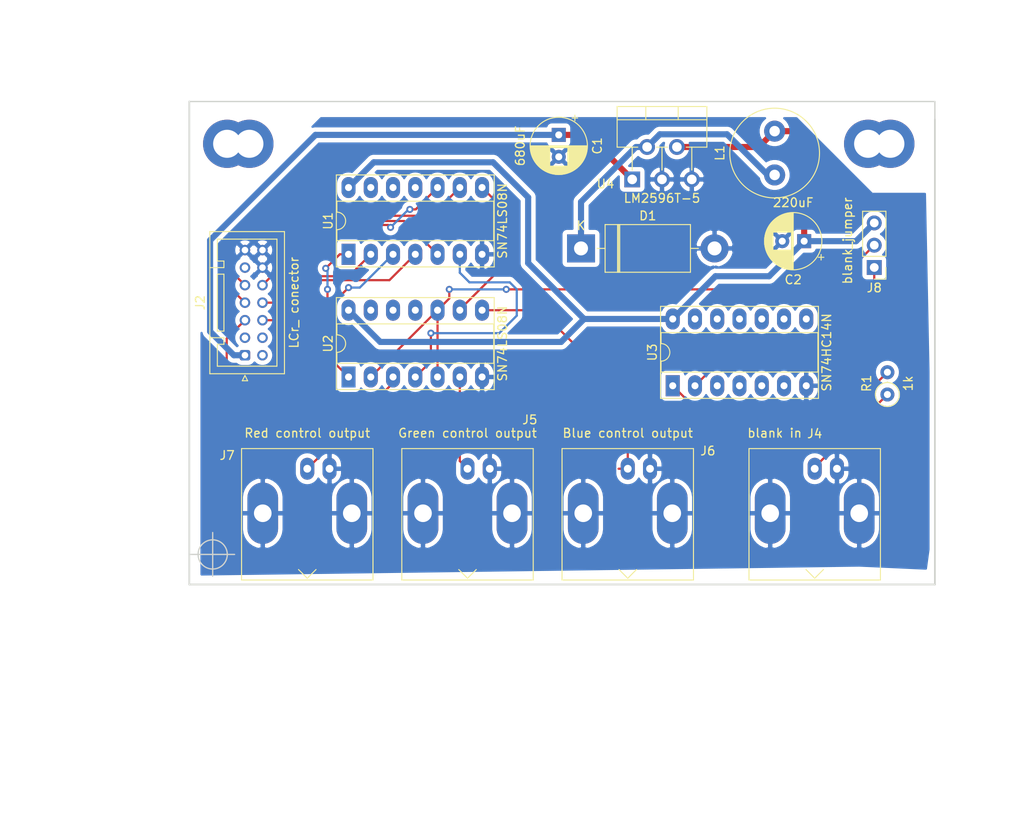
<source format=kicad_pcb>
(kicad_pcb (version 20171130) (host pcbnew 5.1.7-a382d34a8~88~ubuntu20.04.1)

  (general
    (thickness 1.6)
    (drawings 9)
    (tracks 123)
    (zones 0)
    (modules 19)
    (nets 22)
  )

  (page A4)
  (layers
    (0 F.Cu signal)
    (31 B.Cu signal)
    (32 B.Adhes user)
    (33 F.Adhes user)
    (34 B.Paste user)
    (35 F.Paste user)
    (36 B.SilkS user)
    (37 F.SilkS user)
    (38 B.Mask user)
    (39 F.Mask user)
    (40 Dwgs.User user)
    (41 Cmts.User user)
    (42 Eco1.User user)
    (43 Eco2.User user)
    (44 Edge.Cuts user)
    (45 Margin user)
    (46 B.CrtYd user)
    (47 F.CrtYd user)
    (48 B.Fab user)
    (49 F.Fab user)
  )

  (setup
    (last_trace_width 0.25)
    (user_trace_width 0.7)
    (trace_clearance 0.2)
    (zone_clearance 0.508)
    (zone_45_only no)
    (trace_min 0.2)
    (via_size 0.8)
    (via_drill 0.4)
    (via_min_size 0.4)
    (via_min_drill 0.3)
    (uvia_size 0.3)
    (uvia_drill 0.1)
    (uvias_allowed no)
    (uvia_min_size 0.2)
    (uvia_min_drill 0.1)
    (edge_width 0.15)
    (segment_width 0.2)
    (pcb_text_width 0.3)
    (pcb_text_size 1.5 1.5)
    (mod_edge_width 0.15)
    (mod_text_size 1 1)
    (mod_text_width 0.15)
    (pad_size 1.524 1.524)
    (pad_drill 0.762)
    (pad_to_mask_clearance 0)
    (aux_axis_origin 39.624 103.505)
    (visible_elements FFFFFF7F)
    (pcbplotparams
      (layerselection 0x3ffff_ffffffff)
      (usegerberextensions false)
      (usegerberattributes false)
      (usegerberadvancedattributes false)
      (creategerberjobfile false)
      (excludeedgelayer true)
      (linewidth 0.100000)
      (plotframeref false)
      (viasonmask false)
      (mode 1)
      (useauxorigin false)
      (hpglpennumber 1)
      (hpglpenspeed 20)
      (hpglpendiameter 15.000000)
      (psnegative false)
      (psa4output false)
      (plotreference true)
      (plotvalue true)
      (plotinvisibletext false)
      (padsonsilk false)
      (subtractmaskfromsilk false)
      (outputformat 1)
      (mirror false)
      (drillshape 0)
      (scaleselection 1)
      (outputdirectory "gerber/"))
  )

  (net 0 "")
  (net 1 GND)
  (net 2 "Net-(D1-Pad1)")
  (net 3 +12V)
  (net 4 "Net-(J5-Pad1)")
  (net 5 "Net-(J6-Pad1)")
  (net 6 "Net-(J7-Pad1)")
  (net 7 "Net-(U3-Pad4)")
  (net 8 "Net-(J4-Pad1)")
  (net 9 "Net-(R1-Pad2)")
  (net 10 +5V)
  (net 11 red_sig1)
  (net 12 blue_sig1)
  (net 13 green_sig2)
  (net 14 green_sig1)
  (net 15 red_sig2)
  (net 16 blue_sig2)
  (net 17 inverted_blank)
  (net 18 inv_blank-or-5V-input)
  (net 19 "Net-(U1-Pad8)")
  (net 20 "Net-(U1-Pad3)")
  (net 21 "Net-(U1-Pad6)")

  (net_class Default "This is the default net class."
    (clearance 0.2)
    (trace_width 0.25)
    (via_dia 0.8)
    (via_drill 0.4)
    (uvia_dia 0.3)
    (uvia_drill 0.1)
    (add_net +12V)
    (add_net +5V)
    (add_net GND)
    (add_net "Net-(D1-Pad1)")
    (add_net "Net-(J4-Pad1)")
    (add_net "Net-(J5-Pad1)")
    (add_net "Net-(J6-Pad1)")
    (add_net "Net-(J7-Pad1)")
    (add_net "Net-(R1-Pad2)")
    (add_net "Net-(U1-Pad3)")
    (add_net "Net-(U1-Pad6)")
    (add_net "Net-(U1-Pad8)")
    (add_net "Net-(U3-Pad4)")
    (add_net blue_sig1)
    (add_net blue_sig2)
    (add_net green_sig1)
    (add_net green_sig2)
    (add_net inv_blank-or-5V-input)
    (add_net inverted_blank)
    (add_net red_sig1)
    (add_net red_sig2)
  )

  (module Capacitor_THT:CP_Radial_D6.3mm_P2.50mm (layer F.Cu) (tedit 5C44FBA1) (tstamp 5CA42945)
    (at 78.994 55.372 270)
    (descr "CP, Radial series, Radial, pin pitch=2.50mm, , diameter=6.3mm, Electrolytic Capacitor")
    (tags "CP Radial series Radial pin pitch 2.50mm  diameter 6.3mm Electrolytic Capacitor")
    (path /5C419545)
    (fp_text reference C1 (at 1.25 -4.4 270) (layer F.SilkS)
      (effects (font (size 1 1) (thickness 0.15)))
    )
    (fp_text value 680uF (at 1.25 4.4 270) (layer F.SilkS)
      (effects (font (size 1 1) (thickness 0.15)))
    )
    (fp_circle (center 1.25 0) (end 4.4 0) (layer F.Fab) (width 0.1))
    (fp_circle (center 1.25 0) (end 4.52 0) (layer F.SilkS) (width 0.12))
    (fp_circle (center 1.25 0) (end 4.65 0) (layer F.CrtYd) (width 0.05))
    (fp_line (start -1.443972 -1.3735) (end -0.813972 -1.3735) (layer F.Fab) (width 0.1))
    (fp_line (start -1.128972 -1.6885) (end -1.128972 -1.0585) (layer F.Fab) (width 0.1))
    (fp_line (start 1.25 -3.23) (end 1.25 3.23) (layer F.SilkS) (width 0.12))
    (fp_line (start 1.29 -3.23) (end 1.29 3.23) (layer F.SilkS) (width 0.12))
    (fp_line (start 1.33 -3.23) (end 1.33 3.23) (layer F.SilkS) (width 0.12))
    (fp_line (start 1.37 -3.228) (end 1.37 3.228) (layer F.SilkS) (width 0.12))
    (fp_line (start 1.41 -3.227) (end 1.41 3.227) (layer F.SilkS) (width 0.12))
    (fp_line (start 1.45 -3.224) (end 1.45 3.224) (layer F.SilkS) (width 0.12))
    (fp_line (start 1.49 -3.222) (end 1.49 -1.04) (layer F.SilkS) (width 0.12))
    (fp_line (start 1.49 1.04) (end 1.49 3.222) (layer F.SilkS) (width 0.12))
    (fp_line (start 1.53 -3.218) (end 1.53 -1.04) (layer F.SilkS) (width 0.12))
    (fp_line (start 1.53 1.04) (end 1.53 3.218) (layer F.SilkS) (width 0.12))
    (fp_line (start 1.57 -3.215) (end 1.57 -1.04) (layer F.SilkS) (width 0.12))
    (fp_line (start 1.57 1.04) (end 1.57 3.215) (layer F.SilkS) (width 0.12))
    (fp_line (start 1.61 -3.211) (end 1.61 -1.04) (layer F.SilkS) (width 0.12))
    (fp_line (start 1.61 1.04) (end 1.61 3.211) (layer F.SilkS) (width 0.12))
    (fp_line (start 1.65 -3.206) (end 1.65 -1.04) (layer F.SilkS) (width 0.12))
    (fp_line (start 1.65 1.04) (end 1.65 3.206) (layer F.SilkS) (width 0.12))
    (fp_line (start 1.69 -3.201) (end 1.69 -1.04) (layer F.SilkS) (width 0.12))
    (fp_line (start 1.69 1.04) (end 1.69 3.201) (layer F.SilkS) (width 0.12))
    (fp_line (start 1.73 -3.195) (end 1.73 -1.04) (layer F.SilkS) (width 0.12))
    (fp_line (start 1.73 1.04) (end 1.73 3.195) (layer F.SilkS) (width 0.12))
    (fp_line (start 1.77 -3.189) (end 1.77 -1.04) (layer F.SilkS) (width 0.12))
    (fp_line (start 1.77 1.04) (end 1.77 3.189) (layer F.SilkS) (width 0.12))
    (fp_line (start 1.81 -3.182) (end 1.81 -1.04) (layer F.SilkS) (width 0.12))
    (fp_line (start 1.81 1.04) (end 1.81 3.182) (layer F.SilkS) (width 0.12))
    (fp_line (start 1.85 -3.175) (end 1.85 -1.04) (layer F.SilkS) (width 0.12))
    (fp_line (start 1.85 1.04) (end 1.85 3.175) (layer F.SilkS) (width 0.12))
    (fp_line (start 1.89 -3.167) (end 1.89 -1.04) (layer F.SilkS) (width 0.12))
    (fp_line (start 1.89 1.04) (end 1.89 3.167) (layer F.SilkS) (width 0.12))
    (fp_line (start 1.93 -3.159) (end 1.93 -1.04) (layer F.SilkS) (width 0.12))
    (fp_line (start 1.93 1.04) (end 1.93 3.159) (layer F.SilkS) (width 0.12))
    (fp_line (start 1.971 -3.15) (end 1.971 -1.04) (layer F.SilkS) (width 0.12))
    (fp_line (start 1.971 1.04) (end 1.971 3.15) (layer F.SilkS) (width 0.12))
    (fp_line (start 2.011 -3.141) (end 2.011 -1.04) (layer F.SilkS) (width 0.12))
    (fp_line (start 2.011 1.04) (end 2.011 3.141) (layer F.SilkS) (width 0.12))
    (fp_line (start 2.051 -3.131) (end 2.051 -1.04) (layer F.SilkS) (width 0.12))
    (fp_line (start 2.051 1.04) (end 2.051 3.131) (layer F.SilkS) (width 0.12))
    (fp_line (start 2.091 -3.121) (end 2.091 -1.04) (layer F.SilkS) (width 0.12))
    (fp_line (start 2.091 1.04) (end 2.091 3.121) (layer F.SilkS) (width 0.12))
    (fp_line (start 2.131 -3.11) (end 2.131 -1.04) (layer F.SilkS) (width 0.12))
    (fp_line (start 2.131 1.04) (end 2.131 3.11) (layer F.SilkS) (width 0.12))
    (fp_line (start 2.171 -3.098) (end 2.171 -1.04) (layer F.SilkS) (width 0.12))
    (fp_line (start 2.171 1.04) (end 2.171 3.098) (layer F.SilkS) (width 0.12))
    (fp_line (start 2.211 -3.086) (end 2.211 -1.04) (layer F.SilkS) (width 0.12))
    (fp_line (start 2.211 1.04) (end 2.211 3.086) (layer F.SilkS) (width 0.12))
    (fp_line (start 2.251 -3.074) (end 2.251 -1.04) (layer F.SilkS) (width 0.12))
    (fp_line (start 2.251 1.04) (end 2.251 3.074) (layer F.SilkS) (width 0.12))
    (fp_line (start 2.291 -3.061) (end 2.291 -1.04) (layer F.SilkS) (width 0.12))
    (fp_line (start 2.291 1.04) (end 2.291 3.061) (layer F.SilkS) (width 0.12))
    (fp_line (start 2.331 -3.047) (end 2.331 -1.04) (layer F.SilkS) (width 0.12))
    (fp_line (start 2.331 1.04) (end 2.331 3.047) (layer F.SilkS) (width 0.12))
    (fp_line (start 2.371 -3.033) (end 2.371 -1.04) (layer F.SilkS) (width 0.12))
    (fp_line (start 2.371 1.04) (end 2.371 3.033) (layer F.SilkS) (width 0.12))
    (fp_line (start 2.411 -3.018) (end 2.411 -1.04) (layer F.SilkS) (width 0.12))
    (fp_line (start 2.411 1.04) (end 2.411 3.018) (layer F.SilkS) (width 0.12))
    (fp_line (start 2.451 -3.002) (end 2.451 -1.04) (layer F.SilkS) (width 0.12))
    (fp_line (start 2.451 1.04) (end 2.451 3.002) (layer F.SilkS) (width 0.12))
    (fp_line (start 2.491 -2.986) (end 2.491 -1.04) (layer F.SilkS) (width 0.12))
    (fp_line (start 2.491 1.04) (end 2.491 2.986) (layer F.SilkS) (width 0.12))
    (fp_line (start 2.531 -2.97) (end 2.531 -1.04) (layer F.SilkS) (width 0.12))
    (fp_line (start 2.531 1.04) (end 2.531 2.97) (layer F.SilkS) (width 0.12))
    (fp_line (start 2.571 -2.952) (end 2.571 -1.04) (layer F.SilkS) (width 0.12))
    (fp_line (start 2.571 1.04) (end 2.571 2.952) (layer F.SilkS) (width 0.12))
    (fp_line (start 2.611 -2.934) (end 2.611 -1.04) (layer F.SilkS) (width 0.12))
    (fp_line (start 2.611 1.04) (end 2.611 2.934) (layer F.SilkS) (width 0.12))
    (fp_line (start 2.651 -2.916) (end 2.651 -1.04) (layer F.SilkS) (width 0.12))
    (fp_line (start 2.651 1.04) (end 2.651 2.916) (layer F.SilkS) (width 0.12))
    (fp_line (start 2.691 -2.896) (end 2.691 -1.04) (layer F.SilkS) (width 0.12))
    (fp_line (start 2.691 1.04) (end 2.691 2.896) (layer F.SilkS) (width 0.12))
    (fp_line (start 2.731 -2.876) (end 2.731 -1.04) (layer F.SilkS) (width 0.12))
    (fp_line (start 2.731 1.04) (end 2.731 2.876) (layer F.SilkS) (width 0.12))
    (fp_line (start 2.771 -2.856) (end 2.771 -1.04) (layer F.SilkS) (width 0.12))
    (fp_line (start 2.771 1.04) (end 2.771 2.856) (layer F.SilkS) (width 0.12))
    (fp_line (start 2.811 -2.834) (end 2.811 -1.04) (layer F.SilkS) (width 0.12))
    (fp_line (start 2.811 1.04) (end 2.811 2.834) (layer F.SilkS) (width 0.12))
    (fp_line (start 2.851 -2.812) (end 2.851 -1.04) (layer F.SilkS) (width 0.12))
    (fp_line (start 2.851 1.04) (end 2.851 2.812) (layer F.SilkS) (width 0.12))
    (fp_line (start 2.891 -2.79) (end 2.891 -1.04) (layer F.SilkS) (width 0.12))
    (fp_line (start 2.891 1.04) (end 2.891 2.79) (layer F.SilkS) (width 0.12))
    (fp_line (start 2.931 -2.766) (end 2.931 -1.04) (layer F.SilkS) (width 0.12))
    (fp_line (start 2.931 1.04) (end 2.931 2.766) (layer F.SilkS) (width 0.12))
    (fp_line (start 2.971 -2.742) (end 2.971 -1.04) (layer F.SilkS) (width 0.12))
    (fp_line (start 2.971 1.04) (end 2.971 2.742) (layer F.SilkS) (width 0.12))
    (fp_line (start 3.011 -2.716) (end 3.011 -1.04) (layer F.SilkS) (width 0.12))
    (fp_line (start 3.011 1.04) (end 3.011 2.716) (layer F.SilkS) (width 0.12))
    (fp_line (start 3.051 -2.69) (end 3.051 -1.04) (layer F.SilkS) (width 0.12))
    (fp_line (start 3.051 1.04) (end 3.051 2.69) (layer F.SilkS) (width 0.12))
    (fp_line (start 3.091 -2.664) (end 3.091 -1.04) (layer F.SilkS) (width 0.12))
    (fp_line (start 3.091 1.04) (end 3.091 2.664) (layer F.SilkS) (width 0.12))
    (fp_line (start 3.131 -2.636) (end 3.131 -1.04) (layer F.SilkS) (width 0.12))
    (fp_line (start 3.131 1.04) (end 3.131 2.636) (layer F.SilkS) (width 0.12))
    (fp_line (start 3.171 -2.607) (end 3.171 -1.04) (layer F.SilkS) (width 0.12))
    (fp_line (start 3.171 1.04) (end 3.171 2.607) (layer F.SilkS) (width 0.12))
    (fp_line (start 3.211 -2.578) (end 3.211 -1.04) (layer F.SilkS) (width 0.12))
    (fp_line (start 3.211 1.04) (end 3.211 2.578) (layer F.SilkS) (width 0.12))
    (fp_line (start 3.251 -2.548) (end 3.251 -1.04) (layer F.SilkS) (width 0.12))
    (fp_line (start 3.251 1.04) (end 3.251 2.548) (layer F.SilkS) (width 0.12))
    (fp_line (start 3.291 -2.516) (end 3.291 -1.04) (layer F.SilkS) (width 0.12))
    (fp_line (start 3.291 1.04) (end 3.291 2.516) (layer F.SilkS) (width 0.12))
    (fp_line (start 3.331 -2.484) (end 3.331 -1.04) (layer F.SilkS) (width 0.12))
    (fp_line (start 3.331 1.04) (end 3.331 2.484) (layer F.SilkS) (width 0.12))
    (fp_line (start 3.371 -2.45) (end 3.371 -1.04) (layer F.SilkS) (width 0.12))
    (fp_line (start 3.371 1.04) (end 3.371 2.45) (layer F.SilkS) (width 0.12))
    (fp_line (start 3.411 -2.416) (end 3.411 -1.04) (layer F.SilkS) (width 0.12))
    (fp_line (start 3.411 1.04) (end 3.411 2.416) (layer F.SilkS) (width 0.12))
    (fp_line (start 3.451 -2.38) (end 3.451 -1.04) (layer F.SilkS) (width 0.12))
    (fp_line (start 3.451 1.04) (end 3.451 2.38) (layer F.SilkS) (width 0.12))
    (fp_line (start 3.491 -2.343) (end 3.491 -1.04) (layer F.SilkS) (width 0.12))
    (fp_line (start 3.491 1.04) (end 3.491 2.343) (layer F.SilkS) (width 0.12))
    (fp_line (start 3.531 -2.305) (end 3.531 -1.04) (layer F.SilkS) (width 0.12))
    (fp_line (start 3.531 1.04) (end 3.531 2.305) (layer F.SilkS) (width 0.12))
    (fp_line (start 3.571 -2.265) (end 3.571 2.265) (layer F.SilkS) (width 0.12))
    (fp_line (start 3.611 -2.224) (end 3.611 2.224) (layer F.SilkS) (width 0.12))
    (fp_line (start 3.651 -2.182) (end 3.651 2.182) (layer F.SilkS) (width 0.12))
    (fp_line (start 3.691 -2.137) (end 3.691 2.137) (layer F.SilkS) (width 0.12))
    (fp_line (start 3.731 -2.092) (end 3.731 2.092) (layer F.SilkS) (width 0.12))
    (fp_line (start 3.771 -2.044) (end 3.771 2.044) (layer F.SilkS) (width 0.12))
    (fp_line (start 3.811 -1.995) (end 3.811 1.995) (layer F.SilkS) (width 0.12))
    (fp_line (start 3.851 -1.944) (end 3.851 1.944) (layer F.SilkS) (width 0.12))
    (fp_line (start 3.891 -1.89) (end 3.891 1.89) (layer F.SilkS) (width 0.12))
    (fp_line (start 3.931 -1.834) (end 3.931 1.834) (layer F.SilkS) (width 0.12))
    (fp_line (start 3.971 -1.776) (end 3.971 1.776) (layer F.SilkS) (width 0.12))
    (fp_line (start 4.011 -1.714) (end 4.011 1.714) (layer F.SilkS) (width 0.12))
    (fp_line (start 4.051 -1.65) (end 4.051 1.65) (layer F.SilkS) (width 0.12))
    (fp_line (start 4.091 -1.581) (end 4.091 1.581) (layer F.SilkS) (width 0.12))
    (fp_line (start 4.131 -1.509) (end 4.131 1.509) (layer F.SilkS) (width 0.12))
    (fp_line (start 4.171 -1.432) (end 4.171 1.432) (layer F.SilkS) (width 0.12))
    (fp_line (start 4.211 -1.35) (end 4.211 1.35) (layer F.SilkS) (width 0.12))
    (fp_line (start 4.251 -1.262) (end 4.251 1.262) (layer F.SilkS) (width 0.12))
    (fp_line (start 4.291 -1.165) (end 4.291 1.165) (layer F.SilkS) (width 0.12))
    (fp_line (start 4.331 -1.059) (end 4.331 1.059) (layer F.SilkS) (width 0.12))
    (fp_line (start 4.371 -0.94) (end 4.371 0.94) (layer F.SilkS) (width 0.12))
    (fp_line (start 4.411 -0.802) (end 4.411 0.802) (layer F.SilkS) (width 0.12))
    (fp_line (start 4.451 -0.633) (end 4.451 0.633) (layer F.SilkS) (width 0.12))
    (fp_line (start 4.491 -0.402) (end 4.491 0.402) (layer F.SilkS) (width 0.12))
    (fp_line (start -2.250241 -1.839) (end -1.620241 -1.839) (layer F.SilkS) (width 0.12))
    (fp_line (start -1.935241 -2.154) (end -1.935241 -1.524) (layer F.SilkS) (width 0.12))
    (fp_text user %R (at 1.25 0 270) (layer F.Fab)
      (effects (font (size 1 1) (thickness 0.15)))
    )
    (pad 2 thru_hole circle (at 2.5 0 270) (size 1.6 1.6) (drill 0.8) (layers *.Cu *.Mask)
      (net 1 GND))
    (pad 1 thru_hole rect (at 0 0 270) (size 1.6 1.6) (drill 0.8) (layers *.Cu *.Mask)
      (net 3 +12V))
    (model ${KISYS3DMOD}/Capacitor_THT.3dshapes/CP_Radial_D6.3mm_P2.50mm.wrl
      (at (xyz 0 0 0))
      (scale (xyz 1 1 1))
      (rotate (xyz 0 0 0))
    )
  )

  (module Connector_JST:JST_PUD_B14B-PUDSS_2x07_P2.00mm_Vertical (layer F.Cu) (tedit 5C44FAF3) (tstamp 5CA42A4F)
    (at 43.18 80.518 90)
    (descr "JST PUD series connector, B14B-PUDSS (http://www.jst-mfg.com/product/pdf/eng/ePUD.pdf), generated with kicad-footprint-generator")
    (tags "connector JST PUD side entry")
    (path /5C41A119)
    (fp_text reference J2 (at 6 -5.1 90) (layer F.SilkS)
      (effects (font (size 1 1) (thickness 0.15)))
    )
    (fp_text value "LCr_ conector" (at 6 5.6 90) (layer F.SilkS)
      (effects (font (size 1 1) (thickness 0.15)))
    )
    (fp_line (start -1.292893 0) (end -2 -0.5) (layer F.Fab) (width 0.1))
    (fp_line (start -2 0.5) (end -1.292893 0) (layer F.Fab) (width 0.1))
    (fp_line (start -2.91 -0.3) (end -2.31 0) (layer F.SilkS) (width 0.12))
    (fp_line (start -2.91 0.3) (end -2.91 -0.3) (layer F.SilkS) (width 0.12))
    (fp_line (start -2.31 0) (end -2.91 0.3) (layer F.SilkS) (width 0.12))
    (fp_line (start 14.11 -4.01) (end -2.11 -4.01) (layer F.SilkS) (width 0.12))
    (fp_line (start 14.11 4.51) (end 14.11 -4.01) (layer F.SilkS) (width 0.12))
    (fp_line (start -2.11 4.51) (end 14.11 4.51) (layer F.SilkS) (width 0.12))
    (fp_line (start -2.11 -4.01) (end -2.11 4.51) (layer F.SilkS) (width 0.12))
    (fp_line (start 13.25 3.65) (end 6 3.65) (layer F.SilkS) (width 0.12))
    (fp_line (start 13.25 -3.15) (end 13.25 3.65) (layer F.SilkS) (width 0.12))
    (fp_line (start 10.75 -3.15) (end 13.25 -3.15) (layer F.SilkS) (width 0.12))
    (fp_line (start 10.75 -2.4) (end 10.75 -3.15) (layer F.SilkS) (width 0.12))
    (fp_line (start 10 -2.4) (end 10.75 -2.4) (layer F.SilkS) (width 0.12))
    (fp_line (start 10 -4.01) (end 10 -2.4) (layer F.SilkS) (width 0.12))
    (fp_line (start -1.25 3.65) (end 6 3.65) (layer F.SilkS) (width 0.12))
    (fp_line (start -1.25 -3.15) (end -1.25 3.65) (layer F.SilkS) (width 0.12))
    (fp_line (start 1.25 -3.15) (end -1.25 -3.15) (layer F.SilkS) (width 0.12))
    (fp_line (start 1.25 -2.4) (end 1.25 -3.15) (layer F.SilkS) (width 0.12))
    (fp_line (start 2 -2.4) (end 1.25 -2.4) (layer F.SilkS) (width 0.12))
    (fp_line (start 2 -4.01) (end 2 -2.4) (layer F.SilkS) (width 0.12))
    (fp_line (start 14.5 -4.4) (end -2.5 -4.4) (layer F.CrtYd) (width 0.05))
    (fp_line (start 14.5 4.9) (end 14.5 -4.4) (layer F.CrtYd) (width 0.05))
    (fp_line (start -2.5 4.9) (end 14.5 4.9) (layer F.CrtYd) (width 0.05))
    (fp_line (start -2.5 -4.4) (end -2.5 4.9) (layer F.CrtYd) (width 0.05))
    (fp_line (start 9.25 -3.15) (end 2.75 -3.15) (layer F.SilkS) (width 0.12))
    (fp_line (start 9.25 -2.4) (end 9.25 -3.15) (layer F.SilkS) (width 0.12))
    (fp_line (start 2.75 -2.4) (end 9.25 -2.4) (layer F.SilkS) (width 0.12))
    (fp_line (start 2.75 -3.15) (end 2.75 -2.4) (layer F.SilkS) (width 0.12))
    (fp_line (start 14 -3.9) (end -2 -3.9) (layer F.Fab) (width 0.1))
    (fp_line (start 14 4.4) (end 14 -3.9) (layer F.Fab) (width 0.1))
    (fp_line (start -2 4.4) (end 14 4.4) (layer F.Fab) (width 0.1))
    (fp_line (start -2 -3.9) (end -2 4.4) (layer F.Fab) (width 0.1))
    (fp_text user %R (at 6 -3.2 90) (layer F.Fab)
      (effects (font (size 1 1) (thickness 0.15)))
    )
    (pad 1 thru_hole roundrect (at 0 0 90) (size 1.2 1.2) (drill 0.75) (layers *.Cu *.Mask) (roundrect_rratio 0.2083325)
      (net 3 +12V))
    (pad 3 thru_hole circle (at 2 0 90) (size 1.2 1.2) (drill 0.75) (layers *.Cu *.Mask))
    (pad 5 thru_hole circle (at 4 0 90) (size 1.2 1.2) (drill 0.75) (layers *.Cu *.Mask)
      (net 11 red_sig1))
    (pad 7 thru_hole circle (at 6 0 90) (size 1.2 1.2) (drill 0.75) (layers *.Cu *.Mask)
      (net 12 blue_sig1))
    (pad 9 thru_hole circle (at 8 0 90) (size 1.2 1.2) (drill 0.75) (layers *.Cu *.Mask)
      (net 13 green_sig2))
    (pad 11 thru_hole circle (at 10 0 90) (size 1.2 1.2) (drill 0.75) (layers *.Cu *.Mask))
    (pad 13 thru_hole circle (at 12 0 90) (size 1.2 1.2) (drill 0.75) (layers *.Cu *.Mask)
      (net 1 GND))
    (pad 2 thru_hole circle (at 0 2 90) (size 1.2 1.2) (drill 0.75) (layers *.Cu *.Mask))
    (pad 4 thru_hole circle (at 2 2 90) (size 1.2 1.2) (drill 0.75) (layers *.Cu *.Mask))
    (pad 6 thru_hole circle (at 4 2 90) (size 1.2 1.2) (drill 0.75) (layers *.Cu *.Mask)
      (net 14 green_sig1))
    (pad 8 thru_hole circle (at 6 2 90) (size 1.2 1.2) (drill 0.75) (layers *.Cu *.Mask)
      (net 15 red_sig2))
    (pad 10 thru_hole circle (at 8 2 90) (size 1.2 1.2) (drill 0.75) (layers *.Cu *.Mask)
      (net 16 blue_sig2))
    (pad 12 thru_hole circle (at 10 2 90) (size 1.2 1.2) (drill 0.75) (layers *.Cu *.Mask)
      (net 1 GND))
    (pad 14 thru_hole circle (at 12 2 90) (size 1.2 1.2) (drill 0.75) (layers *.Cu *.Mask)
      (net 1 GND))
    (model ${KISYS3DMOD}/Connector_JST.3dshapes/JST_PUD_B14B-PUDSS_2x07_P2.00mm_Vertical.wrl
      (at (xyz 0 0 0))
      (scale (xyz 1 1 1))
      (rotate (xyz 0 0 0))
    )
  )

  (module MountingHole:MountingHole_3.2mm_M3_ISO14580_Pad (layer F.Cu) (tedit 5C81601E) (tstamp 5C99584B)
    (at 116.84 56.388)
    (descr "Mounting Hole 3.2mm, M3, ISO14580")
    (tags "mounting hole 3.2mm m3 iso14580")
    (autoplace_cost90 1)
    (attr virtual)
    (fp_text reference REF** (at 0 -3.75) (layer F.SilkS) hide
      (effects (font (size 1 1) (thickness 0.15)))
    )
    (fp_text value MountingHole_3.2mm_M3_ISO14580_Pad (at 0 3.75) (layer F.Fab)
      (effects (font (size 1 1) (thickness 0.15)))
    )
    (fp_circle (center 0 0) (end 3 0) (layer F.CrtYd) (width 0.05))
    (fp_circle (center 0 0) (end 2.75 0) (layer Cmts.User) (width 0.15))
    (fp_text user %R (at 0.3 0) (layer F.Fab)
      (effects (font (size 1 1) (thickness 0.15)))
    )
    (pad 1 thru_hole circle (at 0 0) (size 5.5 5.5) (drill 3.2) (layers *.Cu *.Mask))
  )

  (module MountingHole:MountingHole_3.2mm_M3_ISO14580_Pad (layer F.Cu) (tedit 5C81603D) (tstamp 5C99583D)
    (at 114.3 56.388)
    (descr "Mounting Hole 3.2mm, M3, ISO14580")
    (tags "mounting hole 3.2mm m3 iso14580")
    (attr virtual)
    (fp_text reference REF** (at 0 -3.75) (layer F.SilkS) hide
      (effects (font (size 1 1) (thickness 0.15)))
    )
    (fp_text value MountingHole_3.2mm_M3_ISO14580_Pad (at 0 3.75) (layer F.Fab)
      (effects (font (size 1 1) (thickness 0.15)))
    )
    (fp_circle (center 0 0) (end 2.75 0) (layer Cmts.User) (width 0.15))
    (fp_circle (center 0 0) (end 3 0) (layer F.CrtYd) (width 0.05))
    (fp_text user %R (at 0.3 0) (layer F.Fab)
      (effects (font (size 1 1) (thickness 0.15)))
    )
    (pad 1 thru_hole circle (at 0 0) (size 5.5 5.5) (drill 3.2) (layers *.Cu *.Mask))
  )

  (module MountingHole:MountingHole_3.2mm_M3_ISO14580_Pad (layer F.Cu) (tedit 5C816057) (tstamp 5C99582F)
    (at 43.688 56.388)
    (descr "Mounting Hole 3.2mm, M3, ISO14580")
    (tags "mounting hole 3.2mm m3 iso14580")
    (attr virtual)
    (fp_text reference REF** (at 0 -3.75) (layer F.SilkS) hide
      (effects (font (size 1 1) (thickness 0.15)))
    )
    (fp_text value MountingHole_3.2mm_M3_ISO14580_Pad (at 0 3.75) (layer F.Fab)
      (effects (font (size 1 1) (thickness 0.15)))
    )
    (fp_circle (center 0 0) (end 3 0) (layer F.CrtYd) (width 0.05))
    (fp_circle (center 0 0) (end 2.75 0) (layer Cmts.User) (width 0.15))
    (fp_text user %R (at 0.3 0) (layer F.Fab)
      (effects (font (size 1 1) (thickness 0.15)))
    )
    (pad 1 thru_hole circle (at 0 0) (size 5.5 5.5) (drill 3.2) (layers *.Cu *.Mask))
  )

  (module Package_TO_SOT_THT:TO-220-5_P3.4x3.7mm_StaggerOdd_Lead3.8mm_Vertical (layer F.Cu) (tedit 5C44FB1B) (tstamp 5CA42B69)
    (at 87.376 60.452)
    (descr "TO-220-5, Vertical, RM 1.7mm, Pentawatt, Multiwatt-5, staggered type-1, see http://www.analog.com/media/en/package-pcb-resources/package/pkg_pdf/ltc-legacy-to-220/to-220_5_05-08-1421.pdf?domain=www.linear.com, https://www.diodes.com/assets/Package-Files/TO220-5.pdf")
    (tags "TO-220-5 Vertical RM 1.7mm Pentawatt Multiwatt-5 staggered type-1")
    (path /5C419453)
    (fp_text reference U4 (at -3.048 0.508) (layer F.SilkS)
      (effects (font (size 1 1) (thickness 0.15)))
    )
    (fp_text value LM2596T-5 (at 3.4 2.15) (layer F.SilkS)
      (effects (font (size 1 1) (thickness 0.15)))
    )
    (fp_line (start 8.65 -8.45) (end -1.85 -8.45) (layer F.CrtYd) (width 0.05))
    (fp_line (start 8.65 1.15) (end 8.65 -8.45) (layer F.CrtYd) (width 0.05))
    (fp_line (start -1.85 1.15) (end 8.65 1.15) (layer F.CrtYd) (width 0.05))
    (fp_line (start -1.85 -8.45) (end -1.85 1.15) (layer F.CrtYd) (width 0.05))
    (fp_line (start 6.8 -3.679) (end 6.8 -1.065) (layer F.SilkS) (width 0.12))
    (fp_line (start 3.4 -3.679) (end 3.4 -1.065) (layer F.SilkS) (width 0.12))
    (fp_line (start 0 -3.679) (end 0 -1.049) (layer F.SilkS) (width 0.12))
    (fp_line (start 5.25 -8.32) (end 5.25 -6.811) (layer F.SilkS) (width 0.12))
    (fp_line (start 1.55 -8.32) (end 1.55 -6.811) (layer F.SilkS) (width 0.12))
    (fp_line (start -1.721 -6.811) (end 8.52 -6.811) (layer F.SilkS) (width 0.12))
    (fp_line (start 8.52 -8.32) (end 8.52 -3.679) (layer F.SilkS) (width 0.12))
    (fp_line (start -1.721 -8.32) (end -1.721 -3.679) (layer F.SilkS) (width 0.12))
    (fp_line (start 6.165 -3.679) (end 8.52 -3.679) (layer F.SilkS) (width 0.12))
    (fp_line (start 2.765 -3.679) (end 4.035 -3.679) (layer F.SilkS) (width 0.12))
    (fp_line (start -1.721 -3.679) (end 0.635 -3.679) (layer F.SilkS) (width 0.12))
    (fp_line (start -1.721 -8.32) (end 8.52 -8.32) (layer F.SilkS) (width 0.12))
    (fp_line (start 6.8 -3.8) (end 6.8 0) (layer F.Fab) (width 0.1))
    (fp_line (start 5.1 -3.8) (end 5.1 -3.7) (layer F.Fab) (width 0.1))
    (fp_line (start 3.4 -3.8) (end 3.4 0) (layer F.Fab) (width 0.1))
    (fp_line (start 1.7 -3.8) (end 1.7 -3.7) (layer F.Fab) (width 0.1))
    (fp_line (start 0 -3.8) (end 0 0) (layer F.Fab) (width 0.1))
    (fp_line (start 5.25 -8.2) (end 5.25 -6.93) (layer F.Fab) (width 0.1))
    (fp_line (start 1.55 -8.2) (end 1.55 -6.93) (layer F.Fab) (width 0.1))
    (fp_line (start -1.6 -6.93) (end 8.4 -6.93) (layer F.Fab) (width 0.1))
    (fp_line (start 8.4 -8.2) (end -1.6 -8.2) (layer F.Fab) (width 0.1))
    (fp_line (start 8.4 -3.8) (end 8.4 -8.2) (layer F.Fab) (width 0.1))
    (fp_line (start -1.6 -3.8) (end 8.4 -3.8) (layer F.Fab) (width 0.1))
    (fp_line (start -1.6 -8.2) (end -1.6 -3.8) (layer F.Fab) (width 0.1))
    (fp_text user %R (at 3.4 -9.32) (layer F.Fab)
      (effects (font (size 1 1) (thickness 0.15)))
    )
    (pad 1 thru_hole rect (at 0 0) (size 1.8 1.8) (drill 1.1) (layers *.Cu *.Mask)
      (net 3 +12V))
    (pad 2 thru_hole oval (at 1.7 -3.7) (size 1.8 1.8) (drill 1.1) (layers *.Cu *.Mask)
      (net 2 "Net-(D1-Pad1)"))
    (pad 3 thru_hole oval (at 3.4 0) (size 1.8 1.8) (drill 1.1) (layers *.Cu *.Mask)
      (net 1 GND))
    (pad 4 thru_hole oval (at 5.1 -3.7) (size 1.8 1.8) (drill 1.1) (layers *.Cu *.Mask)
      (net 10 +5V))
    (pad 5 thru_hole oval (at 6.8 0) (size 1.8 1.8) (drill 1.1) (layers *.Cu *.Mask)
      (net 1 GND))
    (model ${KISYS3DMOD}/Package_TO_SOT_THT.3dshapes/TO-220-5_P3.4x3.7mm_StaggerOdd_Lead3.8mm_Vertical.wrl
      (at (xyz 0 0 0))
      (scale (xyz 1 1 1))
      (rotate (xyz 0 0 0))
    )
  )

  (module Capacitor_THT:CP_Radial_D6.3mm_P2.50mm (layer F.Cu) (tedit 5C816209) (tstamp 5CA429D9)
    (at 107 67.5 180)
    (descr "CP, Radial series, Radial, pin pitch=2.50mm, , diameter=6.3mm, Electrolytic Capacitor")
    (tags "CP Radial series Radial pin pitch 2.50mm  diameter 6.3mm Electrolytic Capacitor")
    (path /5C419597)
    (fp_text reference C2 (at 1.25 -4.4 180) (layer F.SilkS)
      (effects (font (size 1 1) (thickness 0.15)))
    )
    (fp_text value 220uF (at 1.25 4.4 180) (layer F.SilkS)
      (effects (font (size 1 1) (thickness 0.15)))
    )
    (fp_line (start -1.935241 -2.154) (end -1.935241 -1.524) (layer F.SilkS) (width 0.12))
    (fp_line (start -2.250241 -1.839) (end -1.620241 -1.839) (layer F.SilkS) (width 0.12))
    (fp_line (start 4.491 -0.402) (end 4.491 0.402) (layer F.SilkS) (width 0.12))
    (fp_line (start 4.451 -0.633) (end 4.451 0.633) (layer F.SilkS) (width 0.12))
    (fp_line (start 4.411 -0.802) (end 4.411 0.802) (layer F.SilkS) (width 0.12))
    (fp_line (start 4.371 -0.94) (end 4.371 0.94) (layer F.SilkS) (width 0.12))
    (fp_line (start 4.331 -1.059) (end 4.331 1.059) (layer F.SilkS) (width 0.12))
    (fp_line (start 4.291 -1.165) (end 4.291 1.165) (layer F.SilkS) (width 0.12))
    (fp_line (start 4.251 -1.262) (end 4.251 1.262) (layer F.SilkS) (width 0.12))
    (fp_line (start 4.211 -1.35) (end 4.211 1.35) (layer F.SilkS) (width 0.12))
    (fp_line (start 4.171 -1.432) (end 4.171 1.432) (layer F.SilkS) (width 0.12))
    (fp_line (start 4.131 -1.509) (end 4.131 1.509) (layer F.SilkS) (width 0.12))
    (fp_line (start 4.091 -1.581) (end 4.091 1.581) (layer F.SilkS) (width 0.12))
    (fp_line (start 4.051 -1.65) (end 4.051 1.65) (layer F.SilkS) (width 0.12))
    (fp_line (start 4.011 -1.714) (end 4.011 1.714) (layer F.SilkS) (width 0.12))
    (fp_line (start 3.971 -1.776) (end 3.971 1.776) (layer F.SilkS) (width 0.12))
    (fp_line (start 3.931 -1.834) (end 3.931 1.834) (layer F.SilkS) (width 0.12))
    (fp_line (start 3.891 -1.89) (end 3.891 1.89) (layer F.SilkS) (width 0.12))
    (fp_line (start 3.851 -1.944) (end 3.851 1.944) (layer F.SilkS) (width 0.12))
    (fp_line (start 3.811 -1.995) (end 3.811 1.995) (layer F.SilkS) (width 0.12))
    (fp_line (start 3.771 -2.044) (end 3.771 2.044) (layer F.SilkS) (width 0.12))
    (fp_line (start 3.731 -2.092) (end 3.731 2.092) (layer F.SilkS) (width 0.12))
    (fp_line (start 3.691 -2.137) (end 3.691 2.137) (layer F.SilkS) (width 0.12))
    (fp_line (start 3.651 -2.182) (end 3.651 2.182) (layer F.SilkS) (width 0.12))
    (fp_line (start 3.611 -2.224) (end 3.611 2.224) (layer F.SilkS) (width 0.12))
    (fp_line (start 3.571 -2.265) (end 3.571 2.265) (layer F.SilkS) (width 0.12))
    (fp_line (start 3.531 1.04) (end 3.531 2.305) (layer F.SilkS) (width 0.12))
    (fp_line (start 3.531 -2.305) (end 3.531 -1.04) (layer F.SilkS) (width 0.12))
    (fp_line (start 3.491 1.04) (end 3.491 2.343) (layer F.SilkS) (width 0.12))
    (fp_line (start 3.491 -2.343) (end 3.491 -1.04) (layer F.SilkS) (width 0.12))
    (fp_line (start 3.451 1.04) (end 3.451 2.38) (layer F.SilkS) (width 0.12))
    (fp_line (start 3.451 -2.38) (end 3.451 -1.04) (layer F.SilkS) (width 0.12))
    (fp_line (start 3.411 1.04) (end 3.411 2.416) (layer F.SilkS) (width 0.12))
    (fp_line (start 3.411 -2.416) (end 3.411 -1.04) (layer F.SilkS) (width 0.12))
    (fp_line (start 3.371 1.04) (end 3.371 2.45) (layer F.SilkS) (width 0.12))
    (fp_line (start 3.371 -2.45) (end 3.371 -1.04) (layer F.SilkS) (width 0.12))
    (fp_line (start 3.331 1.04) (end 3.331 2.484) (layer F.SilkS) (width 0.12))
    (fp_line (start 3.331 -2.484) (end 3.331 -1.04) (layer F.SilkS) (width 0.12))
    (fp_line (start 3.291 1.04) (end 3.291 2.516) (layer F.SilkS) (width 0.12))
    (fp_line (start 3.291 -2.516) (end 3.291 -1.04) (layer F.SilkS) (width 0.12))
    (fp_line (start 3.251 1.04) (end 3.251 2.548) (layer F.SilkS) (width 0.12))
    (fp_line (start 3.251 -2.548) (end 3.251 -1.04) (layer F.SilkS) (width 0.12))
    (fp_line (start 3.211 1.04) (end 3.211 2.578) (layer F.SilkS) (width 0.12))
    (fp_line (start 3.211 -2.578) (end 3.211 -1.04) (layer F.SilkS) (width 0.12))
    (fp_line (start 3.171 1.04) (end 3.171 2.607) (layer F.SilkS) (width 0.12))
    (fp_line (start 3.171 -2.607) (end 3.171 -1.04) (layer F.SilkS) (width 0.12))
    (fp_line (start 3.131 1.04) (end 3.131 2.636) (layer F.SilkS) (width 0.12))
    (fp_line (start 3.131 -2.636) (end 3.131 -1.04) (layer F.SilkS) (width 0.12))
    (fp_line (start 3.091 1.04) (end 3.091 2.664) (layer F.SilkS) (width 0.12))
    (fp_line (start 3.091 -2.664) (end 3.091 -1.04) (layer F.SilkS) (width 0.12))
    (fp_line (start 3.051 1.04) (end 3.051 2.69) (layer F.SilkS) (width 0.12))
    (fp_line (start 3.051 -2.69) (end 3.051 -1.04) (layer F.SilkS) (width 0.12))
    (fp_line (start 3.011 1.04) (end 3.011 2.716) (layer F.SilkS) (width 0.12))
    (fp_line (start 3.011 -2.716) (end 3.011 -1.04) (layer F.SilkS) (width 0.12))
    (fp_line (start 2.971 1.04) (end 2.971 2.742) (layer F.SilkS) (width 0.12))
    (fp_line (start 2.971 -2.742) (end 2.971 -1.04) (layer F.SilkS) (width 0.12))
    (fp_line (start 2.931 1.04) (end 2.931 2.766) (layer F.SilkS) (width 0.12))
    (fp_line (start 2.931 -2.766) (end 2.931 -1.04) (layer F.SilkS) (width 0.12))
    (fp_line (start 2.891 1.04) (end 2.891 2.79) (layer F.SilkS) (width 0.12))
    (fp_line (start 2.891 -2.79) (end 2.891 -1.04) (layer F.SilkS) (width 0.12))
    (fp_line (start 2.851 1.04) (end 2.851 2.812) (layer F.SilkS) (width 0.12))
    (fp_line (start 2.851 -2.812) (end 2.851 -1.04) (layer F.SilkS) (width 0.12))
    (fp_line (start 2.811 1.04) (end 2.811 2.834) (layer F.SilkS) (width 0.12))
    (fp_line (start 2.811 -2.834) (end 2.811 -1.04) (layer F.SilkS) (width 0.12))
    (fp_line (start 2.771 1.04) (end 2.771 2.856) (layer F.SilkS) (width 0.12))
    (fp_line (start 2.771 -2.856) (end 2.771 -1.04) (layer F.SilkS) (width 0.12))
    (fp_line (start 2.731 1.04) (end 2.731 2.876) (layer F.SilkS) (width 0.12))
    (fp_line (start 2.731 -2.876) (end 2.731 -1.04) (layer F.SilkS) (width 0.12))
    (fp_line (start 2.691 1.04) (end 2.691 2.896) (layer F.SilkS) (width 0.12))
    (fp_line (start 2.691 -2.896) (end 2.691 -1.04) (layer F.SilkS) (width 0.12))
    (fp_line (start 2.651 1.04) (end 2.651 2.916) (layer F.SilkS) (width 0.12))
    (fp_line (start 2.651 -2.916) (end 2.651 -1.04) (layer F.SilkS) (width 0.12))
    (fp_line (start 2.611 1.04) (end 2.611 2.934) (layer F.SilkS) (width 0.12))
    (fp_line (start 2.611 -2.934) (end 2.611 -1.04) (layer F.SilkS) (width 0.12))
    (fp_line (start 2.571 1.04) (end 2.571 2.952) (layer F.SilkS) (width 0.12))
    (fp_line (start 2.571 -2.952) (end 2.571 -1.04) (layer F.SilkS) (width 0.12))
    (fp_line (start 2.531 1.04) (end 2.531 2.97) (layer F.SilkS) (width 0.12))
    (fp_line (start 2.531 -2.97) (end 2.531 -1.04) (layer F.SilkS) (width 0.12))
    (fp_line (start 2.491 1.04) (end 2.491 2.986) (layer F.SilkS) (width 0.12))
    (fp_line (start 2.491 -2.986) (end 2.491 -1.04) (layer F.SilkS) (width 0.12))
    (fp_line (start 2.451 1.04) (end 2.451 3.002) (layer F.SilkS) (width 0.12))
    (fp_line (start 2.451 -3.002) (end 2.451 -1.04) (layer F.SilkS) (width 0.12))
    (fp_line (start 2.411 1.04) (end 2.411 3.018) (layer F.SilkS) (width 0.12))
    (fp_line (start 2.411 -3.018) (end 2.411 -1.04) (layer F.SilkS) (width 0.12))
    (fp_line (start 2.371 1.04) (end 2.371 3.033) (layer F.SilkS) (width 0.12))
    (fp_line (start 2.371 -3.033) (end 2.371 -1.04) (layer F.SilkS) (width 0.12))
    (fp_line (start 2.331 1.04) (end 2.331 3.047) (layer F.SilkS) (width 0.12))
    (fp_line (start 2.331 -3.047) (end 2.331 -1.04) (layer F.SilkS) (width 0.12))
    (fp_line (start 2.291 1.04) (end 2.291 3.061) (layer F.SilkS) (width 0.12))
    (fp_line (start 2.291 -3.061) (end 2.291 -1.04) (layer F.SilkS) (width 0.12))
    (fp_line (start 2.251 1.04) (end 2.251 3.074) (layer F.SilkS) (width 0.12))
    (fp_line (start 2.251 -3.074) (end 2.251 -1.04) (layer F.SilkS) (width 0.12))
    (fp_line (start 2.211 1.04) (end 2.211 3.086) (layer F.SilkS) (width 0.12))
    (fp_line (start 2.211 -3.086) (end 2.211 -1.04) (layer F.SilkS) (width 0.12))
    (fp_line (start 2.171 1.04) (end 2.171 3.098) (layer F.SilkS) (width 0.12))
    (fp_line (start 2.171 -3.098) (end 2.171 -1.04) (layer F.SilkS) (width 0.12))
    (fp_line (start 2.131 1.04) (end 2.131 3.11) (layer F.SilkS) (width 0.12))
    (fp_line (start 2.131 -3.11) (end 2.131 -1.04) (layer F.SilkS) (width 0.12))
    (fp_line (start 2.091 1.04) (end 2.091 3.121) (layer F.SilkS) (width 0.12))
    (fp_line (start 2.091 -3.121) (end 2.091 -1.04) (layer F.SilkS) (width 0.12))
    (fp_line (start 2.051 1.04) (end 2.051 3.131) (layer F.SilkS) (width 0.12))
    (fp_line (start 2.051 -3.131) (end 2.051 -1.04) (layer F.SilkS) (width 0.12))
    (fp_line (start 2.011 1.04) (end 2.011 3.141) (layer F.SilkS) (width 0.12))
    (fp_line (start 2.011 -3.141) (end 2.011 -1.04) (layer F.SilkS) (width 0.12))
    (fp_line (start 1.971 1.04) (end 1.971 3.15) (layer F.SilkS) (width 0.12))
    (fp_line (start 1.971 -3.15) (end 1.971 -1.04) (layer F.SilkS) (width 0.12))
    (fp_line (start 1.93 1.04) (end 1.93 3.159) (layer F.SilkS) (width 0.12))
    (fp_line (start 1.93 -3.159) (end 1.93 -1.04) (layer F.SilkS) (width 0.12))
    (fp_line (start 1.89 1.04) (end 1.89 3.167) (layer F.SilkS) (width 0.12))
    (fp_line (start 1.89 -3.167) (end 1.89 -1.04) (layer F.SilkS) (width 0.12))
    (fp_line (start 1.85 1.04) (end 1.85 3.175) (layer F.SilkS) (width 0.12))
    (fp_line (start 1.85 -3.175) (end 1.85 -1.04) (layer F.SilkS) (width 0.12))
    (fp_line (start 1.81 1.04) (end 1.81 3.182) (layer F.SilkS) (width 0.12))
    (fp_line (start 1.81 -3.182) (end 1.81 -1.04) (layer F.SilkS) (width 0.12))
    (fp_line (start 1.77 1.04) (end 1.77 3.189) (layer F.SilkS) (width 0.12))
    (fp_line (start 1.77 -3.189) (end 1.77 -1.04) (layer F.SilkS) (width 0.12))
    (fp_line (start 1.73 1.04) (end 1.73 3.195) (layer F.SilkS) (width 0.12))
    (fp_line (start 1.73 -3.195) (end 1.73 -1.04) (layer F.SilkS) (width 0.12))
    (fp_line (start 1.69 1.04) (end 1.69 3.201) (layer F.SilkS) (width 0.12))
    (fp_line (start 1.69 -3.201) (end 1.69 -1.04) (layer F.SilkS) (width 0.12))
    (fp_line (start 1.65 1.04) (end 1.65 3.206) (layer F.SilkS) (width 0.12))
    (fp_line (start 1.65 -3.206) (end 1.65 -1.04) (layer F.SilkS) (width 0.12))
    (fp_line (start 1.61 1.04) (end 1.61 3.211) (layer F.SilkS) (width 0.12))
    (fp_line (start 1.61 -3.211) (end 1.61 -1.04) (layer F.SilkS) (width 0.12))
    (fp_line (start 1.57 1.04) (end 1.57 3.215) (layer F.SilkS) (width 0.12))
    (fp_line (start 1.57 -3.215) (end 1.57 -1.04) (layer F.SilkS) (width 0.12))
    (fp_line (start 1.53 1.04) (end 1.53 3.218) (layer F.SilkS) (width 0.12))
    (fp_line (start 1.53 -3.218) (end 1.53 -1.04) (layer F.SilkS) (width 0.12))
    (fp_line (start 1.49 1.04) (end 1.49 3.222) (layer F.SilkS) (width 0.12))
    (fp_line (start 1.49 -3.222) (end 1.49 -1.04) (layer F.SilkS) (width 0.12))
    (fp_line (start 1.45 -3.224) (end 1.45 3.224) (layer F.SilkS) (width 0.12))
    (fp_line (start 1.41 -3.227) (end 1.41 3.227) (layer F.SilkS) (width 0.12))
    (fp_line (start 1.37 -3.228) (end 1.37 3.228) (layer F.SilkS) (width 0.12))
    (fp_line (start 1.33 -3.23) (end 1.33 3.23) (layer F.SilkS) (width 0.12))
    (fp_line (start 1.29 -3.23) (end 1.29 3.23) (layer F.SilkS) (width 0.12))
    (fp_line (start 1.25 -3.23) (end 1.25 3.23) (layer F.SilkS) (width 0.12))
    (fp_line (start -1.128972 -1.6885) (end -1.128972 -1.0585) (layer F.Fab) (width 0.1))
    (fp_line (start -1.443972 -1.3735) (end -0.813972 -1.3735) (layer F.Fab) (width 0.1))
    (fp_circle (center 1.25 0) (end 4.65 0) (layer F.CrtYd) (width 0.05))
    (fp_circle (center 1.25 0) (end 4.52 0) (layer F.SilkS) (width 0.12))
    (fp_circle (center 1.25 0) (end 4.4 0) (layer F.Fab) (width 0.1))
    (fp_text user %R (at 1.25 0 180) (layer F.Fab)
      (effects (font (size 1 1) (thickness 0.15)))
    )
    (pad 1 thru_hole rect (at 0 0 180) (size 1.6 1.6) (drill 0.8) (layers *.Cu *.Mask)
      (net 10 +5V))
    (pad 2 thru_hole circle (at 2.5 0 180) (size 1.6 1.6) (drill 0.8) (layers *.Cu *.Mask)
      (net 1 GND))
    (model ${KISYS3DMOD}/Capacitor_THT.3dshapes/CP_Radial_D6.3mm_P2.50mm.wrl
      (at (xyz 0 0 0))
      (scale (xyz 1 1 1))
      (rotate (xyz 0 0 0))
    )
  )

  (module Diode_THT:D_DO-201AD_P15.24mm_Horizontal (layer F.Cu) (tedit 5AE50CD5) (tstamp 5CA429F8)
    (at 81.534 68.326)
    (descr "Diode, DO-201AD series, Axial, Horizontal, pin pitch=15.24mm, , length*diameter=9.5*5.2mm^2, , http://www.diodes.com/_files/packages/DO-201AD.pdf")
    (tags "Diode DO-201AD series Axial Horizontal pin pitch 15.24mm  length 9.5mm diameter 5.2mm")
    (path /5C4197E8)
    (fp_text reference D1 (at 7.62 -3.72) (layer F.SilkS)
      (effects (font (size 1 1) (thickness 0.15)))
    )
    (fp_text value D_Schottky (at 7.62 3.72) (layer F.Fab)
      (effects (font (size 1 1) (thickness 0.15)))
    )
    (fp_line (start 17.09 -2.85) (end -1.85 -2.85) (layer F.CrtYd) (width 0.05))
    (fp_line (start 17.09 2.85) (end 17.09 -2.85) (layer F.CrtYd) (width 0.05))
    (fp_line (start -1.85 2.85) (end 17.09 2.85) (layer F.CrtYd) (width 0.05))
    (fp_line (start -1.85 -2.85) (end -1.85 2.85) (layer F.CrtYd) (width 0.05))
    (fp_line (start 4.175 -2.72) (end 4.175 2.72) (layer F.SilkS) (width 0.12))
    (fp_line (start 4.415 -2.72) (end 4.415 2.72) (layer F.SilkS) (width 0.12))
    (fp_line (start 4.295 -2.72) (end 4.295 2.72) (layer F.SilkS) (width 0.12))
    (fp_line (start 13.4 0) (end 12.49 0) (layer F.SilkS) (width 0.12))
    (fp_line (start 1.84 0) (end 2.75 0) (layer F.SilkS) (width 0.12))
    (fp_line (start 12.49 -2.72) (end 2.75 -2.72) (layer F.SilkS) (width 0.12))
    (fp_line (start 12.49 2.72) (end 12.49 -2.72) (layer F.SilkS) (width 0.12))
    (fp_line (start 2.75 2.72) (end 12.49 2.72) (layer F.SilkS) (width 0.12))
    (fp_line (start 2.75 -2.72) (end 2.75 2.72) (layer F.SilkS) (width 0.12))
    (fp_line (start 4.195 -2.6) (end 4.195 2.6) (layer F.Fab) (width 0.1))
    (fp_line (start 4.395 -2.6) (end 4.395 2.6) (layer F.Fab) (width 0.1))
    (fp_line (start 4.295 -2.6) (end 4.295 2.6) (layer F.Fab) (width 0.1))
    (fp_line (start 15.24 0) (end 12.37 0) (layer F.Fab) (width 0.1))
    (fp_line (start 0 0) (end 2.87 0) (layer F.Fab) (width 0.1))
    (fp_line (start 12.37 -2.6) (end 2.87 -2.6) (layer F.Fab) (width 0.1))
    (fp_line (start 12.37 2.6) (end 12.37 -2.6) (layer F.Fab) (width 0.1))
    (fp_line (start 2.87 2.6) (end 12.37 2.6) (layer F.Fab) (width 0.1))
    (fp_line (start 2.87 -2.6) (end 2.87 2.6) (layer F.Fab) (width 0.1))
    (fp_text user %R (at 8.3325 0) (layer F.Fab)
      (effects (font (size 1 1) (thickness 0.15)))
    )
    (fp_text user K (at 0 -2.6) (layer F.Fab)
      (effects (font (size 1 1) (thickness 0.15)))
    )
    (fp_text user K (at 0 -2.6) (layer F.SilkS)
      (effects (font (size 1 1) (thickness 0.15)))
    )
    (pad 1 thru_hole rect (at 0 0) (size 3.2 3.2) (drill 1.6) (layers *.Cu *.Mask)
      (net 2 "Net-(D1-Pad1)"))
    (pad 2 thru_hole oval (at 15.24 0) (size 3.2 3.2) (drill 1.6) (layers *.Cu *.Mask)
      (net 1 GND))
    (model ${KISYS3DMOD}/Diode_THT.3dshapes/D_DO-201AD_P15.24mm_Horizontal.wrl
      (at (xyz 0 0 0))
      (scale (xyz 1 1 1))
      (rotate (xyz 0 0 0))
    )
  )

  (module extra_Connector:BNC_Amphenol_B6252HB-NPP3G-50_Horizontal (layer F.Cu) (tedit 5C44FA90) (tstamp 5CA42A8B)
    (at 108.204 93.472 180)
    (descr http://www.farnell.com/datasheets/612848.pdf)
    (tags "BNC Amphenol Horizontal")
    (path /5C42AAC3)
    (fp_text reference J4 (at 0 4 180) (layer F.SilkS)
      (effects (font (size 1 1) (thickness 0.15)))
    )
    (fp_text value "blank in" (at 4.572 4.064) (layer F.SilkS)
      (effects (font (size 1 1) (thickness 0.15)))
    )
    (fp_line (start -5 -20) (end 5 -21) (layer F.Fab) (width 0.1))
    (fp_line (start -5 -19) (end 5 -20) (layer F.Fab) (width 0.1))
    (fp_line (start -5 -18) (end 5 -19) (layer F.Fab) (width 0.1))
    (fp_line (start -5 -17) (end 5 -18) (layer F.Fab) (width 0.1))
    (fp_line (start -5 -16) (end 5 -17) (layer F.Fab) (width 0.1))
    (fp_line (start -5 -15) (end 5 -16) (layer F.Fab) (width 0.1))
    (fp_circle (center 0 -28.07) (end 1 -28.07) (layer F.Fab) (width 0.1))
    (fp_line (start 4.8 -21.4) (end 4.8 -33.3) (layer F.Fab) (width 0.1))
    (fp_line (start 4.8 -33.3) (end -4.8 -33.3) (layer F.Fab) (width 0.1))
    (fp_line (start -4.8 -33.3) (end -4.8 -21.4) (layer F.Fab) (width 0.1))
    (fp_line (start 6.35 -12.7) (end 6.35 -21.4) (layer F.Fab) (width 0.1))
    (fp_line (start 6.35 -21.4) (end -6.35 -21.4) (layer F.Fab) (width 0.1))
    (fp_line (start -6.35 -21.4) (end -6.35 -12.7) (layer F.Fab) (width 0.1))
    (fp_line (start -7.35 2.2) (end 7.35 2.2) (layer F.Fab) (width 0.1))
    (fp_line (start 7.35 2.2) (end 7.35 -12.7) (layer F.Fab) (width 0.1))
    (fp_line (start 7.35 -12.7) (end -7.35 -12.7) (layer F.Fab) (width 0.1))
    (fp_line (start -7.35 -12.7) (end -7.35 2.2) (layer F.Fab) (width 0.1))
    (fp_line (start -5 -14) (end 5 -15) (layer F.Fab) (width 0.1))
    (fp_line (start -7.5 -12.7) (end 7.5 -12.7) (layer F.SilkS) (width 0.12))
    (fp_line (start 7.5 -12.7) (end 7.5 2.3) (layer F.SilkS) (width 0.12))
    (fp_line (start 7.5 2.3) (end -7.5 2.3) (layer F.SilkS) (width 0.12))
    (fp_line (start -7.5 2.3) (end -7.5 -12.7) (layer F.SilkS) (width 0.12))
    (fp_line (start -7.85 2.7) (end 7.85 2.7) (layer F.CrtYd) (width 0.05))
    (fp_line (start -7.85 2.7) (end -7.85 -33.8) (layer F.CrtYd) (width 0.05))
    (fp_line (start 7.85 -33.8) (end -7.85 -33.8) (layer F.CrtYd) (width 0.05))
    (fp_line (start 7.85 2.7) (end 7.85 -33.8) (layer F.CrtYd) (width 0.05))
    (fp_line (start 0 -12.5) (end -1 -11.5) (layer F.SilkS) (width 0.12))
    (fp_line (start 0 -12.5) (end 1 -11.5) (layer F.SilkS) (width 0.12))
    (fp_text user %R (at 0 0 180) (layer F.Fab)
      (effects (font (size 1 1) (thickness 0.15)))
    )
    (pad 2 thru_hole oval (at -2.54 0 180) (size 1.6 2.5) (drill 0.89) (layers *.Cu *.Mask)
      (net 1 GND))
    (pad 1 thru_hole oval (at 0 0 180) (size 1.6 2.5) (drill 0.89) (layers *.Cu *.Mask)
      (net 8 "Net-(J4-Pad1)"))
    (pad 2 thru_hole oval (at 5.08 -5.08 180) (size 3.5 7) (drill 2.01) (layers *.Cu *.Mask)
      (net 1 GND))
    (pad 2 thru_hole oval (at -5.08 -5.08 180) (size 3.5 7) (drill 2.01) (layers *.Cu *.Mask)
      (net 1 GND))
    (model ${KISYS3DMOD}/Connector_Coaxial.3dshapes/BNC_Amphenol_B6252HB-NPP3G-50_Horizontal.wrl
      (at (xyz 0 0 0))
      (scale (xyz 1 1 1))
      (rotate (xyz 0 0 0))
    )
  )

  (module extra_Connector:BNC_Amphenol_B6252HB-NPP3G-50_Horizontal (layer F.Cu) (tedit 5C44FACA) (tstamp 5CA42AB0)
    (at 68.58 93.472 180)
    (descr http://www.farnell.com/datasheets/612848.pdf)
    (tags "BNC Amphenol Horizontal")
    (path /5C43F149)
    (fp_text reference J5 (at -7.112 5.588 180) (layer F.SilkS)
      (effects (font (size 1 1) (thickness 0.15)))
    )
    (fp_text value "Green control output" (at 0 4.064) (layer F.SilkS)
      (effects (font (size 1 1) (thickness 0.15)))
    )
    (fp_line (start -5 -20) (end 5 -21) (layer F.Fab) (width 0.1))
    (fp_line (start -5 -19) (end 5 -20) (layer F.Fab) (width 0.1))
    (fp_line (start -5 -18) (end 5 -19) (layer F.Fab) (width 0.1))
    (fp_line (start -5 -17) (end 5 -18) (layer F.Fab) (width 0.1))
    (fp_line (start -5 -16) (end 5 -17) (layer F.Fab) (width 0.1))
    (fp_line (start -5 -15) (end 5 -16) (layer F.Fab) (width 0.1))
    (fp_circle (center 0 -28.07) (end 1 -28.07) (layer F.Fab) (width 0.1))
    (fp_line (start 4.8 -21.4) (end 4.8 -33.3) (layer F.Fab) (width 0.1))
    (fp_line (start 4.8 -33.3) (end -4.8 -33.3) (layer F.Fab) (width 0.1))
    (fp_line (start -4.8 -33.3) (end -4.8 -21.4) (layer F.Fab) (width 0.1))
    (fp_line (start 6.35 -12.7) (end 6.35 -21.4) (layer F.Fab) (width 0.1))
    (fp_line (start 6.35 -21.4) (end -6.35 -21.4) (layer F.Fab) (width 0.1))
    (fp_line (start -6.35 -21.4) (end -6.35 -12.7) (layer F.Fab) (width 0.1))
    (fp_line (start -7.35 2.2) (end 7.35 2.2) (layer F.Fab) (width 0.1))
    (fp_line (start 7.35 2.2) (end 7.35 -12.7) (layer F.Fab) (width 0.1))
    (fp_line (start 7.35 -12.7) (end -7.35 -12.7) (layer F.Fab) (width 0.1))
    (fp_line (start -7.35 -12.7) (end -7.35 2.2) (layer F.Fab) (width 0.1))
    (fp_line (start -5 -14) (end 5 -15) (layer F.Fab) (width 0.1))
    (fp_line (start -7.5 -12.7) (end 7.5 -12.7) (layer F.SilkS) (width 0.12))
    (fp_line (start 7.5 -12.7) (end 7.5 2.3) (layer F.SilkS) (width 0.12))
    (fp_line (start 7.5 2.3) (end -7.5 2.3) (layer F.SilkS) (width 0.12))
    (fp_line (start -7.5 2.3) (end -7.5 -12.7) (layer F.SilkS) (width 0.12))
    (fp_line (start -7.85 2.7) (end 7.85 2.7) (layer F.CrtYd) (width 0.05))
    (fp_line (start -7.85 2.7) (end -7.85 -33.8) (layer F.CrtYd) (width 0.05))
    (fp_line (start 7.85 -33.8) (end -7.85 -33.8) (layer F.CrtYd) (width 0.05))
    (fp_line (start 7.85 2.7) (end 7.85 -33.8) (layer F.CrtYd) (width 0.05))
    (fp_line (start 0 -12.5) (end -1 -11.5) (layer F.SilkS) (width 0.12))
    (fp_line (start 0 -12.5) (end 1 -11.5) (layer F.SilkS) (width 0.12))
    (fp_text user %R (at 0 0 180) (layer F.Fab)
      (effects (font (size 1 1) (thickness 0.15)))
    )
    (pad 2 thru_hole oval (at -2.54 0 180) (size 1.6 2.5) (drill 0.89) (layers *.Cu *.Mask)
      (net 1 GND))
    (pad 1 thru_hole oval (at 0 0 180) (size 1.6 2.5) (drill 0.89) (layers *.Cu *.Mask)
      (net 4 "Net-(J5-Pad1)"))
    (pad 2 thru_hole oval (at 5.08 -5.08 180) (size 3.5 7) (drill 2.01) (layers *.Cu *.Mask)
      (net 1 GND))
    (pad 2 thru_hole oval (at -5.08 -5.08 180) (size 3.5 7) (drill 2.01) (layers *.Cu *.Mask)
      (net 1 GND))
    (model ${KISYS3DMOD}/Connector_Coaxial.3dshapes/BNC_Amphenol_B6252HB-NPP3G-50_Horizontal.wrl
      (at (xyz 0 0 0))
      (scale (xyz 1 1 1))
      (rotate (xyz 0 0 0))
    )
  )

  (module extra_Connector:BNC_Amphenol_B6252HB-NPP3G-50_Horizontal (layer F.Cu) (tedit 5C44FAA6) (tstamp 5CA42AD5)
    (at 86.868 93.472 180)
    (descr http://www.farnell.com/datasheets/612848.pdf)
    (tags "BNC Amphenol Horizontal")
    (path /5C43F1CB)
    (fp_text reference J6 (at -9.144 2.032 180) (layer F.SilkS)
      (effects (font (size 1 1) (thickness 0.15)))
    )
    (fp_text value "Blue control output" (at 0 4.064) (layer F.SilkS)
      (effects (font (size 1 1) (thickness 0.15)))
    )
    (fp_line (start 0 -12.5) (end 1 -11.5) (layer F.SilkS) (width 0.12))
    (fp_line (start 0 -12.5) (end -1 -11.5) (layer F.SilkS) (width 0.12))
    (fp_line (start 7.85 2.7) (end 7.85 -33.8) (layer F.CrtYd) (width 0.05))
    (fp_line (start 7.85 -33.8) (end -7.85 -33.8) (layer F.CrtYd) (width 0.05))
    (fp_line (start -7.85 2.7) (end -7.85 -33.8) (layer F.CrtYd) (width 0.05))
    (fp_line (start -7.85 2.7) (end 7.85 2.7) (layer F.CrtYd) (width 0.05))
    (fp_line (start -7.5 2.3) (end -7.5 -12.7) (layer F.SilkS) (width 0.12))
    (fp_line (start 7.5 2.3) (end -7.5 2.3) (layer F.SilkS) (width 0.12))
    (fp_line (start 7.5 -12.7) (end 7.5 2.3) (layer F.SilkS) (width 0.12))
    (fp_line (start -7.5 -12.7) (end 7.5 -12.7) (layer F.SilkS) (width 0.12))
    (fp_line (start -5 -14) (end 5 -15) (layer F.Fab) (width 0.1))
    (fp_line (start -7.35 -12.7) (end -7.35 2.2) (layer F.Fab) (width 0.1))
    (fp_line (start 7.35 -12.7) (end -7.35 -12.7) (layer F.Fab) (width 0.1))
    (fp_line (start 7.35 2.2) (end 7.35 -12.7) (layer F.Fab) (width 0.1))
    (fp_line (start -7.35 2.2) (end 7.35 2.2) (layer F.Fab) (width 0.1))
    (fp_line (start -6.35 -21.4) (end -6.35 -12.7) (layer F.Fab) (width 0.1))
    (fp_line (start 6.35 -21.4) (end -6.35 -21.4) (layer F.Fab) (width 0.1))
    (fp_line (start 6.35 -12.7) (end 6.35 -21.4) (layer F.Fab) (width 0.1))
    (fp_line (start -4.8 -33.3) (end -4.8 -21.4) (layer F.Fab) (width 0.1))
    (fp_line (start 4.8 -33.3) (end -4.8 -33.3) (layer F.Fab) (width 0.1))
    (fp_line (start 4.8 -21.4) (end 4.8 -33.3) (layer F.Fab) (width 0.1))
    (fp_circle (center 0 -28.07) (end 1 -28.07) (layer F.Fab) (width 0.1))
    (fp_line (start -5 -15) (end 5 -16) (layer F.Fab) (width 0.1))
    (fp_line (start -5 -16) (end 5 -17) (layer F.Fab) (width 0.1))
    (fp_line (start -5 -17) (end 5 -18) (layer F.Fab) (width 0.1))
    (fp_line (start -5 -18) (end 5 -19) (layer F.Fab) (width 0.1))
    (fp_line (start -5 -19) (end 5 -20) (layer F.Fab) (width 0.1))
    (fp_line (start -5 -20) (end 5 -21) (layer F.Fab) (width 0.1))
    (fp_text user %R (at 0 0 180) (layer F.Fab)
      (effects (font (size 1 1) (thickness 0.15)))
    )
    (pad 2 thru_hole oval (at -5.08 -5.08 180) (size 3.5 7) (drill 2.01) (layers *.Cu *.Mask)
      (net 1 GND))
    (pad 2 thru_hole oval (at 5.08 -5.08 180) (size 3.5 7) (drill 2.01) (layers *.Cu *.Mask)
      (net 1 GND))
    (pad 1 thru_hole oval (at 0 0 180) (size 1.6 2.5) (drill 0.89) (layers *.Cu *.Mask)
      (net 5 "Net-(J6-Pad1)"))
    (pad 2 thru_hole oval (at -2.54 0 180) (size 1.6 2.5) (drill 0.89) (layers *.Cu *.Mask)
      (net 1 GND))
    (model ${KISYS3DMOD}/Connector_Coaxial.3dshapes/BNC_Amphenol_B6252HB-NPP3G-50_Horizontal.wrl
      (at (xyz 0 0 0))
      (scale (xyz 1 1 1))
      (rotate (xyz 0 0 0))
    )
  )

  (module extra_Connector:BNC_Amphenol_B6252HB-NPP3G-50_Horizontal (layer F.Cu) (tedit 5C44FAE9) (tstamp 5CA42AFA)
    (at 50.292 93.472 180)
    (descr http://www.farnell.com/datasheets/612848.pdf)
    (tags "BNC Amphenol Horizontal")
    (path /5C43D047)
    (fp_text reference J7 (at 9.144 1.524 180) (layer F.SilkS)
      (effects (font (size 1 1) (thickness 0.15)))
    )
    (fp_text value "Red control output" (at 0 4.064) (layer F.SilkS)
      (effects (font (size 1 1) (thickness 0.15)))
    )
    (fp_line (start 0 -12.5) (end 1 -11.5) (layer F.SilkS) (width 0.12))
    (fp_line (start 0 -12.5) (end -1 -11.5) (layer F.SilkS) (width 0.12))
    (fp_line (start 7.85 2.7) (end 7.85 -33.8) (layer F.CrtYd) (width 0.05))
    (fp_line (start 7.85 -33.8) (end -7.85 -33.8) (layer F.CrtYd) (width 0.05))
    (fp_line (start -7.85 2.7) (end -7.85 -33.8) (layer F.CrtYd) (width 0.05))
    (fp_line (start -7.85 2.7) (end 7.85 2.7) (layer F.CrtYd) (width 0.05))
    (fp_line (start -7.5 2.3) (end -7.5 -12.7) (layer F.SilkS) (width 0.12))
    (fp_line (start 7.5 2.3) (end -7.5 2.3) (layer F.SilkS) (width 0.12))
    (fp_line (start 7.5 -12.7) (end 7.5 2.3) (layer F.SilkS) (width 0.12))
    (fp_line (start -7.5 -12.7) (end 7.5 -12.7) (layer F.SilkS) (width 0.12))
    (fp_line (start -5 -14) (end 5 -15) (layer F.Fab) (width 0.1))
    (fp_line (start -7.35 -12.7) (end -7.35 2.2) (layer F.Fab) (width 0.1))
    (fp_line (start 7.35 -12.7) (end -7.35 -12.7) (layer F.Fab) (width 0.1))
    (fp_line (start 7.35 2.2) (end 7.35 -12.7) (layer F.Fab) (width 0.1))
    (fp_line (start -7.35 2.2) (end 7.35 2.2) (layer F.Fab) (width 0.1))
    (fp_line (start -6.35 -21.4) (end -6.35 -12.7) (layer F.Fab) (width 0.1))
    (fp_line (start 6.35 -21.4) (end -6.35 -21.4) (layer F.Fab) (width 0.1))
    (fp_line (start 6.35 -12.7) (end 6.35 -21.4) (layer F.Fab) (width 0.1))
    (fp_line (start -4.8 -33.3) (end -4.8 -21.4) (layer F.Fab) (width 0.1))
    (fp_line (start 4.8 -33.3) (end -4.8 -33.3) (layer F.Fab) (width 0.1))
    (fp_line (start 4.8 -21.4) (end 4.8 -33.3) (layer F.Fab) (width 0.1))
    (fp_circle (center 0 -28.07) (end 1 -28.07) (layer F.Fab) (width 0.1))
    (fp_line (start -5 -15) (end 5 -16) (layer F.Fab) (width 0.1))
    (fp_line (start -5 -16) (end 5 -17) (layer F.Fab) (width 0.1))
    (fp_line (start -5 -17) (end 5 -18) (layer F.Fab) (width 0.1))
    (fp_line (start -5 -18) (end 5 -19) (layer F.Fab) (width 0.1))
    (fp_line (start -5 -19) (end 5 -20) (layer F.Fab) (width 0.1))
    (fp_line (start -5 -20) (end 5 -21) (layer F.Fab) (width 0.1))
    (fp_text user %R (at 0 0 180) (layer F.Fab)
      (effects (font (size 1 1) (thickness 0.15)))
    )
    (pad 2 thru_hole oval (at -5.08 -5.08 180) (size 3.5 7) (drill 2.01) (layers *.Cu *.Mask)
      (net 1 GND))
    (pad 2 thru_hole oval (at 5.08 -5.08 180) (size 3.5 7) (drill 2.01) (layers *.Cu *.Mask)
      (net 1 GND))
    (pad 1 thru_hole oval (at 0 0 180) (size 1.6 2.5) (drill 0.89) (layers *.Cu *.Mask)
      (net 6 "Net-(J7-Pad1)"))
    (pad 2 thru_hole oval (at -2.54 0 180) (size 1.6 2.5) (drill 0.89) (layers *.Cu *.Mask)
      (net 1 GND))
    (model ${KISYS3DMOD}/Connector_Coaxial.3dshapes/BNC_Amphenol_B6252HB-NPP3G-50_Horizontal.wrl
      (at (xyz 0 0 0))
      (scale (xyz 1 1 1))
      (rotate (xyz 0 0 0))
    )
  )

  (module Inductor_THT:L_Radial_D10.0mm_P5.00mm_Neosid_SD12_style3 (layer F.Cu) (tedit 5AE59B06) (tstamp 5CA42B04)
    (at 103.632 59.944 90)
    (descr "Inductor, Radial series, Radial, pin pitch=5.00mm, , diameter=10.0mm, Neosid, SD12, style3, http://www.neosid.de/produktblaetter/neosid_Festinduktivitaet_Sd12.pdf")
    (tags "Inductor Radial series Radial pin pitch 5.00mm  diameter 10.0mm Neosid SD12 style3")
    (path /5C419675)
    (fp_text reference L1 (at 2.5 -6.25 90) (layer F.SilkS)
      (effects (font (size 1 1) (thickness 0.15)))
    )
    (fp_text value 33uH (at 2.5 6.25 90) (layer F.Fab)
      (effects (font (size 1 1) (thickness 0.15)))
    )
    (fp_circle (center 2.5 0) (end 7.75 0) (layer F.CrtYd) (width 0.05))
    (fp_circle (center 2.5 0) (end 7.62 0) (layer F.SilkS) (width 0.12))
    (fp_circle (center 2.5 0) (end 7.5 0) (layer F.Fab) (width 0.1))
    (fp_text user %R (at 2.5 0 90) (layer F.Fab)
      (effects (font (size 1 1) (thickness 0.15)))
    )
    (pad 1 thru_hole circle (at 0 0 90) (size 2.4 2.4) (drill 1.2) (layers *.Cu *.Mask)
      (net 2 "Net-(D1-Pad1)"))
    (pad 2 thru_hole circle (at 5 0 90) (size 2.4 2.4) (drill 1.2) (layers *.Cu *.Mask)
      (net 10 +5V))
    (model ${KISYS3DMOD}/Inductor_THT.3dshapes/L_Radial_D10.0mm_P5.00mm_Neosid_SD12_style3.wrl
      (at (xyz 0 0 0))
      (scale (xyz 1 1 1))
      (rotate (xyz 0 0 0))
    )
  )

  (module Connector_PinHeader_2.54mm:PinHeader_1x03_P2.54mm_Vertical (layer F.Cu) (tedit 5C44FBAF) (tstamp 5CA44B32)
    (at 115 70.5 180)
    (descr "Through hole straight pin header, 1x03, 2.54mm pitch, single row")
    (tags "Through hole pin header THT 1x03 2.54mm single row")
    (path /5C45DF41)
    (fp_text reference J8 (at 0 -2.33 180) (layer F.SilkS)
      (effects (font (size 1 1) (thickness 0.15)))
    )
    (fp_text value blank_jumper (at 3.048 3.048 270) (layer F.SilkS)
      (effects (font (size 1 1) (thickness 0.15)))
    )
    (fp_line (start 1.8 -1.8) (end -1.8 -1.8) (layer F.CrtYd) (width 0.05))
    (fp_line (start 1.8 6.85) (end 1.8 -1.8) (layer F.CrtYd) (width 0.05))
    (fp_line (start -1.8 6.85) (end 1.8 6.85) (layer F.CrtYd) (width 0.05))
    (fp_line (start -1.8 -1.8) (end -1.8 6.85) (layer F.CrtYd) (width 0.05))
    (fp_line (start -1.33 -1.33) (end 0 -1.33) (layer F.SilkS) (width 0.12))
    (fp_line (start -1.33 0) (end -1.33 -1.33) (layer F.SilkS) (width 0.12))
    (fp_line (start -1.33 1.27) (end 1.33 1.27) (layer F.SilkS) (width 0.12))
    (fp_line (start 1.33 1.27) (end 1.33 6.41) (layer F.SilkS) (width 0.12))
    (fp_line (start -1.33 1.27) (end -1.33 6.41) (layer F.SilkS) (width 0.12))
    (fp_line (start -1.33 6.41) (end 1.33 6.41) (layer F.SilkS) (width 0.12))
    (fp_line (start -1.27 -0.635) (end -0.635 -1.27) (layer F.Fab) (width 0.1))
    (fp_line (start -1.27 6.35) (end -1.27 -0.635) (layer F.Fab) (width 0.1))
    (fp_line (start 1.27 6.35) (end -1.27 6.35) (layer F.Fab) (width 0.1))
    (fp_line (start 1.27 -1.27) (end 1.27 6.35) (layer F.Fab) (width 0.1))
    (fp_line (start -0.635 -1.27) (end 1.27 -1.27) (layer F.Fab) (width 0.1))
    (fp_text user %R (at 0 2.54 270) (layer F.Fab)
      (effects (font (size 1 1) (thickness 0.15)))
    )
    (pad 1 thru_hole rect (at 0 0 180) (size 1.7 1.7) (drill 1) (layers *.Cu *.Mask)
      (net 17 inverted_blank))
    (pad 2 thru_hole oval (at 0 2.54 180) (size 1.7 1.7) (drill 1) (layers *.Cu *.Mask)
      (net 18 inv_blank-or-5V-input))
    (pad 3 thru_hole oval (at 0 5.08 180) (size 1.7 1.7) (drill 1) (layers *.Cu *.Mask)
      (net 10 +5V))
    (model ${KISYS3DMOD}/Connector_PinHeader_2.54mm.3dshapes/PinHeader_1x03_P2.54mm_Vertical.wrl
      (at (xyz 0 0 0))
      (scale (xyz 1 1 1))
      (rotate (xyz 0 0 0))
    )
  )

  (module MountingHole:MountingHole_3.2mm_M3_ISO14580_Pad (layer F.Cu) (tedit 5C816050) (tstamp 5C995805)
    (at 41.148 56.388)
    (descr "Mounting Hole 3.2mm, M3, ISO14580")
    (tags "mounting hole 3.2mm m3 iso14580")
    (attr virtual)
    (fp_text reference REF** (at 0 -3.75) (layer F.SilkS) hide
      (effects (font (size 1 1) (thickness 0.15)))
    )
    (fp_text value MountingHole_3.2mm_M3_ISO14580_Pad (at 0 3.75) (layer F.Fab)
      (effects (font (size 1 1) (thickness 0.15)))
    )
    (fp_circle (center 0 0) (end 2.75 0) (layer Cmts.User) (width 0.15))
    (fp_circle (center 0 0) (end 3 0) (layer F.CrtYd) (width 0.05))
    (fp_text user %R (at 0.3 0) (layer F.Fab)
      (effects (font (size 1 1) (thickness 0.15)))
    )
    (pad 1 thru_hole circle (at 0 0) (size 5.5 5.5) (drill 3.2) (layers *.Cu *.Mask))
  )

  (module Resistor_THT:R_Axial_DIN0207_L6.3mm_D2.5mm_P2.54mm_Vertical (layer F.Cu) (tedit 5AE5139B) (tstamp 5C9958DE)
    (at 116.5 85 90)
    (descr "Resistor, Axial_DIN0207 series, Axial, Vertical, pin pitch=2.54mm, 0.25W = 1/4W, length*diameter=6.3*2.5mm^2, http://cdn-reichelt.de/documents/datenblatt/B400/1_4W%23YAG.pdf")
    (tags "Resistor Axial_DIN0207 series Axial Vertical pin pitch 2.54mm 0.25W = 1/4W length 6.3mm diameter 2.5mm")
    (path /5C83A55E)
    (fp_text reference R1 (at 1.27 -2.37 270) (layer F.SilkS)
      (effects (font (size 1 1) (thickness 0.15)))
    )
    (fp_text value 1k (at 1.27 2.37 270) (layer F.SilkS)
      (effects (font (size 1 1) (thickness 0.15)))
    )
    (fp_line (start 3.59 -1.5) (end -1.5 -1.5) (layer F.CrtYd) (width 0.05))
    (fp_line (start 3.59 1.5) (end 3.59 -1.5) (layer F.CrtYd) (width 0.05))
    (fp_line (start -1.5 1.5) (end 3.59 1.5) (layer F.CrtYd) (width 0.05))
    (fp_line (start -1.5 -1.5) (end -1.5 1.5) (layer F.CrtYd) (width 0.05))
    (fp_line (start 1.37 0) (end 1.44 0) (layer F.SilkS) (width 0.12))
    (fp_line (start 0 0) (end 2.54 0) (layer F.Fab) (width 0.1))
    (fp_circle (center 0 0) (end 1.37 0) (layer F.SilkS) (width 0.12))
    (fp_circle (center 0 0) (end 1.25 0) (layer F.Fab) (width 0.1))
    (fp_text user %R (at 1.27 -2.37 270) (layer F.Fab)
      (effects (font (size 1 1) (thickness 0.15)))
    )
    (pad 1 thru_hole circle (at 0 0 90) (size 1.6 1.6) (drill 0.8) (layers *.Cu *.Mask)
      (net 8 "Net-(J4-Pad1)"))
    (pad 2 thru_hole oval (at 2.54 0 90) (size 1.6 1.6) (drill 0.8) (layers *.Cu *.Mask)
      (net 9 "Net-(R1-Pad2)"))
    (model ${KISYS3DMOD}/Resistor_THT.3dshapes/R_Axial_DIN0207_L6.3mm_D2.5mm_P2.54mm_Vertical.wrl
      (at (xyz 0 0 0))
      (scale (xyz 1 1 1))
      (rotate (xyz 0 0 0))
    )
  )

  (module Package_DIP:DIP-14_W7.62mm_Socket_LongPads (layer F.Cu) (tedit 5A02E8C5) (tstamp 6019C72E)
    (at 55 69 90)
    (descr "14-lead though-hole mounted DIP package, row spacing 7.62 mm (300 mils), Socket, LongPads")
    (tags "THT DIP DIL PDIP 2.54mm 7.62mm 300mil Socket LongPads")
    (path /601A2A22)
    (fp_text reference U1 (at 3.81 -2.33 90) (layer F.SilkS)
      (effects (font (size 1 1) (thickness 0.15)))
    )
    (fp_text value SN74LS08N (at 3.81 17.57 90) (layer F.SilkS)
      (effects (font (size 1 1) (thickness 0.15)))
    )
    (fp_line (start 9.15 -1.6) (end -1.55 -1.6) (layer F.CrtYd) (width 0.05))
    (fp_line (start 9.15 16.85) (end 9.15 -1.6) (layer F.CrtYd) (width 0.05))
    (fp_line (start -1.55 16.85) (end 9.15 16.85) (layer F.CrtYd) (width 0.05))
    (fp_line (start -1.55 -1.6) (end -1.55 16.85) (layer F.CrtYd) (width 0.05))
    (fp_line (start 9.06 -1.39) (end -1.44 -1.39) (layer F.SilkS) (width 0.12))
    (fp_line (start 9.06 16.63) (end 9.06 -1.39) (layer F.SilkS) (width 0.12))
    (fp_line (start -1.44 16.63) (end 9.06 16.63) (layer F.SilkS) (width 0.12))
    (fp_line (start -1.44 -1.39) (end -1.44 16.63) (layer F.SilkS) (width 0.12))
    (fp_line (start 6.06 -1.33) (end 4.81 -1.33) (layer F.SilkS) (width 0.12))
    (fp_line (start 6.06 16.57) (end 6.06 -1.33) (layer F.SilkS) (width 0.12))
    (fp_line (start 1.56 16.57) (end 6.06 16.57) (layer F.SilkS) (width 0.12))
    (fp_line (start 1.56 -1.33) (end 1.56 16.57) (layer F.SilkS) (width 0.12))
    (fp_line (start 2.81 -1.33) (end 1.56 -1.33) (layer F.SilkS) (width 0.12))
    (fp_line (start 8.89 -1.33) (end -1.27 -1.33) (layer F.Fab) (width 0.1))
    (fp_line (start 8.89 16.57) (end 8.89 -1.33) (layer F.Fab) (width 0.1))
    (fp_line (start -1.27 16.57) (end 8.89 16.57) (layer F.Fab) (width 0.1))
    (fp_line (start -1.27 -1.33) (end -1.27 16.57) (layer F.Fab) (width 0.1))
    (fp_line (start 0.635 -0.27) (end 1.635 -1.27) (layer F.Fab) (width 0.1))
    (fp_line (start 0.635 16.51) (end 0.635 -0.27) (layer F.Fab) (width 0.1))
    (fp_line (start 6.985 16.51) (end 0.635 16.51) (layer F.Fab) (width 0.1))
    (fp_line (start 6.985 -1.27) (end 6.985 16.51) (layer F.Fab) (width 0.1))
    (fp_line (start 1.635 -1.27) (end 6.985 -1.27) (layer F.Fab) (width 0.1))
    (fp_arc (start 3.81 -1.33) (end 2.81 -1.33) (angle -180) (layer F.SilkS) (width 0.12))
    (fp_text user %R (at 3.81 7.62 90) (layer F.Fab)
      (effects (font (size 1 1) (thickness 0.15)))
    )
    (pad 1 thru_hole rect (at 0 0 90) (size 2.4 1.6) (drill 0.8) (layers *.Cu *.Mask)
      (net 11 red_sig1))
    (pad 8 thru_hole oval (at 7.62 15.24 90) (size 2.4 1.6) (drill 0.8) (layers *.Cu *.Mask)
      (net 19 "Net-(U1-Pad8)"))
    (pad 2 thru_hole oval (at 0 2.54 90) (size 2.4 1.6) (drill 0.8) (layers *.Cu *.Mask)
      (net 15 red_sig2))
    (pad 9 thru_hole oval (at 7.62 12.7 90) (size 2.4 1.6) (drill 0.8) (layers *.Cu *.Mask)
      (net 12 blue_sig1))
    (pad 3 thru_hole oval (at 0 5.08 90) (size 2.4 1.6) (drill 0.8) (layers *.Cu *.Mask)
      (net 20 "Net-(U1-Pad3)"))
    (pad 10 thru_hole oval (at 7.62 10.16 90) (size 2.4 1.6) (drill 0.8) (layers *.Cu *.Mask)
      (net 16 blue_sig2))
    (pad 4 thru_hole oval (at 0 7.62 90) (size 2.4 1.6) (drill 0.8) (layers *.Cu *.Mask)
      (net 14 green_sig1))
    (pad 11 thru_hole oval (at 7.62 7.62 90) (size 2.4 1.6) (drill 0.8) (layers *.Cu *.Mask))
    (pad 5 thru_hole oval (at 0 10.16 90) (size 2.4 1.6) (drill 0.8) (layers *.Cu *.Mask)
      (net 13 green_sig2))
    (pad 12 thru_hole oval (at 7.62 5.08 90) (size 2.4 1.6) (drill 0.8) (layers *.Cu *.Mask))
    (pad 6 thru_hole oval (at 0 12.7 90) (size 2.4 1.6) (drill 0.8) (layers *.Cu *.Mask)
      (net 21 "Net-(U1-Pad6)"))
    (pad 13 thru_hole oval (at 7.62 2.54 90) (size 2.4 1.6) (drill 0.8) (layers *.Cu *.Mask))
    (pad 7 thru_hole oval (at 0 15.24 90) (size 2.4 1.6) (drill 0.8) (layers *.Cu *.Mask)
      (net 1 GND))
    (pad 14 thru_hole oval (at 7.62 0 90) (size 2.4 1.6) (drill 0.8) (layers *.Cu *.Mask)
      (net 10 +5V))
    (model ${KISYS3DMOD}/Package_DIP.3dshapes/DIP-14_W7.62mm_Socket.wrl
      (at (xyz 0 0 0))
      (scale (xyz 1 1 1))
      (rotate (xyz 0 0 0))
    )
  )

  (module Package_DIP:DIP-14_W7.62mm_Socket_LongPads (layer F.Cu) (tedit 5A02E8C5) (tstamp 6019C757)
    (at 55 83 90)
    (descr "14-lead though-hole mounted DIP package, row spacing 7.62 mm (300 mils), Socket, LongPads")
    (tags "THT DIP DIL PDIP 2.54mm 7.62mm 300mil Socket LongPads")
    (path /601C2C34)
    (fp_text reference U2 (at 3.81 -2.33 90) (layer F.SilkS)
      (effects (font (size 1 1) (thickness 0.15)))
    )
    (fp_text value SN74LS08N (at 3.81 17.57 90) (layer F.SilkS)
      (effects (font (size 1 1) (thickness 0.15)))
    )
    (fp_line (start 1.635 -1.27) (end 6.985 -1.27) (layer F.Fab) (width 0.1))
    (fp_line (start 6.985 -1.27) (end 6.985 16.51) (layer F.Fab) (width 0.1))
    (fp_line (start 6.985 16.51) (end 0.635 16.51) (layer F.Fab) (width 0.1))
    (fp_line (start 0.635 16.51) (end 0.635 -0.27) (layer F.Fab) (width 0.1))
    (fp_line (start 0.635 -0.27) (end 1.635 -1.27) (layer F.Fab) (width 0.1))
    (fp_line (start -1.27 -1.33) (end -1.27 16.57) (layer F.Fab) (width 0.1))
    (fp_line (start -1.27 16.57) (end 8.89 16.57) (layer F.Fab) (width 0.1))
    (fp_line (start 8.89 16.57) (end 8.89 -1.33) (layer F.Fab) (width 0.1))
    (fp_line (start 8.89 -1.33) (end -1.27 -1.33) (layer F.Fab) (width 0.1))
    (fp_line (start 2.81 -1.33) (end 1.56 -1.33) (layer F.SilkS) (width 0.12))
    (fp_line (start 1.56 -1.33) (end 1.56 16.57) (layer F.SilkS) (width 0.12))
    (fp_line (start 1.56 16.57) (end 6.06 16.57) (layer F.SilkS) (width 0.12))
    (fp_line (start 6.06 16.57) (end 6.06 -1.33) (layer F.SilkS) (width 0.12))
    (fp_line (start 6.06 -1.33) (end 4.81 -1.33) (layer F.SilkS) (width 0.12))
    (fp_line (start -1.44 -1.39) (end -1.44 16.63) (layer F.SilkS) (width 0.12))
    (fp_line (start -1.44 16.63) (end 9.06 16.63) (layer F.SilkS) (width 0.12))
    (fp_line (start 9.06 16.63) (end 9.06 -1.39) (layer F.SilkS) (width 0.12))
    (fp_line (start 9.06 -1.39) (end -1.44 -1.39) (layer F.SilkS) (width 0.12))
    (fp_line (start -1.55 -1.6) (end -1.55 16.85) (layer F.CrtYd) (width 0.05))
    (fp_line (start -1.55 16.85) (end 9.15 16.85) (layer F.CrtYd) (width 0.05))
    (fp_line (start 9.15 16.85) (end 9.15 -1.6) (layer F.CrtYd) (width 0.05))
    (fp_line (start 9.15 -1.6) (end -1.55 -1.6) (layer F.CrtYd) (width 0.05))
    (fp_text user %R (at 3.81 7.62 90) (layer F.Fab)
      (effects (font (size 1 1) (thickness 0.15)))
    )
    (fp_arc (start 3.81 -1.33) (end 2.81 -1.33) (angle -180) (layer F.SilkS) (width 0.12))
    (pad 14 thru_hole oval (at 7.62 0 90) (size 2.4 1.6) (drill 0.8) (layers *.Cu *.Mask)
      (net 10 +5V))
    (pad 7 thru_hole oval (at 0 15.24 90) (size 2.4 1.6) (drill 0.8) (layers *.Cu *.Mask)
      (net 1 GND))
    (pad 13 thru_hole oval (at 7.62 2.54 90) (size 2.4 1.6) (drill 0.8) (layers *.Cu *.Mask))
    (pad 6 thru_hole oval (at 0 12.7 90) (size 2.4 1.6) (drill 0.8) (layers *.Cu *.Mask)
      (net 4 "Net-(J5-Pad1)"))
    (pad 12 thru_hole oval (at 7.62 5.08 90) (size 2.4 1.6) (drill 0.8) (layers *.Cu *.Mask))
    (pad 5 thru_hole oval (at 0 10.16 90) (size 2.4 1.6) (drill 0.8) (layers *.Cu *.Mask)
      (net 18 inv_blank-or-5V-input))
    (pad 11 thru_hole oval (at 7.62 7.62 90) (size 2.4 1.6) (drill 0.8) (layers *.Cu *.Mask))
    (pad 4 thru_hole oval (at 0 7.62 90) (size 2.4 1.6) (drill 0.8) (layers *.Cu *.Mask)
      (net 21 "Net-(U1-Pad6)"))
    (pad 10 thru_hole oval (at 7.62 10.16 90) (size 2.4 1.6) (drill 0.8) (layers *.Cu *.Mask)
      (net 18 inv_blank-or-5V-input))
    (pad 3 thru_hole oval (at 0 5.08 90) (size 2.4 1.6) (drill 0.8) (layers *.Cu *.Mask)
      (net 6 "Net-(J7-Pad1)"))
    (pad 9 thru_hole oval (at 7.62 12.7 90) (size 2.4 1.6) (drill 0.8) (layers *.Cu *.Mask)
      (net 19 "Net-(U1-Pad8)"))
    (pad 2 thru_hole oval (at 0 2.54 90) (size 2.4 1.6) (drill 0.8) (layers *.Cu *.Mask)
      (net 18 inv_blank-or-5V-input))
    (pad 8 thru_hole oval (at 7.62 15.24 90) (size 2.4 1.6) (drill 0.8) (layers *.Cu *.Mask)
      (net 5 "Net-(J6-Pad1)"))
    (pad 1 thru_hole rect (at 0 0 90) (size 2.4 1.6) (drill 0.8) (layers *.Cu *.Mask)
      (net 20 "Net-(U1-Pad3)"))
    (model ${KISYS3DMOD}/Package_DIP.3dshapes/DIP-14_W7.62mm_Socket.wrl
      (at (xyz 0 0 0))
      (scale (xyz 1 1 1))
      (rotate (xyz 0 0 0))
    )
  )

  (module Package_DIP:DIP-14_W7.62mm_Socket_LongPads (layer F.Cu) (tedit 5A02E8C5) (tstamp 6019C780)
    (at 92 84 90)
    (descr "14-lead though-hole mounted DIP package, row spacing 7.62 mm (300 mils), Socket, LongPads")
    (tags "THT DIP DIL PDIP 2.54mm 7.62mm 300mil Socket LongPads")
    (path /6021DBB8)
    (fp_text reference U3 (at 3.81 -2.33 90) (layer F.SilkS)
      (effects (font (size 1 1) (thickness 0.15)))
    )
    (fp_text value SN74HC14N (at 3.81 17.57 90) (layer F.SilkS)
      (effects (font (size 1 1) (thickness 0.15)))
    )
    (fp_line (start 9.15 -1.6) (end -1.55 -1.6) (layer F.CrtYd) (width 0.05))
    (fp_line (start 9.15 16.85) (end 9.15 -1.6) (layer F.CrtYd) (width 0.05))
    (fp_line (start -1.55 16.85) (end 9.15 16.85) (layer F.CrtYd) (width 0.05))
    (fp_line (start -1.55 -1.6) (end -1.55 16.85) (layer F.CrtYd) (width 0.05))
    (fp_line (start 9.06 -1.39) (end -1.44 -1.39) (layer F.SilkS) (width 0.12))
    (fp_line (start 9.06 16.63) (end 9.06 -1.39) (layer F.SilkS) (width 0.12))
    (fp_line (start -1.44 16.63) (end 9.06 16.63) (layer F.SilkS) (width 0.12))
    (fp_line (start -1.44 -1.39) (end -1.44 16.63) (layer F.SilkS) (width 0.12))
    (fp_line (start 6.06 -1.33) (end 4.81 -1.33) (layer F.SilkS) (width 0.12))
    (fp_line (start 6.06 16.57) (end 6.06 -1.33) (layer F.SilkS) (width 0.12))
    (fp_line (start 1.56 16.57) (end 6.06 16.57) (layer F.SilkS) (width 0.12))
    (fp_line (start 1.56 -1.33) (end 1.56 16.57) (layer F.SilkS) (width 0.12))
    (fp_line (start 2.81 -1.33) (end 1.56 -1.33) (layer F.SilkS) (width 0.12))
    (fp_line (start 8.89 -1.33) (end -1.27 -1.33) (layer F.Fab) (width 0.1))
    (fp_line (start 8.89 16.57) (end 8.89 -1.33) (layer F.Fab) (width 0.1))
    (fp_line (start -1.27 16.57) (end 8.89 16.57) (layer F.Fab) (width 0.1))
    (fp_line (start -1.27 -1.33) (end -1.27 16.57) (layer F.Fab) (width 0.1))
    (fp_line (start 0.635 -0.27) (end 1.635 -1.27) (layer F.Fab) (width 0.1))
    (fp_line (start 0.635 16.51) (end 0.635 -0.27) (layer F.Fab) (width 0.1))
    (fp_line (start 6.985 16.51) (end 0.635 16.51) (layer F.Fab) (width 0.1))
    (fp_line (start 6.985 -1.27) (end 6.985 16.51) (layer F.Fab) (width 0.1))
    (fp_line (start 1.635 -1.27) (end 6.985 -1.27) (layer F.Fab) (width 0.1))
    (fp_arc (start 3.81 -1.33) (end 2.81 -1.33) (angle -180) (layer F.SilkS) (width 0.12))
    (fp_text user %R (at 3.81 7.62 90) (layer F.Fab)
      (effects (font (size 1 1) (thickness 0.15)))
    )
    (pad 1 thru_hole rect (at 0 0 90) (size 2.4 1.6) (drill 0.8) (layers *.Cu *.Mask)
      (net 9 "Net-(R1-Pad2)"))
    (pad 8 thru_hole oval (at 7.62 15.24 90) (size 2.4 1.6) (drill 0.8) (layers *.Cu *.Mask))
    (pad 2 thru_hole oval (at 0 2.54 90) (size 2.4 1.6) (drill 0.8) (layers *.Cu *.Mask)
      (net 17 inverted_blank))
    (pad 9 thru_hole oval (at 7.62 12.7 90) (size 2.4 1.6) (drill 0.8) (layers *.Cu *.Mask))
    (pad 3 thru_hole oval (at 0 5.08 90) (size 2.4 1.6) (drill 0.8) (layers *.Cu *.Mask))
    (pad 10 thru_hole oval (at 7.62 10.16 90) (size 2.4 1.6) (drill 0.8) (layers *.Cu *.Mask))
    (pad 4 thru_hole oval (at 0 7.62 90) (size 2.4 1.6) (drill 0.8) (layers *.Cu *.Mask)
      (net 7 "Net-(U3-Pad4)"))
    (pad 11 thru_hole oval (at 7.62 7.62 90) (size 2.4 1.6) (drill 0.8) (layers *.Cu *.Mask))
    (pad 5 thru_hole oval (at 0 10.16 90) (size 2.4 1.6) (drill 0.8) (layers *.Cu *.Mask))
    (pad 12 thru_hole oval (at 7.62 5.08 90) (size 2.4 1.6) (drill 0.8) (layers *.Cu *.Mask))
    (pad 6 thru_hole oval (at 0 12.7 90) (size 2.4 1.6) (drill 0.8) (layers *.Cu *.Mask))
    (pad 13 thru_hole oval (at 7.62 2.54 90) (size 2.4 1.6) (drill 0.8) (layers *.Cu *.Mask))
    (pad 7 thru_hole oval (at 0 15.24 90) (size 2.4 1.6) (drill 0.8) (layers *.Cu *.Mask)
      (net 1 GND))
    (pad 14 thru_hole oval (at 7.62 0 90) (size 2.4 1.6) (drill 0.8) (layers *.Cu *.Mask)
      (net 10 +5V))
    (model ${KISYS3DMOD}/Package_DIP.3dshapes/DIP-14_W7.62mm_Socket.wrl
      (at (xyz 0 0 0))
      (scale (xyz 1 1 1))
      (rotate (xyz 0 0 0))
    )
  )

  (target plus (at 39.497 103.251) (size 5) (width 0.15) (layer Edge.Cuts))
  (dimension 78.74 (width 0.3) (layer Eco2.User)
    (gr_text "78.740 mm" (at 77.47 41.08) (layer Eco2.User)
      (effects (font (size 1.5 1.5) (thickness 0.3)))
    )
    (feature1 (pts (xy 116.84 50.8) (xy 116.84 42.593579)))
    (feature2 (pts (xy 38.1 50.8) (xy 38.1 42.593579)))
    (crossbar (pts (xy 38.1 43.18) (xy 116.84 43.18)))
    (arrow1a (pts (xy 116.84 43.18) (xy 115.713496 43.766421)))
    (arrow1b (pts (xy 116.84 43.18) (xy 115.713496 42.593579)))
    (arrow2a (pts (xy 38.1 43.18) (xy 39.226504 43.766421)))
    (arrow2b (pts (xy 38.1 43.18) (xy 39.226504 42.593579)))
  )
  (gr_line (start 121.92 51.562) (end 121.92 53.594) (layer Edge.Cuts) (width 0.15))
  (gr_line (start 36.83 51.562) (end 121.92 51.562) (layer Edge.Cuts) (width 0.15))
  (gr_line (start 121.92 106.68) (end 121.92 53.594) (layer Edge.Cuts) (width 0.2))
  (gr_line (start 36.83 106.68) (end 121.92 106.68) (layer Edge.Cuts) (width 0.2))
  (gr_line (start 36.83 51.562) (end 36.83 106.68) (layer Edge.Cuts) (width 0.2))
  (dimension 86.614372 (width 0.3) (layer Eco2.User)
    (gr_text "86.614 mm" (at 79.953216 135.576897 0.1680223322) (layer Eco2.User)
      (effects (font (size 1.5 1.5) (thickness 0.3)))
    )
    (feature1 (pts (xy 123.19 111.506) (xy 123.255778 133.936324)))
    (feature2 (pts (xy 36.576 111.76) (xy 36.641778 134.190324)))
    (crossbar (pts (xy 36.640058 133.603906) (xy 123.254058 133.349906)))
    (arrow1a (pts (xy 123.254058 133.349906) (xy 122.129279 133.939628)))
    (arrow1b (pts (xy 123.254058 133.349906) (xy 122.125839 132.766791)))
    (arrow2a (pts (xy 36.640058 133.603906) (xy 37.768277 134.187021)))
    (arrow2b (pts (xy 36.640058 133.603906) (xy 37.764837 133.014184)))
  )
  (dimension 60.198 (width 0.3) (layer Eco2.User)
    (gr_text "60.198 mm" (at 20.76 81.661 270) (layer Eco2.User)
      (effects (font (size 1.5 1.5) (thickness 0.3)))
    )
    (feature1 (pts (xy 36.576 111.76) (xy 22.273579 111.76)))
    (feature2 (pts (xy 36.576 51.562) (xy 22.273579 51.562)))
    (crossbar (pts (xy 22.86 51.562) (xy 22.86 111.76)))
    (arrow1a (pts (xy 22.86 111.76) (xy 22.273579 110.633496)))
    (arrow1b (pts (xy 22.86 111.76) (xy 23.446421 110.633496)))
    (arrow2a (pts (xy 22.86 51.562) (xy 22.273579 52.688504)))
    (arrow2b (pts (xy 22.86 51.562) (xy 23.446421 52.688504)))
  )

  (segment (start 102.840002 59.944) (end 103.632 59.944) (width 0.7) (layer B.Cu) (net 2))
  (segment (start 98.198001 55.301999) (end 102.840002 59.944) (width 0.7) (layer B.Cu) (net 2))
  (segment (start 90.526001 55.301999) (end 98.198001 55.301999) (width 0.7) (layer B.Cu) (net 2))
  (segment (start 89.076 56.752) (end 90.526001 55.301999) (width 0.7) (layer B.Cu) (net 2))
  (segment (start 81.534 63.021208) (end 81.534 68.326) (width 0.7) (layer B.Cu) (net 2))
  (segment (start 87.803208 56.752) (end 81.534 63.021208) (width 0.7) (layer B.Cu) (net 2))
  (segment (start 89.076 56.752) (end 87.803208 56.752) (width 0.7) (layer B.Cu) (net 2))
  (segment (start 82.296 55.372) (end 87.376 60.452) (width 0.7) (layer F.Cu) (net 3))
  (segment (start 78.994 55.372) (end 82.296 55.372) (width 0.7) (layer F.Cu) (net 3))
  (segment (start 41.918 80.518) (end 43.18 80.518) (width 0.7) (layer B.Cu) (net 3))
  (segment (start 39.2 77.8) (end 41.918 80.518) (width 0.7) (layer B.Cu) (net 3))
  (segment (start 39.2 67.4) (end 39.2 77.8) (width 0.7) (layer B.Cu) (net 3))
  (segment (start 51.228 55.372) (end 51.1 55.5) (width 0.7) (layer B.Cu) (net 3))
  (segment (start 78.994 55.372) (end 51.228 55.372) (width 0.7) (layer B.Cu) (net 3))
  (segment (start 51.1 55.5) (end 39.2 67.4) (width 0.7) (layer B.Cu) (net 3))
  (segment (start 67.7 92.592) (end 68.58 93.472) (width 0.25) (layer F.Cu) (net 4))
  (segment (start 67.7 83) (end 67.7 92.592) (width 0.25) (layer F.Cu) (net 4))
  (segment (start 86.868 93.472) (end 85.818 93.472) (width 0.25) (layer F.Cu) (net 5) (status 10))
  (segment (start 70.24 75.38) (end 76.88 75.38) (width 0.25) (layer F.Cu) (net 5))
  (segment (start 86.868 85.368) (end 86.868 93.472) (width 0.25) (layer F.Cu) (net 5))
  (segment (start 76.88 75.38) (end 86.868 85.368) (width 0.25) (layer F.Cu) (net 5))
  (segment (start 50.292 93.022) (end 50.292 93.472) (width 0.25) (layer F.Cu) (net 6) (status 30))
  (segment (start 60.08 83.684) (end 50.292 93.472) (width 0.25) (layer F.Cu) (net 6))
  (segment (start 60.08 83) (end 60.08 83.684) (width 0.25) (layer F.Cu) (net 6))
  (segment (start 108.204 93.296) (end 116.5 85) (width 0.25) (layer F.Cu) (net 8))
  (segment (start 108.204 93.472) (end 108.204 93.296) (width 0.25) (layer F.Cu) (net 8))
  (segment (start 92 84) (end 95.4 87.4) (width 0.25) (layer F.Cu) (net 9))
  (segment (start 111.56 87.4) (end 116.5 82.46) (width 0.25) (layer F.Cu) (net 9))
  (segment (start 95.4 87.4) (end 111.56 87.4) (width 0.25) (layer F.Cu) (net 9))
  (segment (start 112.92 67.5) (end 115 65.42) (width 0.7) (layer B.Cu) (net 10))
  (segment (start 107 67.5) (end 112.92 67.5) (width 0.7) (layer B.Cu) (net 10))
  (segment (start 107 67.5) (end 103 71.5) (width 0.7) (layer B.Cu) (net 10))
  (segment (start 96.88 71.5) (end 92 76.38) (width 0.7) (layer B.Cu) (net 10))
  (segment (start 103 71.5) (end 96.88 71.5) (width 0.7) (layer B.Cu) (net 10))
  (segment (start 92 76.38) (end 81.88 76.38) (width 0.7) (layer B.Cu) (net 10))
  (segment (start 81.88 76.38) (end 75.5 70) (width 0.7) (layer B.Cu) (net 10))
  (segment (start 75.5 70) (end 75.5 62.5) (width 0.7) (layer B.Cu) (net 10))
  (segment (start 75.5 62.5) (end 71.5 58.5) (width 0.7) (layer B.Cu) (net 10))
  (segment (start 57.88 58.5) (end 55 61.38) (width 0.7) (layer B.Cu) (net 10))
  (segment (start 71.5 58.5) (end 57.88 58.5) (width 0.7) (layer B.Cu) (net 10))
  (segment (start 81.88 76.38) (end 79.26 79) (width 0.7) (layer B.Cu) (net 10))
  (segment (start 58.62 79) (end 55 75.38) (width 0.7) (layer B.Cu) (net 10))
  (segment (start 79.26 79) (end 58.62 79) (width 0.7) (layer B.Cu) (net 10))
  (segment (start 101.824 56.752) (end 103.632 54.944) (width 0.7) (layer F.Cu) (net 10))
  (segment (start 92.476 56.752) (end 101.824 56.752) (width 0.7) (layer F.Cu) (net 10))
  (segment (start 103.632 54.944) (end 106.444 54.944) (width 0.7) (layer F.Cu) (net 10))
  (segment (start 107 55.5) (end 107 67.5) (width 0.7) (layer F.Cu) (net 10))
  (segment (start 106.444 54.944) (end 107 55.5) (width 0.7) (layer F.Cu) (net 10))
  (segment (start 43.18 76.518) (end 41.098 78.6) (width 0.25) (layer F.Cu) (net 11))
  (segment (start 41.098 78.6) (end 41.098 81.702) (width 0.25) (layer F.Cu) (net 11))
  (segment (start 41.098 81.702) (end 42.796 83.4) (width 0.25) (layer F.Cu) (net 11))
  (segment (start 42.796 83.4) (end 44.8 83.4) (width 0.25) (layer F.Cu) (net 11))
  (via (at 52.6 73) (size 0.8) (drill 0.4) (layers F.Cu B.Cu) (net 11))
  (segment (start 52.6 75.6) (end 52.6 73) (width 0.25) (layer F.Cu) (net 11))
  (segment (start 44.8 83.4) (end 52.6 75.6) (width 0.25) (layer F.Cu) (net 11))
  (segment (start 52.6 70.8) (end 52.4 70.6) (width 0.25) (layer B.Cu) (net 11))
  (via (at 52.4 70.6) (size 0.8) (drill 0.4) (layers F.Cu B.Cu) (net 11))
  (segment (start 52.6 73) (end 52.6 70.8) (width 0.25) (layer B.Cu) (net 11))
  (segment (start 54 69) (end 55 69) (width 0.25) (layer F.Cu) (net 11))
  (segment (start 52.4 70.6) (end 54 69) (width 0.25) (layer F.Cu) (net 11))
  (segment (start 43.18 74.518) (end 40.4 71.738) (width 0.25) (layer F.Cu) (net 12))
  (segment (start 40.4 71.738) (end 40.4 67.76359) (width 0.25) (layer F.Cu) (net 12))
  (segment (start 40.4 67.76359) (end 43.56359 64.6) (width 0.25) (layer F.Cu) (net 12))
  (segment (start 64.48 64.6) (end 67.7 61.38) (width 0.25) (layer F.Cu) (net 12))
  (segment (start 43.56359 64.6) (end 64.48 64.6) (width 0.25) (layer F.Cu) (net 12))
  (segment (start 43.18 72.518) (end 41.162 70.5) (width 0.25) (layer F.Cu) (net 13))
  (segment (start 41.162 70.5) (end 41.162 67.638) (width 0.25) (layer F.Cu) (net 13))
  (segment (start 41.162 67.638) (end 43.6 65.2) (width 0.25) (layer F.Cu) (net 13))
  (segment (start 61.36 65.2) (end 65.16 69) (width 0.25) (layer F.Cu) (net 13))
  (segment (start 43.6 65.2) (end 61.36 65.2) (width 0.25) (layer F.Cu) (net 13))
  (segment (start 51.24999 71.95001) (end 59.66999 71.95001) (width 0.25) (layer F.Cu) (net 14))
  (segment (start 46.682 76.518) (end 51.24999 71.95001) (width 0.25) (layer F.Cu) (net 14))
  (segment (start 59.66999 71.95001) (end 62.62 69) (width 0.25) (layer F.Cu) (net 14))
  (segment (start 45.18 76.518) (end 46.682 76.518) (width 0.25) (layer F.Cu) (net 14))
  (segment (start 45.18 74.518) (end 47.982 74.518) (width 0.25) (layer F.Cu) (net 15))
  (segment (start 47.982 74.518) (end 51 71.5) (width 0.25) (layer F.Cu) (net 15))
  (segment (start 55.04 71.5) (end 57.54 69) (width 0.25) (layer F.Cu) (net 15))
  (segment (start 51 71.5) (end 55.04 71.5) (width 0.25) (layer F.Cu) (net 15))
  (segment (start 45.18 72.518) (end 52.04799 65.65001) (width 0.25) (layer F.Cu) (net 16))
  (via (at 59.8 65.925) (size 0.8) (drill 0.4) (layers F.Cu B.Cu) (net 16))
  (segment (start 59.52501 65.65001) (end 59.8 65.925) (width 0.25) (layer F.Cu) (net 16))
  (segment (start 52.04799 65.65001) (end 59.52501 65.65001) (width 0.25) (layer F.Cu) (net 16))
  (via (at 62 63.875) (size 0.8) (drill 0.4) (layers F.Cu B.Cu) (net 16))
  (segment (start 61.85 63.875) (end 62 63.875) (width 0.25) (layer B.Cu) (net 16))
  (segment (start 59.8 65.925) (end 61.85 63.875) (width 0.25) (layer B.Cu) (net 16))
  (segment (start 62.665 63.875) (end 65.16 61.38) (width 0.25) (layer F.Cu) (net 16))
  (segment (start 62 63.875) (end 62.665 63.875) (width 0.25) (layer F.Cu) (net 16))
  (segment (start 115 70.5) (end 115 72.2) (width 0.25) (layer F.Cu) (net 17))
  (segment (start 115 72.2) (end 107.2 80) (width 0.25) (layer F.Cu) (net 17))
  (segment (start 98.54 80) (end 94.54 84) (width 0.25) (layer F.Cu) (net 17))
  (segment (start 107.2 80) (end 98.54 80) (width 0.25) (layer F.Cu) (net 17))
  (segment (start 115 67.96) (end 109.96 73) (width 0.25) (layer F.Cu) (net 18))
  (via (at 73 73) (size 0.8) (drill 0.4) (layers F.Cu B.Cu) (net 18))
  (segment (start 109.96 73) (end 73 73) (width 0.25) (layer F.Cu) (net 18))
  (segment (start 73 73) (end 66.5 73) (width 0.25) (layer B.Cu) (net 18))
  (via (at 66.5 73) (size 0.8) (drill 0.4) (layers F.Cu B.Cu) (net 18))
  (segment (start 66.5 74.04) (end 65.16 75.38) (width 0.25) (layer F.Cu) (net 18))
  (segment (start 66.5 73) (end 66.5 74.04) (width 0.25) (layer F.Cu) (net 18))
  (segment (start 65.16 75.38) (end 65.16 83) (width 0.25) (layer F.Cu) (net 18))
  (segment (start 65.16 75.38) (end 57.54 83) (width 0.25) (layer F.Cu) (net 18))
  (segment (start 73 64.14) (end 70.24 61.38) (width 0.25) (layer F.Cu) (net 19))
  (segment (start 73 70) (end 73 64.14) (width 0.25) (layer F.Cu) (net 19))
  (segment (start 67.7 75.3) (end 73 70) (width 0.25) (layer F.Cu) (net 19))
  (segment (start 67.7 75.38) (end 67.7 75.3) (width 0.25) (layer F.Cu) (net 19))
  (segment (start 60.08 69) (end 56.28 72.8) (width 0.25) (layer B.Cu) (net 20))
  (via (at 55 72.8) (size 0.8) (drill 0.4) (layers F.Cu B.Cu) (net 20))
  (segment (start 56.28 72.8) (end 55 72.8) (width 0.25) (layer B.Cu) (net 20))
  (segment (start 53.05001 74.74999) (end 53.05001 76.14999) (width 0.25) (layer F.Cu) (net 20))
  (segment (start 55 72.8) (end 53.05001 74.74999) (width 0.25) (layer F.Cu) (net 20))
  (segment (start 53.05001 76.14999) (end 53 76.2) (width 0.25) (layer F.Cu) (net 20))
  (segment (start 53 81) (end 55 83) (width 0.25) (layer F.Cu) (net 20))
  (segment (start 53 76.2) (end 53 81) (width 0.25) (layer F.Cu) (net 20))
  (segment (start 67.7 69) (end 68 69) (width 0.25) (layer F.Cu) (net 21))
  (segment (start 67.7 69) (end 67.7 71.1) (width 0.25) (layer B.Cu) (net 21))
  (segment (start 67.7 71.1) (end 68.8 72.2) (width 0.25) (layer B.Cu) (net 21))
  (segment (start 68.8 72.2) (end 73.4 72.2) (width 0.25) (layer B.Cu) (net 21))
  (segment (start 73.4 72.2) (end 74.2 73) (width 0.25) (layer B.Cu) (net 21))
  (segment (start 74.2 73) (end 74.2 76) (width 0.25) (layer B.Cu) (net 21))
  (segment (start 74.2 76) (end 72.2 78) (width 0.25) (layer B.Cu) (net 21))
  (via (at 64.4 78) (size 0.8) (drill 0.4) (layers F.Cu B.Cu) (net 21))
  (segment (start 72.2 78) (end 64.4 78) (width 0.25) (layer B.Cu) (net 21))
  (segment (start 64.4 81.22) (end 62.62 83) (width 0.25) (layer F.Cu) (net 21))
  (segment (start 64.4 78) (end 64.4 81.22) (width 0.25) (layer F.Cu) (net 21))

  (zone (net 1) (net_name GND) (layer B.Cu) (tstamp 602CED40) (hatch edge 0.508)
    (connect_pads (clearance 0.508))
    (min_thickness 0.254)
    (fill yes (arc_segments 16) (thermal_gap 0.508) (thermal_bridge_width 0.508))
    (polygon
      (pts
        (xy 38.1 62.484) (xy 42.672 62.484) (xy 51.816 53.34) (xy 106.172 53.34) (xy 114.808 61.976)
        (xy 120.904 61.976) (xy 121.666 100.076) (xy 121 105) (xy 113.284 104.648) (xy 38.1 105.664)
      )
    )
    (filled_polygon
      (pts
        (xy 102.462256 53.518662) (xy 102.206662 53.774256) (xy 102.005844 54.074801) (xy 101.867518 54.40875) (xy 101.797 54.763268)
        (xy 101.797 55.124732) (xy 101.867518 55.47925) (xy 102.005844 55.813199) (xy 102.206662 56.113744) (xy 102.462256 56.369338)
        (xy 102.762801 56.570156) (xy 103.09675 56.708482) (xy 103.451268 56.779) (xy 103.812732 56.779) (xy 104.16725 56.708482)
        (xy 104.501199 56.570156) (xy 104.801744 56.369338) (xy 105.057338 56.113744) (xy 105.258156 55.813199) (xy 105.396482 55.47925)
        (xy 105.467 55.124732) (xy 105.467 54.763268) (xy 105.396482 54.40875) (xy 105.258156 54.074801) (xy 105.057338 53.774256)
        (xy 104.801744 53.518662) (xy 104.724426 53.467) (xy 106.119394 53.467) (xy 114.718197 62.065803) (xy 114.737443 62.081597)
        (xy 114.759399 62.093333) (xy 114.783224 62.10056) (xy 114.808 62.103) (xy 120.779514 62.103) (xy 121.185 82.377306)
        (xy 121.185 102.684711) (xy 120.889719 104.867837) (xy 113.289788 104.521132) (xy 113.282284 104.521012) (xy 38.227 105.535273)
        (xy 38.227 98.679) (xy 42.827 98.679) (xy 42.827 100.429) (xy 42.897604 100.89185) (xy 43.057148 101.332032)
        (xy 43.299502 101.732631) (xy 43.615352 102.078252) (xy 43.992561 102.355612) (xy 44.416632 102.554053) (xy 44.713997 102.634427)
        (xy 45.085 102.524625) (xy 45.085 98.679) (xy 45.339 98.679) (xy 45.339 102.524625) (xy 45.710003 102.634427)
        (xy 46.007368 102.554053) (xy 46.431439 102.355612) (xy 46.808648 102.078252) (xy 47.124498 101.732631) (xy 47.366852 101.332032)
        (xy 47.526396 100.89185) (xy 47.597 100.429) (xy 47.597 98.679) (xy 52.987 98.679) (xy 52.987 100.429)
        (xy 53.057604 100.89185) (xy 53.217148 101.332032) (xy 53.459502 101.732631) (xy 53.775352 102.078252) (xy 54.152561 102.355612)
        (xy 54.576632 102.554053) (xy 54.873997 102.634427) (xy 55.245 102.524625) (xy 55.245 98.679) (xy 55.499 98.679)
        (xy 55.499 102.524625) (xy 55.870003 102.634427) (xy 56.167368 102.554053) (xy 56.591439 102.355612) (xy 56.968648 102.078252)
        (xy 57.284498 101.732631) (xy 57.526852 101.332032) (xy 57.686396 100.89185) (xy 57.757 100.429) (xy 57.757 98.679)
        (xy 61.115 98.679) (xy 61.115 100.429) (xy 61.185604 100.89185) (xy 61.345148 101.332032) (xy 61.587502 101.732631)
        (xy 61.903352 102.078252) (xy 62.280561 102.355612) (xy 62.704632 102.554053) (xy 63.001997 102.634427) (xy 63.373 102.524625)
        (xy 63.373 98.679) (xy 63.627 98.679) (xy 63.627 102.524625) (xy 63.998003 102.634427) (xy 64.295368 102.554053)
        (xy 64.719439 102.355612) (xy 65.096648 102.078252) (xy 65.412498 101.732631) (xy 65.654852 101.332032) (xy 65.814396 100.89185)
        (xy 65.885 100.429) (xy 65.885 98.679) (xy 71.275 98.679) (xy 71.275 100.429) (xy 71.345604 100.89185)
        (xy 71.505148 101.332032) (xy 71.747502 101.732631) (xy 72.063352 102.078252) (xy 72.440561 102.355612) (xy 72.864632 102.554053)
        (xy 73.161997 102.634427) (xy 73.533 102.524625) (xy 73.533 98.679) (xy 73.787 98.679) (xy 73.787 102.524625)
        (xy 74.158003 102.634427) (xy 74.455368 102.554053) (xy 74.879439 102.355612) (xy 75.256648 102.078252) (xy 75.572498 101.732631)
        (xy 75.814852 101.332032) (xy 75.974396 100.89185) (xy 76.045 100.429) (xy 76.045 98.679) (xy 79.403 98.679)
        (xy 79.403 100.429) (xy 79.473604 100.89185) (xy 79.633148 101.332032) (xy 79.875502 101.732631) (xy 80.191352 102.078252)
        (xy 80.568561 102.355612) (xy 80.992632 102.554053) (xy 81.289997 102.634427) (xy 81.661 102.524625) (xy 81.661 98.679)
        (xy 81.915 98.679) (xy 81.915 102.524625) (xy 82.286003 102.634427) (xy 82.583368 102.554053) (xy 83.007439 102.355612)
        (xy 83.384648 102.078252) (xy 83.700498 101.732631) (xy 83.942852 101.332032) (xy 84.102396 100.89185) (xy 84.173 100.429)
        (xy 84.173 98.679) (xy 89.563 98.679) (xy 89.563 100.429) (xy 89.633604 100.89185) (xy 89.793148 101.332032)
        (xy 90.035502 101.732631) (xy 90.351352 102.078252) (xy 90.728561 102.355612) (xy 91.152632 102.554053) (xy 91.449997 102.634427)
        (xy 91.821 102.524625) (xy 91.821 98.679) (xy 92.075 98.679) (xy 92.075 102.524625) (xy 92.446003 102.634427)
        (xy 92.743368 102.554053) (xy 93.167439 102.355612) (xy 93.544648 102.078252) (xy 93.860498 101.732631) (xy 94.102852 101.332032)
        (xy 94.262396 100.89185) (xy 94.333 100.429) (xy 94.333 98.679) (xy 100.739 98.679) (xy 100.739 100.429)
        (xy 100.809604 100.89185) (xy 100.969148 101.332032) (xy 101.211502 101.732631) (xy 101.527352 102.078252) (xy 101.904561 102.355612)
        (xy 102.328632 102.554053) (xy 102.625997 102.634427) (xy 102.997 102.524625) (xy 102.997 98.679) (xy 103.251 98.679)
        (xy 103.251 102.524625) (xy 103.622003 102.634427) (xy 103.919368 102.554053) (xy 104.343439 102.355612) (xy 104.720648 102.078252)
        (xy 105.036498 101.732631) (xy 105.278852 101.332032) (xy 105.438396 100.89185) (xy 105.509 100.429) (xy 105.509 98.679)
        (xy 110.899 98.679) (xy 110.899 100.429) (xy 110.969604 100.89185) (xy 111.129148 101.332032) (xy 111.371502 101.732631)
        (xy 111.687352 102.078252) (xy 112.064561 102.355612) (xy 112.488632 102.554053) (xy 112.785997 102.634427) (xy 113.157 102.524625)
        (xy 113.157 98.679) (xy 113.411 98.679) (xy 113.411 102.524625) (xy 113.782003 102.634427) (xy 114.079368 102.554053)
        (xy 114.503439 102.355612) (xy 114.880648 102.078252) (xy 115.196498 101.732631) (xy 115.438852 101.332032) (xy 115.598396 100.89185)
        (xy 115.669 100.429) (xy 115.669 98.679) (xy 113.411 98.679) (xy 113.157 98.679) (xy 110.899 98.679)
        (xy 105.509 98.679) (xy 103.251 98.679) (xy 102.997 98.679) (xy 100.739 98.679) (xy 94.333 98.679)
        (xy 92.075 98.679) (xy 91.821 98.679) (xy 89.563 98.679) (xy 84.173 98.679) (xy 81.915 98.679)
        (xy 81.661 98.679) (xy 79.403 98.679) (xy 76.045 98.679) (xy 73.787 98.679) (xy 73.533 98.679)
        (xy 71.275 98.679) (xy 65.885 98.679) (xy 63.627 98.679) (xy 63.373 98.679) (xy 61.115 98.679)
        (xy 57.757 98.679) (xy 55.499 98.679) (xy 55.245 98.679) (xy 52.987 98.679) (xy 47.597 98.679)
        (xy 45.339 98.679) (xy 45.085 98.679) (xy 42.827 98.679) (xy 38.227 98.679) (xy 38.227 96.675)
        (xy 42.827 96.675) (xy 42.827 98.425) (xy 45.085 98.425) (xy 45.085 94.579375) (xy 45.339 94.579375)
        (xy 45.339 98.425) (xy 47.597 98.425) (xy 47.597 96.675) (xy 52.987 96.675) (xy 52.987 98.425)
        (xy 55.245 98.425) (xy 55.245 94.579375) (xy 55.499 94.579375) (xy 55.499 98.425) (xy 57.757 98.425)
        (xy 57.757 96.675) (xy 61.115 96.675) (xy 61.115 98.425) (xy 63.373 98.425) (xy 63.373 94.579375)
        (xy 63.627 94.579375) (xy 63.627 98.425) (xy 65.885 98.425) (xy 65.885 96.675) (xy 71.275 96.675)
        (xy 71.275 98.425) (xy 73.533 98.425) (xy 73.533 94.579375) (xy 73.787 94.579375) (xy 73.787 98.425)
        (xy 76.045 98.425) (xy 76.045 96.675) (xy 79.403 96.675) (xy 79.403 98.425) (xy 81.661 98.425)
        (xy 81.661 94.579375) (xy 81.915 94.579375) (xy 81.915 98.425) (xy 84.173 98.425) (xy 84.173 96.675)
        (xy 89.563 96.675) (xy 89.563 98.425) (xy 91.821 98.425) (xy 91.821 94.579375) (xy 92.075 94.579375)
        (xy 92.075 98.425) (xy 94.333 98.425) (xy 94.333 96.675) (xy 100.739 96.675) (xy 100.739 98.425)
        (xy 102.997 98.425) (xy 102.997 94.579375) (xy 103.251 94.579375) (xy 103.251 98.425) (xy 105.509 98.425)
        (xy 105.509 96.675) (xy 110.899 96.675) (xy 110.899 98.425) (xy 113.157 98.425) (xy 113.157 94.579375)
        (xy 113.411 94.579375) (xy 113.411 98.425) (xy 115.669 98.425) (xy 115.669 96.675) (xy 115.598396 96.21215)
        (xy 115.438852 95.771968) (xy 115.196498 95.371369) (xy 114.880648 95.025748) (xy 114.503439 94.748388) (xy 114.079368 94.549947)
        (xy 113.782003 94.469573) (xy 113.411 94.579375) (xy 113.157 94.579375) (xy 112.785997 94.469573) (xy 112.488632 94.549947)
        (xy 112.064561 94.748388) (xy 111.687352 95.025748) (xy 111.371502 95.371369) (xy 111.129148 95.771968) (xy 110.969604 96.21215)
        (xy 110.899 96.675) (xy 105.509 96.675) (xy 105.438396 96.21215) (xy 105.278852 95.771968) (xy 105.036498 95.371369)
        (xy 104.720648 95.025748) (xy 104.343439 94.748388) (xy 103.919368 94.549947) (xy 103.622003 94.469573) (xy 103.251 94.579375)
        (xy 102.997 94.579375) (xy 102.625997 94.469573) (xy 102.328632 94.549947) (xy 101.904561 94.748388) (xy 101.527352 95.025748)
        (xy 101.211502 95.371369) (xy 100.969148 95.771968) (xy 100.809604 96.21215) (xy 100.739 96.675) (xy 94.333 96.675)
        (xy 94.262396 96.21215) (xy 94.102852 95.771968) (xy 93.860498 95.371369) (xy 93.544648 95.025748) (xy 93.167439 94.748388)
        (xy 92.743368 94.549947) (xy 92.446003 94.469573) (xy 92.075 94.579375) (xy 91.821 94.579375) (xy 91.449997 94.469573)
        (xy 91.152632 94.549947) (xy 90.728561 94.748388) (xy 90.351352 95.025748) (xy 90.035502 95.371369) (xy 89.793148 95.771968)
        (xy 89.633604 96.21215) (xy 89.563 96.675) (xy 84.173 96.675) (xy 84.102396 96.21215) (xy 83.942852 95.771968)
        (xy 83.700498 95.371369) (xy 83.384648 95.025748) (xy 83.007439 94.748388) (xy 82.583368 94.549947) (xy 82.286003 94.469573)
        (xy 81.915 94.579375) (xy 81.661 94.579375) (xy 81.289997 94.469573) (xy 80.992632 94.549947) (xy 80.568561 94.748388)
        (xy 80.191352 95.025748) (xy 79.875502 95.371369) (xy 79.633148 95.771968) (xy 79.473604 96.21215) (xy 79.403 96.675)
        (xy 76.045 96.675) (xy 75.974396 96.21215) (xy 75.814852 95.771968) (xy 75.572498 95.371369) (xy 75.256648 95.025748)
        (xy 74.879439 94.748388) (xy 74.455368 94.549947) (xy 74.158003 94.469573) (xy 73.787 94.579375) (xy 73.533 94.579375)
        (xy 73.161997 94.469573) (xy 72.864632 94.549947) (xy 72.440561 94.748388) (xy 72.063352 95.025748) (xy 71.747502 95.371369)
        (xy 71.505148 95.771968) (xy 71.345604 96.21215) (xy 71.275 96.675) (xy 65.885 96.675) (xy 65.814396 96.21215)
        (xy 65.654852 95.771968) (xy 65.412498 95.371369) (xy 65.096648 95.025748) (xy 64.719439 94.748388) (xy 64.295368 94.549947)
        (xy 63.998003 94.469573) (xy 63.627 94.579375) (xy 63.373 94.579375) (xy 63.001997 94.469573) (xy 62.704632 94.549947)
        (xy 62.280561 94.748388) (xy 61.903352 95.025748) (xy 61.587502 95.371369) (xy 61.345148 95.771968) (xy 61.185604 96.21215)
        (xy 61.115 96.675) (xy 57.757 96.675) (xy 57.686396 96.21215) (xy 57.526852 95.771968) (xy 57.284498 95.371369)
        (xy 56.968648 95.025748) (xy 56.591439 94.748388) (xy 56.167368 94.549947) (xy 55.870003 94.469573) (xy 55.499 94.579375)
        (xy 55.245 94.579375) (xy 54.873997 94.469573) (xy 54.576632 94.549947) (xy 54.152561 94.748388) (xy 53.775352 95.025748)
        (xy 53.459502 95.371369) (xy 53.217148 95.771968) (xy 53.057604 96.21215) (xy 52.987 96.675) (xy 47.597 96.675)
        (xy 47.526396 96.21215) (xy 47.366852 95.771968) (xy 47.124498 95.371369) (xy 46.808648 95.025748) (xy 46.431439 94.748388)
        (xy 46.007368 94.549947) (xy 45.710003 94.469573) (xy 45.339 94.579375) (xy 45.085 94.579375) (xy 44.713997 94.469573)
        (xy 44.416632 94.549947) (xy 43.992561 94.748388) (xy 43.615352 95.025748) (xy 43.299502 95.371369) (xy 43.057148 95.771968)
        (xy 42.897604 96.21215) (xy 42.827 96.675) (xy 38.227 96.675) (xy 38.227 92.951508) (xy 48.857 92.951508)
        (xy 48.857 93.992491) (xy 48.877764 94.203308) (xy 48.959818 94.473807) (xy 49.093068 94.7231) (xy 49.272392 94.941607)
        (xy 49.490899 95.120932) (xy 49.740192 95.254182) (xy 50.010691 95.336236) (xy 50.292 95.363943) (xy 50.573308 95.336236)
        (xy 50.843807 95.254182) (xy 51.0931 95.120932) (xy 51.311607 94.941608) (xy 51.490932 94.723101) (xy 51.559265 94.595259)
        (xy 51.709399 94.824839) (xy 51.907105 95.0265) (xy 52.140354 95.185715) (xy 52.400182 95.296367) (xy 52.482961 95.313904)
        (xy 52.705 95.191915) (xy 52.705 93.599) (xy 52.959 93.599) (xy 52.959 95.191915) (xy 53.181039 95.313904)
        (xy 53.263818 95.296367) (xy 53.523646 95.185715) (xy 53.756895 95.0265) (xy 53.954601 94.824839) (xy 54.109166 94.588483)
        (xy 54.21465 94.326514) (xy 54.267 94.049) (xy 54.267 93.599) (xy 52.959 93.599) (xy 52.705 93.599)
        (xy 52.685 93.599) (xy 52.685 93.345) (xy 52.705 93.345) (xy 52.705 91.752085) (xy 52.959 91.752085)
        (xy 52.959 93.345) (xy 54.267 93.345) (xy 54.267 92.951508) (xy 67.145 92.951508) (xy 67.145 93.992491)
        (xy 67.165764 94.203308) (xy 67.247818 94.473807) (xy 67.381068 94.7231) (xy 67.560392 94.941607) (xy 67.778899 95.120932)
        (xy 68.028192 95.254182) (xy 68.298691 95.336236) (xy 68.58 95.363943) (xy 68.861308 95.336236) (xy 69.131807 95.254182)
        (xy 69.3811 95.120932) (xy 69.599607 94.941608) (xy 69.778932 94.723101) (xy 69.847265 94.595259) (xy 69.997399 94.824839)
        (xy 70.195105 95.0265) (xy 70.428354 95.185715) (xy 70.688182 95.296367) (xy 70.770961 95.313904) (xy 70.993 95.191915)
        (xy 70.993 93.599) (xy 71.247 93.599) (xy 71.247 95.191915) (xy 71.469039 95.313904) (xy 71.551818 95.296367)
        (xy 71.811646 95.185715) (xy 72.044895 95.0265) (xy 72.242601 94.824839) (xy 72.397166 94.588483) (xy 72.50265 94.326514)
        (xy 72.555 94.049) (xy 72.555 93.599) (xy 71.247 93.599) (xy 70.993 93.599) (xy 70.973 93.599)
        (xy 70.973 93.345) (xy 70.993 93.345) (xy 70.993 91.752085) (xy 71.247 91.752085) (xy 71.247 93.345)
        (xy 72.555 93.345) (xy 72.555 92.951508) (xy 85.433 92.951508) (xy 85.433 93.992491) (xy 85.453764 94.203308)
        (xy 85.535818 94.473807) (xy 85.669068 94.7231) (xy 85.848392 94.941607) (xy 86.066899 95.120932) (xy 86.316192 95.254182)
        (xy 86.586691 95.336236) (xy 86.868 95.363943) (xy 87.149308 95.336236) (xy 87.419807 95.254182) (xy 87.6691 95.120932)
        (xy 87.887607 94.941608) (xy 88.066932 94.723101) (xy 88.135265 94.595259) (xy 88.285399 94.824839) (xy 88.483105 95.0265)
        (xy 88.716354 95.185715) (xy 88.976182 95.296367) (xy 89.058961 95.313904) (xy 89.281 95.191915) (xy 89.281 93.599)
        (xy 89.535 93.599) (xy 89.535 95.191915) (xy 89.757039 95.313904) (xy 89.839818 95.296367) (xy 90.099646 95.185715)
        (xy 90.332895 95.0265) (xy 90.530601 94.824839) (xy 90.685166 94.588483) (xy 90.79065 94.326514) (xy 90.843 94.049)
        (xy 90.843 93.599) (xy 89.535 93.599) (xy 89.281 93.599) (xy 89.261 93.599) (xy 89.261 93.345)
        (xy 89.281 93.345) (xy 89.281 91.752085) (xy 89.535 91.752085) (xy 89.535 93.345) (xy 90.843 93.345)
        (xy 90.843 92.951508) (xy 106.769 92.951508) (xy 106.769 93.992491) (xy 106.789764 94.203308) (xy 106.871818 94.473807)
        (xy 107.005068 94.7231) (xy 107.184392 94.941607) (xy 107.402899 95.120932) (xy 107.652192 95.254182) (xy 107.922691 95.336236)
        (xy 108.204 95.363943) (xy 108.485308 95.336236) (xy 108.755807 95.254182) (xy 109.0051 95.120932) (xy 109.223607 94.941608)
        (xy 109.402932 94.723101) (xy 109.471265 94.595259) (xy 109.621399 94.824839) (xy 109.819105 95.0265) (xy 110.052354 95.185715)
        (xy 110.312182 95.296367) (xy 110.394961 95.313904) (xy 110.617 95.191915) (xy 110.617 93.599) (xy 110.871 93.599)
        (xy 110.871 95.191915) (xy 111.093039 95.313904) (xy 111.175818 95.296367) (xy 111.435646 95.185715) (xy 111.668895 95.0265)
        (xy 111.866601 94.824839) (xy 112.021166 94.588483) (xy 112.12665 94.326514) (xy 112.179 94.049) (xy 112.179 93.599)
        (xy 110.871 93.599) (xy 110.617 93.599) (xy 110.597 93.599) (xy 110.597 93.345) (xy 110.617 93.345)
        (xy 110.617 91.752085) (xy 110.871 91.752085) (xy 110.871 93.345) (xy 112.179 93.345) (xy 112.179 92.895)
        (xy 112.12665 92.617486) (xy 112.021166 92.355517) (xy 111.866601 92.119161) (xy 111.668895 91.9175) (xy 111.435646 91.758285)
        (xy 111.175818 91.647633) (xy 111.093039 91.630096) (xy 110.871 91.752085) (xy 110.617 91.752085) (xy 110.394961 91.630096)
        (xy 110.312182 91.647633) (xy 110.052354 91.758285) (xy 109.819105 91.9175) (xy 109.621399 92.119161) (xy 109.471265 92.348741)
        (xy 109.402932 92.220899) (xy 109.223608 92.002392) (xy 109.005101 91.823068) (xy 108.755808 91.689818) (xy 108.485309 91.607764)
        (xy 108.204 91.580057) (xy 107.922692 91.607764) (xy 107.652193 91.689818) (xy 107.4029 91.823068) (xy 107.184393 92.002392)
        (xy 107.005068 92.220899) (xy 106.871818 92.470192) (xy 106.789764 92.740691) (xy 106.769 92.951508) (xy 90.843 92.951508)
        (xy 90.843 92.895) (xy 90.79065 92.617486) (xy 90.685166 92.355517) (xy 90.530601 92.119161) (xy 90.332895 91.9175)
        (xy 90.099646 91.758285) (xy 89.839818 91.647633) (xy 89.757039 91.630096) (xy 89.535 91.752085) (xy 89.281 91.752085)
        (xy 89.058961 91.630096) (xy 88.976182 91.647633) (xy 88.716354 91.758285) (xy 88.483105 91.9175) (xy 88.285399 92.119161)
        (xy 88.135265 92.348741) (xy 88.066932 92.220899) (xy 87.887608 92.002392) (xy 87.669101 91.823068) (xy 87.419808 91.689818)
        (xy 87.149309 91.607764) (xy 86.868 91.580057) (xy 86.586692 91.607764) (xy 86.316193 91.689818) (xy 86.0669 91.823068)
        (xy 85.848393 92.002392) (xy 85.669068 92.220899) (xy 85.535818 92.470192) (xy 85.453764 92.740691) (xy 85.433 92.951508)
        (xy 72.555 92.951508) (xy 72.555 92.895) (xy 72.50265 92.617486) (xy 72.397166 92.355517) (xy 72.242601 92.119161)
        (xy 72.044895 91.9175) (xy 71.811646 91.758285) (xy 71.551818 91.647633) (xy 71.469039 91.630096) (xy 71.247 91.752085)
        (xy 70.993 91.752085) (xy 70.770961 91.630096) (xy 70.688182 91.647633) (xy 70.428354 91.758285) (xy 70.195105 91.9175)
        (xy 69.997399 92.119161) (xy 69.847265 92.348741) (xy 69.778932 92.220899) (xy 69.599608 92.002392) (xy 69.381101 91.823068)
        (xy 69.131808 91.689818) (xy 68.861309 91.607764) (xy 68.58 91.580057) (xy 68.298692 91.607764) (xy 68.028193 91.689818)
        (xy 67.7789 91.823068) (xy 67.560393 92.002392) (xy 67.381068 92.220899) (xy 67.247818 92.470192) (xy 67.165764 92.740691)
        (xy 67.145 92.951508) (xy 54.267 92.951508) (xy 54.267 92.895) (xy 54.21465 92.617486) (xy 54.109166 92.355517)
        (xy 53.954601 92.119161) (xy 53.756895 91.9175) (xy 53.523646 91.758285) (xy 53.263818 91.647633) (xy 53.181039 91.630096)
        (xy 52.959 91.752085) (xy 52.705 91.752085) (xy 52.482961 91.630096) (xy 52.400182 91.647633) (xy 52.140354 91.758285)
        (xy 51.907105 91.9175) (xy 51.709399 92.119161) (xy 51.559265 92.348741) (xy 51.490932 92.220899) (xy 51.311608 92.002392)
        (xy 51.093101 91.823068) (xy 50.843808 91.689818) (xy 50.573309 91.607764) (xy 50.292 91.580057) (xy 50.010692 91.607764)
        (xy 49.740193 91.689818) (xy 49.4909 91.823068) (xy 49.272393 92.002392) (xy 49.093068 92.220899) (xy 48.959818 92.470192)
        (xy 48.877764 92.740691) (xy 48.857 92.951508) (xy 38.227 92.951508) (xy 38.227 81.8) (xy 53.561928 81.8)
        (xy 53.561928 84.2) (xy 53.574188 84.324482) (xy 53.610498 84.44418) (xy 53.669463 84.554494) (xy 53.748815 84.651185)
        (xy 53.845506 84.730537) (xy 53.95582 84.789502) (xy 54.075518 84.825812) (xy 54.2 84.838072) (xy 55.8 84.838072)
        (xy 55.924482 84.825812) (xy 56.04418 84.789502) (xy 56.154494 84.730537) (xy 56.251185 84.651185) (xy 56.330537 84.554494)
        (xy 56.389502 84.44418) (xy 56.425812 84.324482) (xy 56.427581 84.306517) (xy 56.520393 84.419608) (xy 56.7389 84.598932)
        (xy 56.988193 84.732182) (xy 57.258692 84.814236) (xy 57.54 84.841943) (xy 57.821309 84.814236) (xy 58.091808 84.732182)
        (xy 58.341101 84.598932) (xy 58.559608 84.419608) (xy 58.738932 84.201101) (xy 58.81 84.068142) (xy 58.881068 84.201101)
        (xy 59.060393 84.419608) (xy 59.2789 84.598932) (xy 59.528193 84.732182) (xy 59.798692 84.814236) (xy 60.08 84.841943)
        (xy 60.361309 84.814236) (xy 60.631808 84.732182) (xy 60.881101 84.598932) (xy 61.099608 84.419608) (xy 61.278932 84.201101)
        (xy 61.35 84.068142) (xy 61.421068 84.201101) (xy 61.600393 84.419608) (xy 61.8189 84.598932) (xy 62.068193 84.732182)
        (xy 62.338692 84.814236) (xy 62.62 84.841943) (xy 62.901309 84.814236) (xy 63.171808 84.732182) (xy 63.421101 84.598932)
        (xy 63.639608 84.419608) (xy 63.818932 84.201101) (xy 63.89 84.068142) (xy 63.961068 84.201101) (xy 64.140393 84.419608)
        (xy 64.3589 84.598932) (xy 64.608193 84.732182) (xy 64.878692 84.814236) (xy 65.16 84.841943) (xy 65.441309 84.814236)
        (xy 65.711808 84.732182) (xy 65.961101 84.598932) (xy 66.179608 84.419608) (xy 66.358932 84.201101) (xy 66.43 84.068142)
        (xy 66.501068 84.201101) (xy 66.680393 84.419608) (xy 66.8989 84.598932) (xy 67.148193 84.732182) (xy 67.418692 84.814236)
        (xy 67.7 84.841943) (xy 67.981309 84.814236) (xy 68.251808 84.732182) (xy 68.501101 84.598932) (xy 68.719608 84.419608)
        (xy 68.898932 84.201101) (xy 68.967265 84.073259) (xy 69.117399 84.302839) (xy 69.315105 84.5045) (xy 69.548354 84.663715)
        (xy 69.808182 84.774367) (xy 69.890961 84.791904) (xy 70.113 84.669915) (xy 70.113 83.127) (xy 70.367 83.127)
        (xy 70.367 84.669915) (xy 70.589039 84.791904) (xy 70.671818 84.774367) (xy 70.931646 84.663715) (xy 71.164895 84.5045)
        (xy 71.362601 84.302839) (xy 71.517166 84.066483) (xy 71.62265 83.804514) (xy 71.675 83.527) (xy 71.675 83.127)
        (xy 70.367 83.127) (xy 70.113 83.127) (xy 70.093 83.127) (xy 70.093 82.873) (xy 70.113 82.873)
        (xy 70.113 81.330085) (xy 70.367 81.330085) (xy 70.367 82.873) (xy 71.675 82.873) (xy 71.675 82.8)
        (xy 90.561928 82.8) (xy 90.561928 85.2) (xy 90.574188 85.324482) (xy 90.610498 85.44418) (xy 90.669463 85.554494)
        (xy 90.748815 85.651185) (xy 90.845506 85.730537) (xy 90.95582 85.789502) (xy 91.075518 85.825812) (xy 91.2 85.838072)
        (xy 92.8 85.838072) (xy 92.924482 85.825812) (xy 93.04418 85.789502) (xy 93.154494 85.730537) (xy 93.251185 85.651185)
        (xy 93.330537 85.554494) (xy 93.389502 85.44418) (xy 93.425812 85.324482) (xy 93.427581 85.306517) (xy 93.520393 85.419608)
        (xy 93.7389 85.598932) (xy 93.988193 85.732182) (xy 94.258692 85.814236) (xy 94.54 85.841943) (xy 94.821309 85.814236)
        (xy 95.091808 85.732182) (xy 95.341101 85.598932) (xy 95.559608 85.419608) (xy 95.738932 85.201101) (xy 95.81 85.068142)
        (xy 95.881068 85.201101) (xy 96.060393 85.419608) (xy 96.2789 85.598932) (xy 96.528193 85.732182) (xy 96.798692 85.814236)
        (xy 97.08 85.841943) (xy 97.361309 85.814236) (xy 97.631808 85.732182) (xy 97.881101 85.598932) (xy 98.099608 85.419608)
        (xy 98.278932 85.201101) (xy 98.35 85.068142) (xy 98.421068 85.201101) (xy 98.600393 85.419608) (xy 98.8189 85.598932)
        (xy 99.068193 85.732182) (xy 99.338692 85.814236) (xy 99.62 85.841943) (xy 99.901309 85.814236) (xy 100.171808 85.732182)
        (xy 100.421101 85.598932) (xy 100.639608 85.419608) (xy 100.818932 85.201101) (xy 100.89 85.068142) (xy 100.961068 85.201101)
        (xy 101.140393 85.419608) (xy 101.3589 85.598932) (xy 101.608193 85.732182) (xy 101.878692 85.814236) (xy 102.16 85.841943)
        (xy 102.441309 85.814236) (xy 102.711808 85.732182) (xy 102.961101 85.598932) (xy 103.179608 85.419608) (xy 103.358932 85.201101)
        (xy 103.43 85.068142) (xy 103.501068 85.201101) (xy 103.680393 85.419608) (xy 103.8989 85.598932) (xy 104.148193 85.732182)
        (xy 104.418692 85.814236) (xy 104.7 85.841943) (xy 104.981309 85.814236) (xy 105.251808 85.732182) (xy 105.501101 85.598932)
        (xy 105.719608 85.419608) (xy 105.898932 85.201101) (xy 105.967265 85.073259) (xy 106.117399 85.302839) (xy 106.315105 85.5045)
        (xy 106.548354 85.663715) (xy 106.808182 85.774367) (xy 106.890961 85.791904) (xy 107.113 85.669915) (xy 107.113 84.127)
        (xy 107.367 84.127) (xy 107.367 85.669915) (xy 107.589039 85.791904) (xy 107.671818 85.774367) (xy 107.931646 85.663715)
        (xy 108.164895 85.5045) (xy 108.362601 85.302839) (xy 108.517166 85.066483) (xy 108.62265 84.804514) (xy 108.675 84.527)
        (xy 108.675 84.127) (xy 107.367 84.127) (xy 107.113 84.127) (xy 107.093 84.127) (xy 107.093 83.873)
        (xy 107.113 83.873) (xy 107.113 82.330085) (xy 107.367 82.330085) (xy 107.367 83.873) (xy 108.675 83.873)
        (xy 108.675 83.473) (xy 108.62265 83.195486) (xy 108.517166 82.933517) (xy 108.362601 82.697161) (xy 108.164895 82.4955)
        (xy 107.931646 82.336285) (xy 107.890272 82.318665) (xy 115.065 82.318665) (xy 115.065 82.601335) (xy 115.120147 82.878574)
        (xy 115.22832 83.139727) (xy 115.385363 83.374759) (xy 115.585241 83.574637) (xy 115.817759 83.73) (xy 115.585241 83.885363)
        (xy 115.385363 84.085241) (xy 115.22832 84.320273) (xy 115.120147 84.581426) (xy 115.065 84.858665) (xy 115.065 85.141335)
        (xy 115.120147 85.418574) (xy 115.22832 85.679727) (xy 115.385363 85.914759) (xy 115.585241 86.114637) (xy 115.820273 86.27168)
        (xy 116.081426 86.379853) (xy 116.358665 86.435) (xy 116.641335 86.435) (xy 116.918574 86.379853) (xy 117.179727 86.27168)
        (xy 117.414759 86.114637) (xy 117.614637 85.914759) (xy 117.77168 85.679727) (xy 117.879853 85.418574) (xy 117.935 85.141335)
        (xy 117.935 84.858665) (xy 117.879853 84.581426) (xy 117.77168 84.320273) (xy 117.614637 84.085241) (xy 117.414759 83.885363)
        (xy 117.182241 83.73) (xy 117.414759 83.574637) (xy 117.614637 83.374759) (xy 117.77168 83.139727) (xy 117.879853 82.878574)
        (xy 117.935 82.601335) (xy 117.935 82.318665) (xy 117.879853 82.041426) (xy 117.77168 81.780273) (xy 117.614637 81.545241)
        (xy 117.414759 81.345363) (xy 117.179727 81.18832) (xy 116.918574 81.080147) (xy 116.641335 81.025) (xy 116.358665 81.025)
        (xy 116.081426 81.080147) (xy 115.820273 81.18832) (xy 115.585241 81.345363) (xy 115.385363 81.545241) (xy 115.22832 81.780273)
        (xy 115.120147 82.041426) (xy 115.065 82.318665) (xy 107.890272 82.318665) (xy 107.671818 82.225633) (xy 107.589039 82.208096)
        (xy 107.367 82.330085) (xy 107.113 82.330085) (xy 106.890961 82.208096) (xy 106.808182 82.225633) (xy 106.548354 82.336285)
        (xy 106.315105 82.4955) (xy 106.117399 82.697161) (xy 105.967265 82.926741) (xy 105.898932 82.798899) (xy 105.719607 82.580392)
        (xy 105.5011 82.401068) (xy 105.251807 82.267818) (xy 104.981308 82.185764) (xy 104.7 82.158057) (xy 104.418691 82.185764)
        (xy 104.148192 82.267818) (xy 103.898899 82.401068) (xy 103.680392 82.580393) (xy 103.501068 82.7989) (xy 103.43 82.931858)
        (xy 103.358932 82.798899) (xy 103.179607 82.580392) (xy 102.9611 82.401068) (xy 102.711807 82.267818) (xy 102.441308 82.185764)
        (xy 102.16 82.158057) (xy 101.878691 82.185764) (xy 101.608192 82.267818) (xy 101.358899 82.401068) (xy 101.140392 82.580393)
        (xy 100.961068 82.7989) (xy 100.89 82.931858) (xy 100.818932 82.798899) (xy 100.639607 82.580392) (xy 100.4211 82.401068)
        (xy 100.171807 82.267818) (xy 99.901308 82.185764) (xy 99.62 82.158057) (xy 99.338691 82.185764) (xy 99.068192 82.267818)
        (xy 98.818899 82.401068) (xy 98.600392 82.580393) (xy 98.421068 82.7989) (xy 98.35 82.931858) (xy 98.278932 82.798899)
        (xy 98.099607 82.580392) (xy 97.8811 82.401068) (xy 97.631807 82.267818) (xy 97.361308 82.185764) (xy 97.08 82.158057)
        (xy 96.798691 82.185764) (xy 96.528192 82.267818) (xy 96.278899 82.401068) (xy 96.060392 82.580393) (xy 95.881068 82.7989)
        (xy 95.81 82.931858) (xy 95.738932 82.798899) (xy 95.559607 82.580392) (xy 95.3411 82.401068) (xy 95.091807 82.267818)
        (xy 94.821308 82.185764) (xy 94.54 82.158057) (xy 94.258691 82.185764) (xy 93.988192 82.267818) (xy 93.738899 82.401068)
        (xy 93.520392 82.580393) (xy 93.427581 82.693483) (xy 93.425812 82.675518) (xy 93.389502 82.55582) (xy 93.330537 82.445506)
        (xy 93.251185 82.348815) (xy 93.154494 82.269463) (xy 93.04418 82.210498) (xy 92.924482 82.174188) (xy 92.8 82.161928)
        (xy 91.2 82.161928) (xy 91.075518 82.174188) (xy 90.95582 82.210498) (xy 90.845506 82.269463) (xy 90.748815 82.348815)
        (xy 90.669463 82.445506) (xy 90.610498 82.55582) (xy 90.574188 82.675518) (xy 90.561928 82.8) (xy 71.675 82.8)
        (xy 71.675 82.473) (xy 71.62265 82.195486) (xy 71.517166 81.933517) (xy 71.362601 81.697161) (xy 71.164895 81.4955)
        (xy 70.931646 81.336285) (xy 70.671818 81.225633) (xy 70.589039 81.208096) (xy 70.367 81.330085) (xy 70.113 81.330085)
        (xy 69.890961 81.208096) (xy 69.808182 81.225633) (xy 69.548354 81.336285) (xy 69.315105 81.4955) (xy 69.117399 81.697161)
        (xy 68.967265 81.926741) (xy 68.898932 81.798899) (xy 68.719607 81.580392) (xy 68.5011 81.401068) (xy 68.251807 81.267818)
        (xy 67.981308 81.185764) (xy 67.7 81.158057) (xy 67.418691 81.185764) (xy 67.148192 81.267818) (xy 66.898899 81.401068)
        (xy 66.680392 81.580393) (xy 66.501068 81.7989) (xy 66.43 81.931858) (xy 66.358932 81.798899) (xy 66.179607 81.580392)
        (xy 65.9611 81.401068) (xy 65.711807 81.267818) (xy 65.441308 81.185764) (xy 65.16 81.158057) (xy 64.878691 81.185764)
        (xy 64.608192 81.267818) (xy 64.358899 81.401068) (xy 64.140392 81.580393) (xy 63.961068 81.7989) (xy 63.89 81.931858)
        (xy 63.818932 81.798899) (xy 63.639607 81.580392) (xy 63.4211 81.401068) (xy 63.171807 81.267818) (xy 62.901308 81.185764)
        (xy 62.62 81.158057) (xy 62.338691 81.185764) (xy 62.068192 81.267818) (xy 61.818899 81.401068) (xy 61.600392 81.580393)
        (xy 61.421068 81.7989) (xy 61.35 81.931858) (xy 61.278932 81.798899) (xy 61.099607 81.580392) (xy 60.8811 81.401068)
        (xy 60.631807 81.267818) (xy 60.361308 81.185764) (xy 60.08 81.158057) (xy 59.798691 81.185764) (xy 59.528192 81.267818)
        (xy 59.278899 81.401068) (xy 59.060392 81.580393) (xy 58.881068 81.7989) (xy 58.81 81.931858) (xy 58.738932 81.798899)
        (xy 58.559607 81.580392) (xy 58.3411 81.401068) (xy 58.091807 81.267818) (xy 57.821308 81.185764) (xy 57.54 81.158057)
        (xy 57.258691 81.185764) (xy 56.988192 81.267818) (xy 56.738899 81.401068) (xy 56.520392 81.580393) (xy 56.427581 81.693483)
        (xy 56.425812 81.675518) (xy 56.389502 81.55582) (xy 56.330537 81.445506) (xy 56.251185 81.348815) (xy 56.154494 81.269463)
        (xy 56.04418 81.210498) (xy 55.924482 81.174188) (xy 55.8 81.161928) (xy 54.2 81.161928) (xy 54.075518 81.174188)
        (xy 53.95582 81.210498) (xy 53.845506 81.269463) (xy 53.748815 81.348815) (xy 53.669463 81.445506) (xy 53.610498 81.55582)
        (xy 53.574188 81.675518) (xy 53.561928 81.8) (xy 38.227 81.8) (xy 38.227 77.970218) (xy 38.229253 77.993093)
        (xy 38.285576 78.178766) (xy 38.285577 78.178767) (xy 38.377041 78.349884) (xy 38.500131 78.49987) (xy 38.537711 78.530711)
        (xy 41.187284 81.180284) (xy 41.21813 81.21787) (xy 41.368116 81.34096) (xy 41.539233 81.432424) (xy 41.724906 81.488747)
        (xy 41.86962 81.503) (xy 41.869621 81.503) (xy 41.917999 81.507765) (xy 41.966377 81.503) (xy 42.210614 81.503)
        (xy 42.336613 81.606405) (xy 42.490149 81.688472) (xy 42.656745 81.739008) (xy 42.829999 81.756072) (xy 43.530001 81.756072)
        (xy 43.703255 81.739008) (xy 43.869851 81.688472) (xy 44.023387 81.606405) (xy 44.157962 81.495962) (xy 44.268405 81.361387)
        (xy 44.271341 81.355895) (xy 44.392733 81.477287) (xy 44.595008 81.612443) (xy 44.819764 81.70554) (xy 45.058363 81.753)
        (xy 45.301637 81.753) (xy 45.540236 81.70554) (xy 45.764992 81.612443) (xy 45.967267 81.477287) (xy 46.139287 81.305267)
        (xy 46.274443 81.102992) (xy 46.36754 80.878236) (xy 46.415 80.639637) (xy 46.415 80.396363) (xy 46.36754 80.157764)
        (xy 46.274443 79.933008) (xy 46.139287 79.730733) (xy 45.967267 79.558713) (xy 45.906336 79.518) (xy 45.967267 79.477287)
        (xy 46.139287 79.305267) (xy 46.274443 79.102992) (xy 46.36754 78.878236) (xy 46.415 78.639637) (xy 46.415 78.396363)
        (xy 46.36754 78.157764) (xy 46.274443 77.933008) (xy 46.139287 77.730733) (xy 45.967267 77.558713) (xy 45.906336 77.518)
        (xy 45.967267 77.477287) (xy 46.139287 77.305267) (xy 46.274443 77.102992) (xy 46.36754 76.878236) (xy 46.415 76.639637)
        (xy 46.415 76.396363) (xy 46.36754 76.157764) (xy 46.274443 75.933008) (xy 46.139287 75.730733) (xy 45.967267 75.558713)
        (xy 45.906336 75.518) (xy 45.967267 75.477287) (xy 46.139287 75.305267) (xy 46.274443 75.102992) (xy 46.36754 74.878236)
        (xy 46.415 74.639637) (xy 46.415 74.396363) (xy 46.36754 74.157764) (xy 46.274443 73.933008) (xy 46.139287 73.730733)
        (xy 45.967267 73.558713) (xy 45.906336 73.518) (xy 45.967267 73.477287) (xy 46.139287 73.305267) (xy 46.274443 73.102992)
        (xy 46.36754 72.878236) (xy 46.415 72.639637) (xy 46.415 72.396363) (xy 46.36754 72.157764) (xy 46.274443 71.933008)
        (xy 46.139287 71.730733) (xy 45.967267 71.558713) (xy 45.829267 71.466504) (xy 45.850159 71.367764) (xy 45.18 70.697605)
        (xy 44.509841 71.367764) (xy 44.530733 71.466504) (xy 44.392733 71.558713) (xy 44.220713 71.730733) (xy 44.18 71.791664)
        (xy 44.139287 71.730733) (xy 43.967267 71.558713) (xy 43.906336 71.518) (xy 43.967267 71.477287) (xy 44.139287 71.305267)
        (xy 44.231496 71.167267) (xy 44.330236 71.188159) (xy 45.000395 70.518) (xy 45.359605 70.518) (xy 46.029764 71.188159)
        (xy 46.253348 71.140852) (xy 46.354237 70.919484) (xy 46.41 70.682687) (xy 46.41645 70.498061) (xy 51.365 70.498061)
        (xy 51.365 70.701939) (xy 51.404774 70.901898) (xy 51.482795 71.090256) (xy 51.596063 71.259774) (xy 51.740226 71.403937)
        (xy 51.840001 71.470604) (xy 51.84 72.296289) (xy 51.796063 72.340226) (xy 51.682795 72.509744) (xy 51.604774 72.698102)
        (xy 51.565 72.898061) (xy 51.565 73.101939) (xy 51.604774 73.301898) (xy 51.682795 73.490256) (xy 51.796063 73.659774)
        (xy 51.940226 73.803937) (xy 52.109744 73.917205) (xy 52.298102 73.995226) (xy 52.498061 74.035) (xy 52.701939 74.035)
        (xy 52.901898 73.995226) (xy 53.090256 73.917205) (xy 53.259774 73.803937) (xy 53.403937 73.659774) (xy 53.517205 73.490256)
        (xy 53.595226 73.301898) (xy 53.635 73.101939) (xy 53.635 72.898061) (xy 53.595226 72.698102) (xy 53.517205 72.509744)
        (xy 53.403937 72.340226) (xy 53.36 72.296289) (xy 53.36 70.98694) (xy 53.395226 70.901898) (xy 53.435 70.701939)
        (xy 53.435 70.498061) (xy 53.395226 70.298102) (xy 53.317205 70.109744) (xy 53.203937 69.940226) (xy 53.059774 69.796063)
        (xy 52.890256 69.682795) (xy 52.701898 69.604774) (xy 52.501939 69.565) (xy 52.298061 69.565) (xy 52.098102 69.604774)
        (xy 51.909744 69.682795) (xy 51.740226 69.796063) (xy 51.596063 69.940226) (xy 51.482795 70.109744) (xy 51.404774 70.298102)
        (xy 51.365 70.498061) (xy 46.41645 70.498061) (xy 46.418495 70.439562) (xy 46.379395 70.199451) (xy 46.294202 69.971582)
        (xy 46.253348 69.895148) (xy 46.029764 69.847841) (xy 45.359605 70.518) (xy 45.000395 70.518) (xy 44.330236 69.847841)
        (xy 44.231496 69.868733) (xy 44.139287 69.730733) (xy 43.967267 69.558713) (xy 43.829267 69.466504) (xy 43.850159 69.367764)
        (xy 44.509841 69.367764) (xy 44.541629 69.518) (xy 44.509841 69.668236) (xy 45.18 70.338395) (xy 45.850159 69.668236)
        (xy 45.818371 69.518) (xy 45.850159 69.367764) (xy 45.18 68.697605) (xy 44.509841 69.367764) (xy 43.850159 69.367764)
        (xy 43.18 68.697605) (xy 42.509841 69.367764) (xy 42.530733 69.466504) (xy 42.392733 69.558713) (xy 42.220713 69.730733)
        (xy 42.085557 69.933008) (xy 41.99246 70.157764) (xy 41.945 70.396363) (xy 41.945 70.639637) (xy 41.99246 70.878236)
        (xy 42.085557 71.102992) (xy 42.220713 71.305267) (xy 42.392733 71.477287) (xy 42.453664 71.518) (xy 42.392733 71.558713)
        (xy 42.220713 71.730733) (xy 42.085557 71.933008) (xy 41.99246 72.157764) (xy 41.945 72.396363) (xy 41.945 72.639637)
        (xy 41.99246 72.878236) (xy 42.085557 73.102992) (xy 42.220713 73.305267) (xy 42.392733 73.477287) (xy 42.453664 73.518)
        (xy 42.392733 73.558713) (xy 42.220713 73.730733) (xy 42.085557 73.933008) (xy 41.99246 74.157764) (xy 41.945 74.396363)
        (xy 41.945 74.639637) (xy 41.99246 74.878236) (xy 42.085557 75.102992) (xy 42.220713 75.305267) (xy 42.392733 75.477287)
        (xy 42.453664 75.518) (xy 42.392733 75.558713) (xy 42.220713 75.730733) (xy 42.085557 75.933008) (xy 41.99246 76.157764)
        (xy 41.945 76.396363) (xy 41.945 76.639637) (xy 41.99246 76.878236) (xy 42.085557 77.102992) (xy 42.220713 77.305267)
        (xy 42.392733 77.477287) (xy 42.453664 77.518) (xy 42.392733 77.558713) (xy 42.220713 77.730733) (xy 42.085557 77.933008)
        (xy 41.99246 78.157764) (xy 41.945 78.396363) (xy 41.945 78.639637) (xy 41.99246 78.878236) (xy 42.085557 79.102992)
        (xy 42.220713 79.305267) (xy 42.342105 79.426659) (xy 42.336613 79.429595) (xy 42.273989 79.480989) (xy 40.185 77.392)
        (xy 40.185 68.596438) (xy 41.941505 68.596438) (xy 41.980605 68.836549) (xy 42.065798 69.064418) (xy 42.106652 69.140852)
        (xy 42.330236 69.188159) (xy 43.000395 68.518) (xy 43.359605 68.518) (xy 44.029764 69.188159) (xy 44.18 69.156371)
        (xy 44.330236 69.188159) (xy 45.000395 68.518) (xy 45.359605 68.518) (xy 46.029764 69.188159) (xy 46.253348 69.140852)
        (xy 46.354237 68.919484) (xy 46.41 68.682687) (xy 46.418495 68.439562) (xy 46.379395 68.199451) (xy 46.294202 67.971582)
        (xy 46.253348 67.895148) (xy 46.029764 67.847841) (xy 45.359605 68.518) (xy 45.000395 68.518) (xy 44.330236 67.847841)
        (xy 44.18 67.879629) (xy 44.029764 67.847841) (xy 43.359605 68.518) (xy 43.000395 68.518) (xy 42.330236 67.847841)
        (xy 42.106652 67.895148) (xy 42.005763 68.116516) (xy 41.95 68.353313) (xy 41.941505 68.596438) (xy 40.185 68.596438)
        (xy 40.185 67.808) (xy 40.324764 67.668236) (xy 42.509841 67.668236) (xy 43.18 68.338395) (xy 43.850159 67.668236)
        (xy 44.509841 67.668236) (xy 45.18 68.338395) (xy 45.718395 67.8) (xy 53.561928 67.8) (xy 53.561928 70.2)
        (xy 53.574188 70.324482) (xy 53.610498 70.44418) (xy 53.669463 70.554494) (xy 53.748815 70.651185) (xy 53.845506 70.730537)
        (xy 53.95582 70.789502) (xy 54.075518 70.825812) (xy 54.2 70.838072) (xy 55.8 70.838072) (xy 55.924482 70.825812)
        (xy 56.04418 70.789502) (xy 56.154494 70.730537) (xy 56.251185 70.651185) (xy 56.330537 70.554494) (xy 56.389502 70.44418)
        (xy 56.425812 70.324482) (xy 56.427581 70.306517) (xy 56.520393 70.419608) (xy 56.7389 70.598932) (xy 56.988193 70.732182)
        (xy 57.206726 70.798473) (xy 55.965199 72.04) (xy 55.703711 72.04) (xy 55.659774 71.996063) (xy 55.490256 71.882795)
        (xy 55.301898 71.804774) (xy 55.101939 71.765) (xy 54.898061 71.765) (xy 54.698102 71.804774) (xy 54.509744 71.882795)
        (xy 54.340226 71.996063) (xy 54.196063 72.140226) (xy 54.082795 72.309744) (xy 54.004774 72.498102) (xy 53.965 72.698061)
        (xy 53.965 72.901939) (xy 54.004774 73.101898) (xy 54.082795 73.290256) (xy 54.196063 73.459774) (xy 54.340226 73.603937)
        (xy 54.424695 73.660377) (xy 54.198899 73.781068) (xy 53.980392 73.960393) (xy 53.801068 74.1789) (xy 53.667818 74.428193)
        (xy 53.585764 74.698692) (xy 53.565 74.909509) (xy 53.565 75.850492) (xy 53.585764 76.061309) (xy 53.667818 76.331808)
        (xy 53.801068 76.581101) (xy 53.980393 76.799608) (xy 54.1989 76.978932) (xy 54.448193 77.112182) (xy 54.718692 77.194236)
        (xy 55 77.221943) (xy 55.281309 77.194236) (xy 55.388669 77.161669) (xy 57.889284 79.662284) (xy 57.92013 79.69987)
        (xy 58.070116 79.82296) (xy 58.241233 79.914424) (xy 58.426906 79.970747) (xy 58.619999 79.989765) (xy 58.668379 79.985)
        (xy 79.21162 79.985) (xy 79.26 79.989765) (xy 79.30838 79.985) (xy 79.453094 79.970747) (xy 79.638767 79.914424)
        (xy 79.809884 79.82296) (xy 79.95987 79.69987) (xy 79.990716 79.662284) (xy 82.288001 77.365) (xy 90.68556 77.365)
        (xy 90.801068 77.581101) (xy 90.980393 77.799608) (xy 91.1989 77.978932) (xy 91.448193 78.112182) (xy 91.718692 78.194236)
        (xy 92 78.221943) (xy 92.281309 78.194236) (xy 92.551808 78.112182) (xy 92.801101 77.978932) (xy 93.019608 77.799608)
        (xy 93.198932 77.581101) (xy 93.27 77.448142) (xy 93.341068 77.581101) (xy 93.520393 77.799608) (xy 93.7389 77.978932)
        (xy 93.988193 78.112182) (xy 94.258692 78.194236) (xy 94.54 78.221943) (xy 94.821309 78.194236) (xy 95.091808 78.112182)
        (xy 95.341101 77.978932) (xy 95.559608 77.799608) (xy 95.738932 77.581101) (xy 95.81 77.448142) (xy 95.881068 77.581101)
        (xy 96.060393 77.799608) (xy 96.2789 77.978932) (xy 96.528193 78.112182) (xy 96.798692 78.194236) (xy 97.08 78.221943)
        (xy 97.361309 78.194236) (xy 97.631808 78.112182) (xy 97.881101 77.978932) (xy 98.099608 77.799608) (xy 98.278932 77.581101)
        (xy 98.35 77.448142) (xy 98.421068 77.581101) (xy 98.600393 77.799608) (xy 98.8189 77.978932) (xy 99.068193 78.112182)
        (xy 99.338692 78.194236) (xy 99.62 78.221943) (xy 99.901309 78.194236) (xy 100.171808 78.112182) (xy 100.421101 77.978932)
        (xy 100.639608 77.799608) (xy 100.818932 77.581101) (xy 100.89 77.448142) (xy 100.961068 77.581101) (xy 101.140393 77.799608)
        (xy 101.3589 77.978932) (xy 101.608193 78.112182) (xy 101.878692 78.194236) (xy 102.16 78.221943) (xy 102.441309 78.194236)
        (xy 102.711808 78.112182) (xy 102.961101 77.978932) (xy 103.179608 77.799608) (xy 103.358932 77.581101) (xy 103.43 77.448142)
        (xy 103.501068 77.581101) (xy 103.680393 77.799608) (xy 103.8989 77.978932) (xy 104.148193 78.112182) (xy 104.418692 78.194236)
        (xy 104.7 78.221943) (xy 104.981309 78.194236) (xy 105.251808 78.112182) (xy 105.501101 77.978932) (xy 105.719608 77.799608)
        (xy 105.898932 77.581101) (xy 105.97 77.448142) (xy 106.041068 77.581101) (xy 106.220393 77.799608) (xy 106.4389 77.978932)
        (xy 106.688193 78.112182) (xy 106.958692 78.194236) (xy 107.24 78.221943) (xy 107.521309 78.194236) (xy 107.791808 78.112182)
        (xy 108.041101 77.978932) (xy 108.259608 77.799608) (xy 108.438932 77.581101) (xy 108.572182 77.331808) (xy 108.654236 77.061309)
        (xy 108.675 76.850491) (xy 108.675 75.909508) (xy 108.654236 75.698691) (xy 108.572182 75.428192) (xy 108.438932 75.178899)
        (xy 108.259607 74.960392) (xy 108.0411 74.781068) (xy 107.791807 74.647818) (xy 107.521308 74.565764) (xy 107.24 74.538057)
        (xy 106.958691 74.565764) (xy 106.688192 74.647818) (xy 106.438899 74.781068) (xy 106.220392 74.960393) (xy 106.041068 75.1789)
        (xy 105.97 75.311858) (xy 105.898932 75.178899) (xy 105.719607 74.960392) (xy 105.5011 74.781068) (xy 105.251807 74.647818)
        (xy 104.981308 74.565764) (xy 104.7 74.538057) (xy 104.418691 74.565764) (xy 104.148192 74.647818) (xy 103.898899 74.781068)
        (xy 103.680392 74.960393) (xy 103.501068 75.1789) (xy 103.43 75.311858) (xy 103.358932 75.178899) (xy 103.179607 74.960392)
        (xy 102.9611 74.781068) (xy 102.711807 74.647818) (xy 102.441308 74.565764) (xy 102.16 74.538057) (xy 101.878691 74.565764)
        (xy 101.608192 74.647818) (xy 101.358899 74.781068) (xy 101.140392 74.960393) (xy 100.961068 75.1789) (xy 100.89 75.311858)
        (xy 100.818932 75.178899) (xy 100.639607 74.960392) (xy 100.4211 74.781068) (xy 100.171807 74.647818) (xy 99.901308 74.565764)
        (xy 99.62 74.538057) (xy 99.338691 74.565764) (xy 99.068192 74.647818) (xy 98.818899 74.781068) (xy 98.600392 74.960393)
        (xy 98.421068 75.1789) (xy 98.35 75.311858) (xy 98.278932 75.178899) (xy 98.099607 74.960392) (xy 97.8811 74.781068)
        (xy 97.631807 74.647818) (xy 97.361308 74.565764) (xy 97.08 74.538057) (xy 96.798691 74.565764) (xy 96.528192 74.647818)
        (xy 96.278899 74.781068) (xy 96.060392 74.960393) (xy 95.881068 75.1789) (xy 95.81 75.311858) (xy 95.738932 75.178899)
        (xy 95.559607 74.960392) (xy 95.3411 74.781068) (xy 95.113557 74.659443) (xy 97.288 72.485) (xy 102.95162 72.485)
        (xy 103 72.489765) (xy 103.04838 72.485) (xy 103.193094 72.470747) (xy 103.378767 72.414424) (xy 103.549884 72.32296)
        (xy 103.69987 72.19987) (xy 103.730716 72.162284) (xy 106.954928 68.938072) (xy 107.8 68.938072) (xy 107.924482 68.925812)
        (xy 108.04418 68.889502) (xy 108.154494 68.830537) (xy 108.251185 68.751185) (xy 108.330537 68.654494) (xy 108.389502 68.54418)
        (xy 108.407454 68.485) (xy 112.87162 68.485) (xy 112.92 68.489765) (xy 112.96838 68.485) (xy 113.113094 68.470747)
        (xy 113.298767 68.414424) (xy 113.469884 68.32296) (xy 113.545724 68.26072) (xy 113.572068 68.393158) (xy 113.68401 68.663411)
        (xy 113.846525 68.906632) (xy 113.97838 69.038487) (xy 113.90582 69.060498) (xy 113.795506 69.119463) (xy 113.698815 69.198815)
        (xy 113.619463 69.295506) (xy 113.560498 69.40582) (xy 113.524188 69.525518) (xy 113.511928 69.65) (xy 113.511928 71.35)
        (xy 113.524188 71.474482) (xy 113.560498 71.59418) (xy 113.619463 71.704494) (xy 113.698815 71.801185) (xy 113.795506 71.880537)
        (xy 113.90582 71.939502) (xy 114.025518 71.975812) (xy 114.15 71.988072) (xy 115.85 71.988072) (xy 115.974482 71.975812)
        (xy 116.09418 71.939502) (xy 116.204494 71.880537) (xy 116.301185 71.801185) (xy 116.380537 71.704494) (xy 116.439502 71.59418)
        (xy 116.475812 71.474482) (xy 116.488072 71.35) (xy 116.488072 69.65) (xy 116.475812 69.525518) (xy 116.439502 69.40582)
        (xy 116.380537 69.295506) (xy 116.301185 69.198815) (xy 116.204494 69.119463) (xy 116.09418 69.060498) (xy 116.02162 69.038487)
        (xy 116.153475 68.906632) (xy 116.31599 68.663411) (xy 116.427932 68.393158) (xy 116.485 68.10626) (xy 116.485 67.81374)
        (xy 116.427932 67.526842) (xy 116.31599 67.256589) (xy 116.153475 67.013368) (xy 115.946632 66.806525) (xy 115.77224 66.69)
        (xy 115.946632 66.573475) (xy 116.153475 66.366632) (xy 116.31599 66.123411) (xy 116.427932 65.853158) (xy 116.485 65.56626)
        (xy 116.485 65.27374) (xy 116.427932 64.986842) (xy 116.31599 64.716589) (xy 116.153475 64.473368) (xy 115.946632 64.266525)
        (xy 115.703411 64.10401) (xy 115.433158 63.992068) (xy 115.14626 63.935) (xy 114.85374 63.935) (xy 114.566842 63.992068)
        (xy 114.296589 64.10401) (xy 114.053368 64.266525) (xy 113.846525 64.473368) (xy 113.68401 64.716589) (xy 113.572068 64.986842)
        (xy 113.515 65.27374) (xy 113.515 65.512) (xy 112.512 66.515) (xy 108.407454 66.515) (xy 108.389502 66.45582)
        (xy 108.330537 66.345506) (xy 108.251185 66.248815) (xy 108.154494 66.169463) (xy 108.04418 66.110498) (xy 107.924482 66.074188)
        (xy 107.8 66.061928) (xy 106.2 66.061928) (xy 106.075518 66.074188) (xy 105.95582 66.110498) (xy 105.845506 66.169463)
        (xy 105.748815 66.248815) (xy 105.669463 66.345506) (xy 105.610498 66.45582) (xy 105.574188 66.575518) (xy 105.561928 66.7)
        (xy 105.561928 66.707215) (xy 105.492702 66.686903) (xy 104.679605 67.5) (xy 104.693748 67.514143) (xy 104.514143 67.693748)
        (xy 104.5 67.679605) (xy 103.686903 68.492702) (xy 103.758486 68.736671) (xy 104.013996 68.857571) (xy 104.202242 68.904758)
        (xy 102.592 70.515) (xy 96.928379 70.515) (xy 96.901002 70.512304) (xy 96.901002 70.398643) (xy 97.248503 70.510053)
        (xy 97.665473 70.375516) (xy 98.048184 70.162217) (xy 98.381929 69.878354) (xy 98.653882 69.534835) (xy 98.853593 69.144861)
        (xy 98.95805 68.800503) (xy 98.846362 68.453) (xy 96.901 68.453) (xy 96.901 68.473) (xy 96.647 68.473)
        (xy 96.647 68.453) (xy 94.701638 68.453) (xy 94.58995 68.800503) (xy 94.694407 69.144861) (xy 94.894118 69.534835)
        (xy 95.166071 69.878354) (xy 95.499816 70.162217) (xy 95.882527 70.375516) (xy 96.299497 70.510053) (xy 96.646998 70.398643)
        (xy 96.646998 70.541359) (xy 96.501233 70.585576) (xy 96.330116 70.67704) (xy 96.18013 70.80013) (xy 96.149284 70.837716)
        (xy 92.388669 74.598331) (xy 92.281308 74.565764) (xy 92 74.538057) (xy 91.718691 74.565764) (xy 91.448192 74.647818)
        (xy 91.198899 74.781068) (xy 90.980392 74.960393) (xy 90.801068 75.1789) (xy 90.68556 75.395) (xy 82.288001 75.395)
        (xy 76.485 69.592) (xy 76.485 66.726) (xy 79.295928 66.726) (xy 79.295928 69.926) (xy 79.308188 70.050482)
        (xy 79.344498 70.17018) (xy 79.403463 70.280494) (xy 79.482815 70.377185) (xy 79.579506 70.456537) (xy 79.68982 70.515502)
        (xy 79.809518 70.551812) (xy 79.934 70.564072) (xy 83.134 70.564072) (xy 83.258482 70.551812) (xy 83.37818 70.515502)
        (xy 83.488494 70.456537) (xy 83.585185 70.377185) (xy 83.664537 70.280494) (xy 83.723502 70.17018) (xy 83.759812 70.050482)
        (xy 83.772072 69.926) (xy 83.772072 67.851497) (xy 94.58995 67.851497) (xy 94.701638 68.199) (xy 96.647 68.199)
        (xy 96.647 66.253358) (xy 96.901 66.253358) (xy 96.901 68.199) (xy 98.846362 68.199) (xy 98.95805 67.851497)
        (xy 98.872817 67.570512) (xy 103.059783 67.570512) (xy 103.101213 67.85013) (xy 103.196397 68.116292) (xy 103.263329 68.241514)
        (xy 103.507298 68.313097) (xy 104.320395 67.5) (xy 103.507298 66.686903) (xy 103.263329 66.758486) (xy 103.142429 67.013996)
        (xy 103.0737 67.288184) (xy 103.059783 67.570512) (xy 98.872817 67.570512) (xy 98.853593 67.507139) (xy 98.653882 67.117165)
        (xy 98.381929 66.773646) (xy 98.068777 66.507298) (xy 103.686903 66.507298) (xy 104.5 67.320395) (xy 105.313097 66.507298)
        (xy 105.241514 66.263329) (xy 104.986004 66.142429) (xy 104.711816 66.0737) (xy 104.429488 66.059783) (xy 104.14987 66.101213)
        (xy 103.883708 66.196397) (xy 103.758486 66.263329) (xy 103.686903 66.507298) (xy 98.068777 66.507298) (xy 98.048184 66.489783)
        (xy 97.665473 66.276484) (xy 97.248503 66.141947) (xy 96.901 66.253358) (xy 96.647 66.253358) (xy 96.299497 66.141947)
        (xy 95.882527 66.276484) (xy 95.499816 66.489783) (xy 95.166071 66.773646) (xy 94.894118 67.117165) (xy 94.694407 67.507139)
        (xy 94.58995 67.851497) (xy 83.772072 67.851497) (xy 83.772072 66.726) (xy 83.759812 66.601518) (xy 83.723502 66.48182)
        (xy 83.664537 66.371506) (xy 83.585185 66.274815) (xy 83.488494 66.195463) (xy 83.37818 66.136498) (xy 83.258482 66.100188)
        (xy 83.134 66.087928) (xy 82.519 66.087928) (xy 82.519 63.429208) (xy 85.837928 60.110281) (xy 85.837928 61.352)
        (xy 85.850188 61.476482) (xy 85.886498 61.59618) (xy 85.945463 61.706494) (xy 86.024815 61.803185) (xy 86.121506 61.882537)
        (xy 86.23182 61.941502) (xy 86.351518 61.977812) (xy 86.476 61.990072) (xy 88.276 61.990072) (xy 88.400482 61.977812)
        (xy 88.52018 61.941502) (xy 88.630494 61.882537) (xy 88.727185 61.803185) (xy 88.806537 61.706494) (xy 88.865502 61.59618)
        (xy 88.901812 61.476482) (xy 88.914072 61.352) (xy 88.914072 60.81674) (xy 89.284964 60.81674) (xy 89.333606 60.977107)
        (xy 89.463764 61.248414) (xy 89.644351 61.489116) (xy 89.868427 61.689962) (xy 90.12738 61.843234) (xy 90.411259 61.943041)
        (xy 90.649 61.822992) (xy 90.649 60.579) (xy 90.903 60.579) (xy 90.903 61.822992) (xy 91.140741 61.943041)
        (xy 91.42462 61.843234) (xy 91.683573 61.689962) (xy 91.907649 61.489116) (xy 92.088236 61.248414) (xy 92.218394 60.977107)
        (xy 92.267036 60.81674) (xy 92.684964 60.81674) (xy 92.733606 60.977107) (xy 92.863764 61.248414) (xy 93.044351 61.489116)
        (xy 93.268427 61.689962) (xy 93.52738 61.843234) (xy 93.811259 61.943041) (xy 94.049 61.822992) (xy 94.049 60.579)
        (xy 94.303 60.579) (xy 94.303 61.822992) (xy 94.540741 61.943041) (xy 94.82462 61.843234) (xy 95.083573 61.689962)
        (xy 95.307649 61.489116) (xy 95.488236 61.248414) (xy 95.618394 60.977107) (xy 95.667036 60.81674) (xy 95.546378 60.579)
        (xy 94.303 60.579) (xy 94.049 60.579) (xy 92.805622 60.579) (xy 92.684964 60.81674) (xy 92.267036 60.81674)
        (xy 92.146378 60.579) (xy 90.903 60.579) (xy 90.649 60.579) (xy 89.405622 60.579) (xy 89.284964 60.81674)
        (xy 88.914072 60.81674) (xy 88.914072 60.08726) (xy 89.284964 60.08726) (xy 89.405622 60.325) (xy 90.649 60.325)
        (xy 90.649 59.081008) (xy 90.903 59.081008) (xy 90.903 60.325) (xy 92.146378 60.325) (xy 92.267036 60.08726)
        (xy 92.684964 60.08726) (xy 92.805622 60.325) (xy 94.049 60.325) (xy 94.049 59.081008) (xy 94.303 59.081008)
        (xy 94.303 60.325) (xy 95.546378 60.325) (xy 95.667036 60.08726) (xy 95.618394 59.926893) (xy 95.488236 59.655586)
        (xy 95.307649 59.414884) (xy 95.083573 59.214038) (xy 94.82462 59.060766) (xy 94.540741 58.960959) (xy 94.303 59.081008)
        (xy 94.049 59.081008) (xy 93.811259 58.960959) (xy 93.52738 59.060766) (xy 93.268427 59.214038) (xy 93.044351 59.414884)
        (xy 92.863764 59.655586) (xy 92.733606 59.926893) (xy 92.684964 60.08726) (xy 92.267036 60.08726) (xy 92.218394 59.926893)
        (xy 92.088236 59.655586) (xy 91.907649 59.414884) (xy 91.683573 59.214038) (xy 91.42462 59.060766) (xy 91.140741 58.960959)
        (xy 90.903 59.081008) (xy 90.649 59.081008) (xy 90.411259 58.960959) (xy 90.12738 59.060766) (xy 89.868427 59.214038)
        (xy 89.644351 59.414884) (xy 89.463764 59.655586) (xy 89.333606 59.926893) (xy 89.284964 60.08726) (xy 88.914072 60.08726)
        (xy 88.914072 59.552) (xy 88.901812 59.427518) (xy 88.865502 59.30782) (xy 88.806537 59.197506) (xy 88.727185 59.100815)
        (xy 88.630494 59.021463) (xy 88.52018 58.962498) (xy 88.400482 58.926188) (xy 88.276 58.913928) (xy 87.034281 58.913928)
        (xy 88.050696 57.897513) (xy 88.097495 57.944312) (xy 88.348905 58.112299) (xy 88.628257 58.228011) (xy 88.924816 58.287)
        (xy 89.227184 58.287) (xy 89.523743 58.228011) (xy 89.803095 58.112299) (xy 90.054505 57.944312) (xy 90.268312 57.730505)
        (xy 90.436299 57.479095) (xy 90.552011 57.199743) (xy 90.611 56.903184) (xy 90.611 56.61) (xy 90.934001 56.286999)
        (xy 91.007138 56.286999) (xy 90.999989 56.304257) (xy 90.941 56.600816) (xy 90.941 56.903184) (xy 90.999989 57.199743)
        (xy 91.115701 57.479095) (xy 91.283688 57.730505) (xy 91.497495 57.944312) (xy 91.748905 58.112299) (xy 92.028257 58.228011)
        (xy 92.324816 58.287) (xy 92.627184 58.287) (xy 92.923743 58.228011) (xy 93.203095 58.112299) (xy 93.454505 57.944312)
        (xy 93.668312 57.730505) (xy 93.836299 57.479095) (xy 93.952011 57.199743) (xy 94.011 56.903184) (xy 94.011 56.600816)
        (xy 93.952011 56.304257) (xy 93.944862 56.286999) (xy 97.790001 56.286999) (xy 101.839029 60.336028) (xy 101.867518 60.47925)
        (xy 102.005844 60.813199) (xy 102.206662 61.113744) (xy 102.462256 61.369338) (xy 102.762801 61.570156) (xy 103.09675 61.708482)
        (xy 103.451268 61.779) (xy 103.812732 61.779) (xy 104.16725 61.708482) (xy 104.501199 61.570156) (xy 104.801744 61.369338)
        (xy 105.057338 61.113744) (xy 105.258156 60.813199) (xy 105.396482 60.47925) (xy 105.467 60.124732) (xy 105.467 59.763268)
        (xy 105.396482 59.40875) (xy 105.258156 59.074801) (xy 105.057338 58.774256) (xy 104.801744 58.518662) (xy 104.501199 58.317844)
        (xy 104.16725 58.179518) (xy 103.812732 58.109) (xy 103.451268 58.109) (xy 103.09675 58.179518) (xy 102.762801 58.317844)
        (xy 102.669313 58.380311) (xy 98.928717 54.639715) (xy 98.897871 54.602129) (xy 98.747885 54.479039) (xy 98.576768 54.387575)
        (xy 98.391095 54.331252) (xy 98.246381 54.316999) (xy 98.198001 54.312234) (xy 98.149621 54.316999) (xy 90.57438 54.316999)
        (xy 90.526 54.312234) (xy 90.367753 54.32782) (xy 90.332907 54.331252) (xy 90.147234 54.387575) (xy 89.976117 54.479039)
        (xy 89.826131 54.602129) (xy 89.795285 54.639715) (xy 89.218 55.217) (xy 88.924816 55.217) (xy 88.628257 55.275989)
        (xy 88.348905 55.391701) (xy 88.097495 55.559688) (xy 87.890183 55.767) (xy 87.851588 55.767) (xy 87.803208 55.762235)
        (xy 87.754828 55.767) (xy 87.610114 55.781253) (xy 87.424441 55.837576) (xy 87.253324 55.92904) (xy 87.103338 56.05213)
        (xy 87.072497 56.08971) (xy 80.871716 62.290492) (xy 80.83413 62.321338) (xy 80.71104 62.471324) (xy 80.619577 62.642441)
        (xy 80.619576 62.642442) (xy 80.563253 62.828115) (xy 80.544235 63.021208) (xy 80.549 63.069588) (xy 80.549001 66.087928)
        (xy 79.934 66.087928) (xy 79.809518 66.100188) (xy 79.68982 66.136498) (xy 79.579506 66.195463) (xy 79.482815 66.274815)
        (xy 79.403463 66.371506) (xy 79.344498 66.48182) (xy 79.308188 66.601518) (xy 79.295928 66.726) (xy 76.485 66.726)
        (xy 76.485 62.548379) (xy 76.489765 62.499999) (xy 76.470747 62.306905) (xy 76.437786 62.198248) (xy 76.414424 62.121233)
        (xy 76.32296 61.950116) (xy 76.19987 61.80013) (xy 76.162284 61.769284) (xy 73.257702 58.864702) (xy 78.180903 58.864702)
        (xy 78.252486 59.108671) (xy 78.507996 59.229571) (xy 78.782184 59.2983) (xy 79.064512 59.312217) (xy 79.34413 59.270787)
        (xy 79.610292 59.175603) (xy 79.735514 59.108671) (xy 79.807097 58.864702) (xy 78.994 58.051605) (xy 78.180903 58.864702)
        (xy 73.257702 58.864702) (xy 72.335512 57.942512) (xy 77.553783 57.942512) (xy 77.595213 58.22213) (xy 77.690397 58.488292)
        (xy 77.757329 58.613514) (xy 78.001298 58.685097) (xy 78.814395 57.872) (xy 79.173605 57.872) (xy 79.986702 58.685097)
        (xy 80.230671 58.613514) (xy 80.351571 58.358004) (xy 80.4203 58.083816) (xy 80.434217 57.801488) (xy 80.392787 57.52187)
        (xy 80.297603 57.255708) (xy 80.230671 57.130486) (xy 79.986702 57.058903) (xy 79.173605 57.872) (xy 78.814395 57.872)
        (xy 78.001298 57.058903) (xy 77.757329 57.130486) (xy 77.636429 57.385996) (xy 77.5677 57.660184) (xy 77.553783 57.942512)
        (xy 72.335512 57.942512) (xy 72.230716 57.837716) (xy 72.19987 57.80013) (xy 72.049884 57.67704) (xy 71.878767 57.585576)
        (xy 71.693094 57.529253) (xy 71.54838 57.515) (xy 71.5 57.510235) (xy 71.45162 57.515) (xy 57.928379 57.515)
        (xy 57.879999 57.510235) (xy 57.761867 57.52187) (xy 57.686906 57.529253) (xy 57.501233 57.585576) (xy 57.330116 57.67704)
        (xy 57.18013 57.80013) (xy 57.149284 57.837716) (xy 55.388669 59.598331) (xy 55.281308 59.565764) (xy 55 59.538057)
        (xy 54.718691 59.565764) (xy 54.448192 59.647818) (xy 54.198899 59.781068) (xy 53.980392 59.960393) (xy 53.801068 60.1789)
        (xy 53.667818 60.428193) (xy 53.585764 60.698692) (xy 53.565 60.909509) (xy 53.565 61.850492) (xy 53.585764 62.061309)
        (xy 53.667818 62.331808) (xy 53.801068 62.581101) (xy 53.980393 62.799608) (xy 54.1989 62.978932) (xy 54.448193 63.112182)
        (xy 54.718692 63.194236) (xy 55 63.221943) (xy 55.281309 63.194236) (xy 55.551808 63.112182) (xy 55.801101 62.978932)
        (xy 56.019608 62.799608) (xy 56.198932 62.581101) (xy 56.27 62.448142) (xy 56.341068 62.581101) (xy 56.520393 62.799608)
        (xy 56.7389 62.978932) (xy 56.988193 63.112182) (xy 57.258692 63.194236) (xy 57.54 63.221943) (xy 57.821309 63.194236)
        (xy 58.091808 63.112182) (xy 58.341101 62.978932) (xy 58.559608 62.799608) (xy 58.738932 62.581101) (xy 58.81 62.448142)
        (xy 58.881068 62.581101) (xy 59.060393 62.799608) (xy 59.2789 62.978932) (xy 59.528193 63.112182) (xy 59.798692 63.194236)
        (xy 60.08 63.221943) (xy 60.361309 63.194236) (xy 60.631808 63.112182) (xy 60.881101 62.978932) (xy 61.099608 62.799608)
        (xy 61.278932 62.581101) (xy 61.35 62.448142) (xy 61.421068 62.581101) (xy 61.600393 62.799608) (xy 61.698084 62.879781)
        (xy 61.509744 62.957795) (xy 61.340226 63.071063) (xy 61.196063 63.215226) (xy 61.082795 63.384744) (xy 61.004774 63.573102)
        (xy 60.986816 63.663382) (xy 59.760199 64.89) (xy 59.698061 64.89) (xy 59.498102 64.929774) (xy 59.309744 65.007795)
        (xy 59.140226 65.121063) (xy 58.996063 65.265226) (xy 58.882795 65.434744) (xy 58.804774 65.623102) (xy 58.765 65.823061)
        (xy 58.765 66.026939) (xy 58.804774 66.226898) (xy 58.882795 66.415256) (xy 58.996063 66.584774) (xy 59.140226 66.728937)
        (xy 59.309744 66.842205) (xy 59.498102 66.920226) (xy 59.698061 66.96) (xy 59.901939 66.96) (xy 60.101898 66.920226)
        (xy 60.290256 66.842205) (xy 60.459774 66.728937) (xy 60.603937 66.584774) (xy 60.717205 66.415256) (xy 60.795226 66.226898)
        (xy 60.835 66.026939) (xy 60.835 65.964801) (xy 61.891172 64.90863) (xy 61.898061 64.91) (xy 62.101939 64.91)
        (xy 62.301898 64.870226) (xy 62.490256 64.792205) (xy 62.659774 64.678937) (xy 62.803937 64.534774) (xy 62.917205 64.365256)
        (xy 62.995226 64.176898) (xy 63.035 63.976939) (xy 63.035 63.773061) (xy 62.995226 63.573102) (xy 62.917205 63.384744)
        (xy 62.803937 63.215226) (xy 62.79356 63.204849) (xy 62.901309 63.194236) (xy 63.171808 63.112182) (xy 63.421101 62.978932)
        (xy 63.639608 62.799608) (xy 63.818932 62.581101) (xy 63.89 62.448142) (xy 63.961068 62.581101) (xy 64.140393 62.799608)
        (xy 64.3589 62.978932) (xy 64.608193 63.112182) (xy 64.878692 63.194236) (xy 65.16 63.221943) (xy 65.441309 63.194236)
        (xy 65.711808 63.112182) (xy 65.961101 62.978932) (xy 66.179608 62.799608) (xy 66.358932 62.581101) (xy 66.43 62.448142)
        (xy 66.501068 62.581101) (xy 66.680393 62.799608) (xy 66.8989 62.978932) (xy 67.148193 63.112182) (xy 67.418692 63.194236)
        (xy 67.7 63.221943) (xy 67.981309 63.194236) (xy 68.251808 63.112182) (xy 68.501101 62.978932) (xy 68.719608 62.799608)
        (xy 68.898932 62.581101) (xy 68.97 62.448142) (xy 69.041068 62.581101) (xy 69.220393 62.799608) (xy 69.4389 62.978932)
        (xy 69.688193 63.112182) (xy 69.958692 63.194236) (xy 70.24 63.221943) (xy 70.521309 63.194236) (xy 70.791808 63.112182)
        (xy 71.041101 62.978932) (xy 71.259608 62.799608) (xy 71.438932 62.581101) (xy 71.572182 62.331808) (xy 71.654236 62.061309)
        (xy 71.675 61.850491) (xy 71.675 60.909508) (xy 71.654236 60.698691) (xy 71.572182 60.428192) (xy 71.438932 60.178899)
        (xy 71.259607 59.960392) (xy 71.0411 59.781068) (xy 70.791807 59.647818) (xy 70.521308 59.565764) (xy 70.24 59.538057)
        (xy 69.958691 59.565764) (xy 69.688192 59.647818) (xy 69.438899 59.781068) (xy 69.220392 59.960393) (xy 69.041068 60.1789)
        (xy 68.97 60.311858) (xy 68.898932 60.178899) (xy 68.719607 59.960392) (xy 68.5011 59.781068) (xy 68.251807 59.647818)
        (xy 67.981308 59.565764) (xy 67.7 59.538057) (xy 67.418691 59.565764) (xy 67.148192 59.647818) (xy 66.898899 59.781068)
        (xy 66.680392 59.960393) (xy 66.501068 60.1789) (xy 66.43 60.311858) (xy 66.358932 60.178899) (xy 66.179607 59.960392)
        (xy 65.9611 59.781068) (xy 65.711807 59.647818) (xy 65.441308 59.565764) (xy 65.16 59.538057) (xy 64.878691 59.565764)
        (xy 64.608192 59.647818) (xy 64.358899 59.781068) (xy 64.140392 59.960393) (xy 63.961068 60.1789) (xy 63.89 60.311858)
        (xy 63.818932 60.178899) (xy 63.639607 59.960392) (xy 63.4211 59.781068) (xy 63.171807 59.647818) (xy 62.901308 59.565764)
        (xy 62.62 59.538057) (xy 62.338691 59.565764) (xy 62.068192 59.647818) (xy 61.818899 59.781068) (xy 61.600392 59.960393)
        (xy 61.421068 60.1789) (xy 61.35 60.311858) (xy 61.278932 60.178899) (xy 61.099607 59.960392) (xy 60.8811 59.781068)
        (xy 60.631807 59.647818) (xy 60.361308 59.565764) (xy 60.08 59.538057) (xy 59.798691 59.565764) (xy 59.528192 59.647818)
        (xy 59.278899 59.781068) (xy 59.060392 59.960393) (xy 58.881068 60.1789) (xy 58.81 60.311858) (xy 58.738932 60.178899)
        (xy 58.559607 59.960392) (xy 58.3411 59.781068) (xy 58.113557 59.659443) (xy 58.288 59.485) (xy 71.092 59.485)
        (xy 74.515001 62.908001) (xy 74.515 69.95162) (xy 74.510235 70) (xy 74.515 70.048379) (xy 74.529253 70.193093)
        (xy 74.585576 70.378766) (xy 74.67704 70.549884) (xy 74.80013 70.69987) (xy 74.837716 70.730716) (xy 80.486999 76.38)
        (xy 78.852 78.015) (xy 73.259801 78.015) (xy 74.711003 76.563799) (xy 74.740001 76.540001) (xy 74.766332 76.507917)
        (xy 74.834974 76.424277) (xy 74.905546 76.292247) (xy 74.949003 76.148986) (xy 74.96 76.037333) (xy 74.96 76.037324)
        (xy 74.963676 76.000001) (xy 74.96 75.962678) (xy 74.96 73.037323) (xy 74.963676 73) (xy 74.96 72.962677)
        (xy 74.96 72.962667) (xy 74.949003 72.851014) (xy 74.905546 72.707753) (xy 74.834974 72.575724) (xy 74.740001 72.459999)
        (xy 74.711004 72.436202) (xy 73.963803 71.689002) (xy 73.940001 71.659999) (xy 73.824276 71.565026) (xy 73.692247 71.494454)
        (xy 73.548986 71.450997) (xy 73.437333 71.44) (xy 73.437322 71.44) (xy 73.4 71.436324) (xy 73.362678 71.44)
        (xy 69.114802 71.44) (xy 68.46 70.785199) (xy 68.46 70.620901) (xy 68.501101 70.598932) (xy 68.719608 70.419608)
        (xy 68.898932 70.201101) (xy 68.967265 70.073259) (xy 69.117399 70.302839) (xy 69.315105 70.5045) (xy 69.548354 70.663715)
        (xy 69.808182 70.774367) (xy 69.890961 70.791904) (xy 70.113 70.669915) (xy 70.113 69.127) (xy 70.367 69.127)
        (xy 70.367 70.669915) (xy 70.589039 70.791904) (xy 70.671818 70.774367) (xy 70.931646 70.663715) (xy 71.164895 70.5045)
        (xy 71.362601 70.302839) (xy 71.517166 70.066483) (xy 71.62265 69.804514) (xy 71.675 69.527) (xy 71.675 69.127)
        (xy 70.367 69.127) (xy 70.113 69.127) (xy 70.093 69.127) (xy 70.093 68.873) (xy 70.113 68.873)
        (xy 70.113 67.330085) (xy 70.367 67.330085) (xy 70.367 68.873) (xy 71.675 68.873) (xy 71.675 68.473)
        (xy 71.62265 68.195486) (xy 71.517166 67.933517) (xy 71.362601 67.697161) (xy 71.164895 67.4955) (xy 70.931646 67.336285)
        (xy 70.671818 67.225633) (xy 70.589039 67.208096) (xy 70.367 67.330085) (xy 70.113 67.330085) (xy 69.890961 67.208096)
        (xy 69.808182 67.225633) (xy 69.548354 67.336285) (xy 69.315105 67.4955) (xy 69.117399 67.697161) (xy 68.967265 67.926741)
        (xy 68.898932 67.798899) (xy 68.719607 67.580392) (xy 68.5011 67.401068) (xy 68.251807 67.267818) (xy 67.981308 67.185764)
        (xy 67.7 67.158057) (xy 67.418691 67.185764) (xy 67.148192 67.267818) (xy 66.898899 67.401068) (xy 66.680392 67.580393)
        (xy 66.501068 67.7989) (xy 66.43 67.931858) (xy 66.358932 67.798899) (xy 66.179607 67.580392) (xy 65.9611 67.401068)
        (xy 65.711807 67.267818) (xy 65.441308 67.185764) (xy 65.16 67.158057) (xy 64.878691 67.185764) (xy 64.608192 67.267818)
        (xy 64.358899 67.401068) (xy 64.140392 67.580393) (xy 63.961068 67.7989) (xy 63.89 67.931858) (xy 63.818932 67.798899)
        (xy 63.639607 67.580392) (xy 63.4211 67.401068) (xy 63.171807 67.267818) (xy 62.901308 67.185764) (xy 62.62 67.158057)
        (xy 62.338691 67.185764) (xy 62.068192 67.267818) (xy 61.818899 67.401068) (xy 61.600392 67.580393) (xy 61.421068 67.7989)
        (xy 61.35 67.931858) (xy 61.278932 67.798899) (xy 61.099607 67.580392) (xy 60.8811 67.401068) (xy 60.631807 67.267818)
        (xy 60.361308 67.185764) (xy 60.08 67.158057) (xy 59.798691 67.185764) (xy 59.528192 67.267818) (xy 59.278899 67.401068)
        (xy 59.060392 67.580393) (xy 58.881068 67.7989) (xy 58.81 67.931858) (xy 58.738932 67.798899) (xy 58.559607 67.580392)
        (xy 58.3411 67.401068) (xy 58.091807 67.267818) (xy 57.821308 67.185764) (xy 57.54 67.158057) (xy 57.258691 67.185764)
        (xy 56.988192 67.267818) (xy 56.738899 67.401068) (xy 56.520392 67.580393) (xy 56.427581 67.693483) (xy 56.425812 67.675518)
        (xy 56.389502 67.55582) (xy 56.330537 67.445506) (xy 56.251185 67.348815) (xy 56.154494 67.269463) (xy 56.04418 67.210498)
        (xy 55.924482 67.174188) (xy 55.8 67.161928) (xy 54.2 67.161928) (xy 54.075518 67.174188) (xy 53.95582 67.210498)
        (xy 53.845506 67.269463) (xy 53.748815 67.348815) (xy 53.669463 67.445506) (xy 53.610498 67.55582) (xy 53.574188 67.675518)
        (xy 53.561928 67.8) (xy 45.718395 67.8) (xy 45.850159 67.668236) (xy 45.802852 67.444652) (xy 45.581484 67.343763)
        (xy 45.344687 67.288) (xy 45.101562 67.279505) (xy 44.861451 67.318605) (xy 44.633582 67.403798) (xy 44.557148 67.444652)
        (xy 44.509841 67.668236) (xy 43.850159 67.668236) (xy 43.802852 67.444652) (xy 43.581484 67.343763) (xy 43.344687 67.288)
        (xy 43.101562 67.279505) (xy 42.861451 67.318605) (xy 42.633582 67.403798) (xy 42.557148 67.444652) (xy 42.509841 67.668236)
        (xy 40.324764 67.668236) (xy 51.636 56.357) (xy 77.586546 56.357) (xy 77.604498 56.41618) (xy 77.663463 56.526494)
        (xy 77.742815 56.623185) (xy 77.839506 56.702537) (xy 77.94982 56.761502) (xy 78.069518 56.797812) (xy 78.194 56.810072)
        (xy 78.201215 56.810072) (xy 78.180903 56.879298) (xy 78.994 57.692395) (xy 79.807097 56.879298) (xy 79.786785 56.810072)
        (xy 79.794 56.810072) (xy 79.918482 56.797812) (xy 80.03818 56.761502) (xy 80.148494 56.702537) (xy 80.245185 56.623185)
        (xy 80.324537 56.526494) (xy 80.383502 56.41618) (xy 80.419812 56.296482) (xy 80.432072 56.172) (xy 80.432072 54.572)
        (xy 80.419812 54.447518) (xy 80.383502 54.32782) (xy 80.324537 54.217506) (xy 80.245185 54.120815) (xy 80.148494 54.041463)
        (xy 80.03818 53.982498) (xy 79.918482 53.946188) (xy 79.794 53.933928) (xy 78.194 53.933928) (xy 78.069518 53.946188)
        (xy 77.94982 53.982498) (xy 77.839506 54.041463) (xy 77.742815 54.120815) (xy 77.663463 54.217506) (xy 77.604498 54.32782)
        (xy 77.586546 54.387) (xy 51.276379 54.387) (xy 51.227999 54.382235) (xy 51.034906 54.401253) (xy 50.890569 54.445037)
        (xy 51.868606 53.467) (xy 102.539574 53.467)
      )
    )
  )
)

</source>
